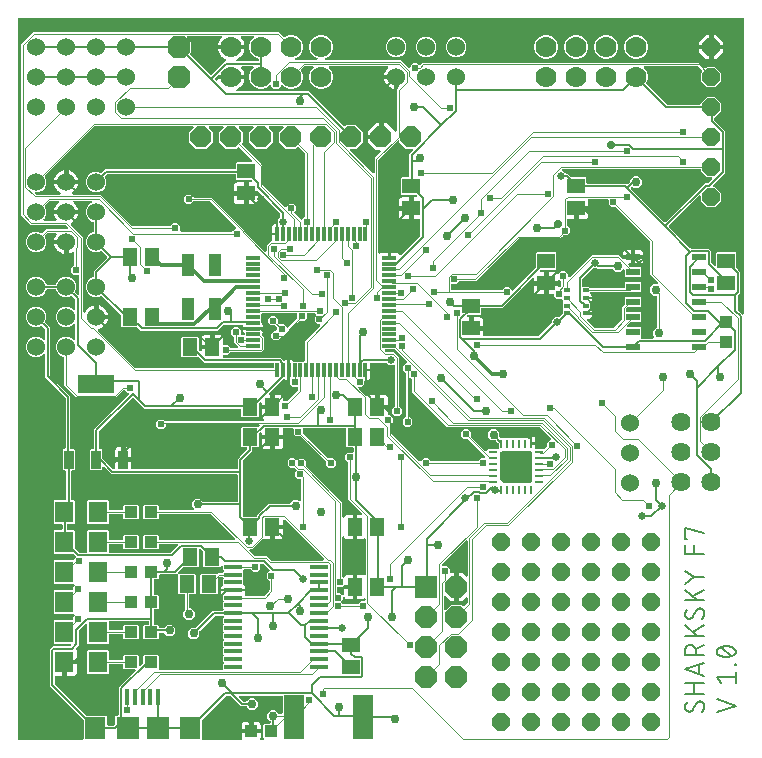
<source format=gbr>
G04 EAGLE Gerber RS-274X export*
G75*
%MOMM*%
%FSLAX34Y34*%
%LPD*%
%INTop Copper*%
%IPPOS*%
%AMOC8*
5,1,8,0,0,1.08239X$1,22.5*%
G01*
%ADD10C,0.152400*%
%ADD11R,1.300000X1.500000*%
%ADD12R,1.500000X1.300000*%
%ADD13R,1.193800X0.304800*%
%ADD14R,0.304800X1.193800*%
%ADD15R,1.100000X1.900000*%
%ADD16R,0.838200X1.600200*%
%ADD17R,3.098800X1.600200*%
%ADD18P,2.034460X8X202.500000*%
%ADD19R,1.879600X1.879600*%
%ADD20R,1.500000X0.400000*%
%ADD21R,0.260000X0.790000*%
%ADD22R,0.790000X0.260000*%
%ADD23R,2.150000X2.050000*%
%ADD24P,1.924489X8X112.500000*%
%ADD25C,1.625600*%
%ADD26C,1.524000*%
%ADD27R,0.500000X0.350000*%
%ADD28R,1.200000X0.600000*%
%ADD29R,1.000000X1.100000*%
%ADD30C,1.778000*%
%ADD31P,1.649562X8X22.500000*%
%ADD32R,1.700000X3.700000*%
%ADD33R,1.600000X1.803000*%
%ADD34R,1.100000X1.000000*%
%ADD35P,1.649562X8X112.500000*%
%ADD36P,2.089446X8X22.500000*%
%ADD37R,0.350000X1.400000*%
%ADD38R,1.800000X1.900000*%
%ADD39R,1.900000X1.900000*%
%ADD40C,0.203200*%
%ADD41C,0.660400*%
%ADD42C,0.756400*%
%ADD43C,0.706400*%
%ADD44C,0.304800*%
%ADD45C,0.101600*%
%ADD46C,0.609600*%

G36*
X1096Y403869D02*
X1096Y403869D01*
X1154Y403867D01*
X1236Y403889D01*
X1320Y403901D01*
X1373Y403924D01*
X1429Y403939D01*
X1502Y403982D01*
X1579Y404017D01*
X1624Y404055D01*
X1674Y404084D01*
X1732Y404146D01*
X1796Y404200D01*
X1828Y404249D01*
X1868Y404292D01*
X1907Y404367D01*
X1954Y404437D01*
X1971Y404493D01*
X1998Y404545D01*
X2009Y404613D01*
X2039Y404708D01*
X2042Y404808D01*
X2053Y404876D01*
X2053Y420355D01*
X2041Y420442D01*
X2038Y420530D01*
X2021Y420582D01*
X2013Y420637D01*
X1978Y420717D01*
X1951Y420800D01*
X1923Y420839D01*
X1897Y420896D01*
X1801Y421010D01*
X1756Y421073D01*
X-26417Y449246D01*
X-26417Y480902D01*
X-24210Y483109D01*
X-9391Y483109D01*
X-9304Y483121D01*
X-9217Y483124D01*
X-9164Y483141D01*
X-9109Y483149D01*
X-9029Y483184D01*
X-8946Y483211D01*
X-8907Y483239D01*
X-8850Y483265D01*
X-8737Y483360D01*
X-8673Y483406D01*
X-8544Y483535D01*
X-8526Y483559D01*
X-8504Y483578D01*
X-8441Y483672D01*
X-8373Y483762D01*
X-8362Y483790D01*
X-8346Y483814D01*
X-8312Y483922D01*
X-8271Y484028D01*
X-8269Y484057D01*
X-8260Y484085D01*
X-8257Y484198D01*
X-8248Y484311D01*
X-8254Y484340D01*
X-8253Y484369D01*
X-8281Y484479D01*
X-8304Y484590D01*
X-8317Y484616D01*
X-8325Y484644D01*
X-8382Y484741D01*
X-8435Y484842D01*
X-8455Y484864D01*
X-8470Y484889D01*
X-8552Y484966D01*
X-8630Y485048D01*
X-8656Y485063D01*
X-8677Y485083D01*
X-8778Y485135D01*
X-8876Y485192D01*
X-8904Y485199D01*
X-8930Y485213D01*
X-9008Y485226D01*
X-9151Y485262D01*
X-9214Y485260D01*
X-9261Y485268D01*
X-22641Y485268D01*
X-23237Y485864D01*
X-23237Y504736D01*
X-22641Y505332D01*
X-7620Y505332D01*
X-7562Y505340D01*
X-7504Y505338D01*
X-7422Y505360D01*
X-7338Y505372D01*
X-7285Y505395D01*
X-7229Y505410D01*
X-7156Y505453D01*
X-7079Y505488D01*
X-7034Y505526D01*
X-6984Y505555D01*
X-6926Y505617D01*
X-6862Y505671D01*
X-6830Y505720D01*
X-6790Y505763D01*
X-6751Y505838D01*
X-6704Y505908D01*
X-6687Y505964D01*
X-6660Y506016D01*
X-6649Y506084D01*
X-6619Y506179D01*
X-6616Y506279D01*
X-6605Y506347D01*
X-6605Y508160D01*
X-5829Y508935D01*
X-5812Y508959D01*
X-5789Y508978D01*
X-5726Y509072D01*
X-5658Y509162D01*
X-5648Y509190D01*
X-5632Y509214D01*
X-5597Y509322D01*
X-5557Y509428D01*
X-5555Y509457D01*
X-5546Y509485D01*
X-5543Y509599D01*
X-5534Y509711D01*
X-5539Y509740D01*
X-5539Y509769D01*
X-5567Y509879D01*
X-5589Y509990D01*
X-5603Y510016D01*
X-5610Y510044D01*
X-5668Y510142D01*
X-5720Y510242D01*
X-5741Y510264D01*
X-5756Y510289D01*
X-5838Y510366D01*
X-5916Y510448D01*
X-5942Y510463D01*
X-5963Y510483D01*
X-6064Y510535D01*
X-6162Y510592D01*
X-6190Y510599D01*
X-6216Y510613D01*
X-6293Y510626D01*
X-6437Y510662D01*
X-6500Y510660D01*
X-6547Y510668D01*
X-22641Y510668D01*
X-23237Y511264D01*
X-23237Y530136D01*
X-22641Y530732D01*
X-7620Y530732D01*
X-7562Y530740D01*
X-7504Y530738D01*
X-7422Y530760D01*
X-7338Y530772D01*
X-7285Y530795D01*
X-7229Y530810D01*
X-7156Y530853D01*
X-7079Y530888D01*
X-7034Y530926D01*
X-6984Y530955D01*
X-6926Y531017D01*
X-6862Y531071D01*
X-6830Y531120D01*
X-6790Y531163D01*
X-6751Y531238D01*
X-6704Y531308D01*
X-6687Y531364D01*
X-6660Y531416D01*
X-6649Y531484D01*
X-6619Y531579D01*
X-6616Y531679D01*
X-6605Y531747D01*
X-6605Y533560D01*
X-5829Y534335D01*
X-5812Y534359D01*
X-5789Y534378D01*
X-5726Y534472D01*
X-5658Y534562D01*
X-5648Y534590D01*
X-5632Y534614D01*
X-5597Y534722D01*
X-5557Y534828D01*
X-5555Y534857D01*
X-5546Y534885D01*
X-5543Y534999D01*
X-5534Y535111D01*
X-5539Y535140D01*
X-5539Y535169D01*
X-5567Y535279D01*
X-5589Y535390D01*
X-5603Y535416D01*
X-5610Y535444D01*
X-5668Y535542D01*
X-5720Y535642D01*
X-5741Y535664D01*
X-5756Y535689D01*
X-5838Y535766D01*
X-5916Y535848D01*
X-5942Y535863D01*
X-5963Y535883D01*
X-6064Y535935D01*
X-6162Y535992D01*
X-6190Y535999D01*
X-6216Y536013D01*
X-6293Y536026D01*
X-6437Y536062D01*
X-6500Y536060D01*
X-6547Y536068D01*
X-22641Y536068D01*
X-23237Y536664D01*
X-23237Y555536D01*
X-22641Y556132D01*
X-7112Y556132D01*
X-7054Y556140D01*
X-6996Y556138D01*
X-6914Y556160D01*
X-6830Y556172D01*
X-6777Y556195D01*
X-6721Y556210D01*
X-6648Y556253D01*
X-6571Y556288D01*
X-6526Y556326D01*
X-6476Y556355D01*
X-6418Y556417D01*
X-6354Y556471D01*
X-6322Y556520D01*
X-6282Y556563D01*
X-6243Y556638D01*
X-6196Y556708D01*
X-6179Y556764D01*
X-6152Y556816D01*
X-6141Y556884D01*
X-4775Y558249D01*
X-4740Y558296D01*
X-4698Y558336D01*
X-4655Y558409D01*
X-4605Y558476D01*
X-4584Y558531D01*
X-4554Y558581D01*
X-4533Y558663D01*
X-4503Y558742D01*
X-4498Y558800D01*
X-4484Y558857D01*
X-4487Y558941D01*
X-4480Y559025D01*
X-4491Y559083D01*
X-4493Y559141D01*
X-4519Y559221D01*
X-4536Y559304D01*
X-4563Y559356D01*
X-4581Y559412D01*
X-4621Y559468D01*
X-4667Y559556D01*
X-4735Y559629D01*
X-4776Y559685D01*
X-4870Y559779D01*
X-4870Y559780D01*
X-6262Y561171D01*
X-6331Y561223D01*
X-6395Y561283D01*
X-6445Y561309D01*
X-6489Y561342D01*
X-6571Y561373D01*
X-6648Y561413D01*
X-6696Y561421D01*
X-6754Y561443D01*
X-6902Y561455D01*
X-6980Y561468D01*
X-22641Y561468D01*
X-23237Y562064D01*
X-23237Y580936D01*
X-22641Y581532D01*
X-16764Y581532D01*
X-16706Y581540D01*
X-16648Y581538D01*
X-16566Y581560D01*
X-16482Y581572D01*
X-16429Y581595D01*
X-16373Y581610D01*
X-16300Y581653D01*
X-16223Y581688D01*
X-16178Y581726D01*
X-16128Y581755D01*
X-16070Y581817D01*
X-16006Y581871D01*
X-15974Y581920D01*
X-15934Y581963D01*
X-15895Y582038D01*
X-15848Y582108D01*
X-15831Y582164D01*
X-15804Y582216D01*
X-15793Y582284D01*
X-15763Y582379D01*
X-15760Y582479D01*
X-15749Y582547D01*
X-15749Y585853D01*
X-15757Y585911D01*
X-15755Y585969D01*
X-15777Y586051D01*
X-15789Y586135D01*
X-15812Y586188D01*
X-15827Y586244D01*
X-15870Y586317D01*
X-15905Y586394D01*
X-15943Y586439D01*
X-15972Y586489D01*
X-16034Y586547D01*
X-16088Y586611D01*
X-16137Y586643D01*
X-16180Y586683D01*
X-16255Y586722D01*
X-16325Y586769D01*
X-16381Y586786D01*
X-16433Y586813D01*
X-16501Y586824D01*
X-16596Y586854D01*
X-16696Y586857D01*
X-16764Y586868D01*
X-22641Y586868D01*
X-23237Y587464D01*
X-23237Y606336D01*
X-22641Y606932D01*
X-13716Y606932D01*
X-13658Y606940D01*
X-13600Y606938D01*
X-13518Y606960D01*
X-13434Y606972D01*
X-13381Y606995D01*
X-13325Y607010D01*
X-13252Y607053D01*
X-13175Y607088D01*
X-13130Y607126D01*
X-13080Y607155D01*
X-13022Y607217D01*
X-12958Y607271D01*
X-12926Y607320D01*
X-12886Y607363D01*
X-12847Y607438D01*
X-12800Y607508D01*
X-12783Y607564D01*
X-12756Y607616D01*
X-12745Y607684D01*
X-12715Y607779D01*
X-12712Y607879D01*
X-12701Y607947D01*
X-12701Y631063D01*
X-12709Y631121D01*
X-12707Y631179D01*
X-12729Y631261D01*
X-12741Y631345D01*
X-12764Y631398D01*
X-12779Y631454D01*
X-12822Y631527D01*
X-12857Y631604D01*
X-12895Y631649D01*
X-12924Y631699D01*
X-12986Y631757D01*
X-13040Y631821D01*
X-13089Y631853D01*
X-13132Y631893D01*
X-13207Y631932D01*
X-13277Y631979D01*
X-13333Y631996D01*
X-13385Y632023D01*
X-13453Y632034D01*
X-13548Y632064D01*
X-13648Y632067D01*
X-13716Y632078D01*
X-15026Y632078D01*
X-15622Y632674D01*
X-15622Y649518D01*
X-15026Y650114D01*
X-14224Y650114D01*
X-14166Y650122D01*
X-14108Y650120D01*
X-14026Y650142D01*
X-13942Y650154D01*
X-13889Y650177D01*
X-13833Y650192D01*
X-13760Y650235D01*
X-13683Y650270D01*
X-13638Y650308D01*
X-13588Y650337D01*
X-13530Y650399D01*
X-13466Y650453D01*
X-13434Y650502D01*
X-13394Y650545D01*
X-13355Y650620D01*
X-13308Y650690D01*
X-13291Y650746D01*
X-13264Y650798D01*
X-13253Y650866D01*
X-13223Y650961D01*
X-13220Y651061D01*
X-13209Y651129D01*
X-13209Y693173D01*
X-13221Y693260D01*
X-13224Y693348D01*
X-13241Y693400D01*
X-13249Y693455D01*
X-13284Y693535D01*
X-13311Y693618D01*
X-13339Y693657D01*
X-13365Y693714D01*
X-13448Y693813D01*
X-13466Y693843D01*
X-13483Y693858D01*
X-13506Y693891D01*
X-30481Y710866D01*
X-30481Y729554D01*
X-30485Y729583D01*
X-30482Y729612D01*
X-30505Y729723D01*
X-30521Y729836D01*
X-30533Y729862D01*
X-30538Y729891D01*
X-30591Y729992D01*
X-30637Y730095D01*
X-30656Y730117D01*
X-30669Y730143D01*
X-30747Y730226D01*
X-30820Y730312D01*
X-30845Y730328D01*
X-30865Y730350D01*
X-30963Y730407D01*
X-31057Y730470D01*
X-31085Y730478D01*
X-31110Y730493D01*
X-31220Y730521D01*
X-31328Y730555D01*
X-31358Y730556D01*
X-31386Y730563D01*
X-31499Y730560D01*
X-31612Y730563D01*
X-31641Y730555D01*
X-31670Y730554D01*
X-31778Y730519D01*
X-31887Y730491D01*
X-31913Y730476D01*
X-31941Y730467D01*
X-32005Y730421D01*
X-32132Y730346D01*
X-32175Y730300D01*
X-32214Y730272D01*
X-33208Y729278D01*
X-36382Y727963D01*
X-39818Y727963D01*
X-42992Y729278D01*
X-45422Y731708D01*
X-46737Y734882D01*
X-46737Y738318D01*
X-45422Y741492D01*
X-42992Y743922D01*
X-39818Y745237D01*
X-36382Y745237D01*
X-33208Y743922D01*
X-32214Y742928D01*
X-32190Y742910D01*
X-32171Y742888D01*
X-32077Y742825D01*
X-31987Y742757D01*
X-31959Y742747D01*
X-31935Y742730D01*
X-31827Y742696D01*
X-31721Y742656D01*
X-31692Y742653D01*
X-31664Y742645D01*
X-31550Y742642D01*
X-31438Y742632D01*
X-31409Y742638D01*
X-31380Y742637D01*
X-31270Y742666D01*
X-31159Y742688D01*
X-31133Y742702D01*
X-31105Y742709D01*
X-31007Y742767D01*
X-30907Y742819D01*
X-30885Y742839D01*
X-30860Y742854D01*
X-30783Y742937D01*
X-30701Y743015D01*
X-30686Y743040D01*
X-30666Y743062D01*
X-30614Y743163D01*
X-30557Y743260D01*
X-30550Y743289D01*
X-30536Y743315D01*
X-30523Y743392D01*
X-30487Y743536D01*
X-30489Y743598D01*
X-30481Y743646D01*
X-30481Y751085D01*
X-30489Y751142D01*
X-30487Y751193D01*
X-30494Y751220D01*
X-30496Y751260D01*
X-30513Y751312D01*
X-30521Y751367D01*
X-30550Y751433D01*
X-30559Y751468D01*
X-30568Y751482D01*
X-30583Y751530D01*
X-30611Y751569D01*
X-30637Y751626D01*
X-30693Y751693D01*
X-30704Y751712D01*
X-30728Y751734D01*
X-30733Y751740D01*
X-30778Y751803D01*
X-33043Y754068D01*
X-33044Y754069D01*
X-33045Y754070D01*
X-33158Y754155D01*
X-33270Y754239D01*
X-33271Y754240D01*
X-33273Y754241D01*
X-33405Y754290D01*
X-33536Y754340D01*
X-33537Y754340D01*
X-33539Y754341D01*
X-33678Y754352D01*
X-33819Y754364D01*
X-33820Y754363D01*
X-33822Y754364D01*
X-33837Y754360D01*
X-34098Y754308D01*
X-34125Y754294D01*
X-34149Y754288D01*
X-36382Y753363D01*
X-39818Y753363D01*
X-42992Y754678D01*
X-45422Y757108D01*
X-46737Y760282D01*
X-46737Y763718D01*
X-45422Y766892D01*
X-42992Y769322D01*
X-39818Y770637D01*
X-36382Y770637D01*
X-33208Y769322D01*
X-30778Y766892D01*
X-29463Y763718D01*
X-29463Y760282D01*
X-30388Y758049D01*
X-30389Y758048D01*
X-30389Y758046D01*
X-30425Y757907D01*
X-30459Y757774D01*
X-30459Y757772D01*
X-30459Y757771D01*
X-30455Y757621D01*
X-30451Y757490D01*
X-30450Y757488D01*
X-30450Y757487D01*
X-30407Y757352D01*
X-30364Y757219D01*
X-30363Y757218D01*
X-30363Y757216D01*
X-30354Y757204D01*
X-30206Y756983D01*
X-30183Y756963D01*
X-30168Y756943D01*
X-26415Y753190D01*
X-26415Y712971D01*
X-26403Y712884D01*
X-26400Y712796D01*
X-26383Y712744D01*
X-26375Y712689D01*
X-26340Y712609D01*
X-26313Y712526D01*
X-26285Y712487D01*
X-26259Y712430D01*
X-26163Y712316D01*
X-26118Y712253D01*
X-9143Y695278D01*
X-9143Y651129D01*
X-9135Y651071D01*
X-9137Y651013D01*
X-9115Y650931D01*
X-9103Y650847D01*
X-9080Y650794D01*
X-9065Y650738D01*
X-9022Y650665D01*
X-8987Y650588D01*
X-8949Y650543D01*
X-8920Y650493D01*
X-8858Y650435D01*
X-8804Y650371D01*
X-8755Y650339D01*
X-8712Y650299D01*
X-8637Y650260D01*
X-8567Y650213D01*
X-8511Y650196D01*
X-8459Y650169D01*
X-8391Y650158D01*
X-8296Y650128D01*
X-8196Y650125D01*
X-8128Y650114D01*
X-5802Y650114D01*
X-5206Y649518D01*
X-5206Y632674D01*
X-5802Y632078D01*
X-7620Y632078D01*
X-7678Y632070D01*
X-7736Y632072D01*
X-7818Y632050D01*
X-7902Y632038D01*
X-7955Y632015D01*
X-8011Y632000D01*
X-8084Y631957D01*
X-8161Y631922D01*
X-8206Y631884D01*
X-8256Y631855D01*
X-8314Y631793D01*
X-8378Y631739D01*
X-8410Y631690D01*
X-8450Y631647D01*
X-8489Y631572D01*
X-8536Y631502D01*
X-8553Y631446D01*
X-8580Y631394D01*
X-8591Y631326D01*
X-8621Y631231D01*
X-8624Y631131D01*
X-8635Y631063D01*
X-8635Y607947D01*
X-8627Y607889D01*
X-8629Y607831D01*
X-8607Y607749D01*
X-8595Y607665D01*
X-8572Y607612D01*
X-8557Y607556D01*
X-8514Y607483D01*
X-8479Y607406D01*
X-8441Y607361D01*
X-8412Y607311D01*
X-8350Y607253D01*
X-8296Y607189D01*
X-8247Y607157D01*
X-8204Y607117D01*
X-8129Y607078D01*
X-8059Y607031D01*
X-8003Y607014D01*
X-7951Y606987D01*
X-7883Y606976D01*
X-7788Y606946D01*
X-7688Y606943D01*
X-7620Y606932D01*
X-5799Y606932D01*
X-5203Y606336D01*
X-5203Y587464D01*
X-5799Y586868D01*
X-10668Y586868D01*
X-10726Y586860D01*
X-10784Y586862D01*
X-10866Y586840D01*
X-10950Y586828D01*
X-11003Y586805D01*
X-11059Y586790D01*
X-11132Y586747D01*
X-11209Y586712D01*
X-11254Y586674D01*
X-11304Y586645D01*
X-11362Y586583D01*
X-11426Y586529D01*
X-11458Y586480D01*
X-11498Y586437D01*
X-11537Y586362D01*
X-11584Y586292D01*
X-11601Y586236D01*
X-11628Y586184D01*
X-11639Y586116D01*
X-11669Y586021D01*
X-11672Y585921D01*
X-11683Y585853D01*
X-11683Y582547D01*
X-11675Y582489D01*
X-11677Y582431D01*
X-11655Y582349D01*
X-11643Y582265D01*
X-11620Y582212D01*
X-11605Y582156D01*
X-11562Y582083D01*
X-11527Y582006D01*
X-11489Y581961D01*
X-11460Y581911D01*
X-11398Y581853D01*
X-11344Y581789D01*
X-11295Y581757D01*
X-11252Y581717D01*
X-11177Y581678D01*
X-11107Y581631D01*
X-11051Y581614D01*
X-10999Y581587D01*
X-10931Y581576D01*
X-10836Y581546D01*
X-10736Y581543D01*
X-10668Y581532D01*
X-5799Y581532D01*
X-5203Y580936D01*
X-5203Y566283D01*
X-5195Y566227D01*
X-5197Y566184D01*
X-5190Y566159D01*
X-5188Y566108D01*
X-5171Y566056D01*
X-5163Y566001D01*
X-5128Y565922D01*
X-5125Y565909D01*
X-5123Y565906D01*
X-5101Y565838D01*
X-5073Y565799D01*
X-5047Y565742D01*
X-4951Y565628D01*
X-4906Y565565D01*
X-1995Y562654D01*
X-1926Y562602D01*
X-1862Y562542D01*
X-1812Y562516D01*
X-1768Y562483D01*
X-1686Y562452D01*
X-1609Y562412D01*
X-1561Y562404D01*
X-1503Y562382D01*
X-1355Y562370D01*
X-1277Y562357D01*
X4188Y562357D01*
X4246Y562365D01*
X4304Y562363D01*
X4386Y562385D01*
X4470Y562397D01*
X4523Y562420D01*
X4579Y562435D01*
X4652Y562478D01*
X4729Y562513D01*
X4774Y562551D01*
X4824Y562580D01*
X4882Y562642D01*
X4946Y562696D01*
X4978Y562745D01*
X5018Y562788D01*
X5057Y562863D01*
X5104Y562933D01*
X5121Y562989D01*
X5148Y563041D01*
X5159Y563109D01*
X5189Y563204D01*
X5192Y563304D01*
X5203Y563372D01*
X5203Y580936D01*
X5799Y581532D01*
X22641Y581532D01*
X23237Y580936D01*
X23237Y574040D01*
X23245Y573982D01*
X23243Y573924D01*
X23265Y573842D01*
X23277Y573758D01*
X23300Y573705D01*
X23315Y573649D01*
X23358Y573576D01*
X23393Y573499D01*
X23431Y573454D01*
X23460Y573404D01*
X23522Y573346D01*
X23576Y573282D01*
X23625Y573250D01*
X23668Y573210D01*
X23743Y573171D01*
X23813Y573124D01*
X23869Y573107D01*
X23921Y573080D01*
X23989Y573069D01*
X24084Y573039D01*
X24184Y573036D01*
X24252Y573025D01*
X34768Y573025D01*
X34826Y573033D01*
X34884Y573031D01*
X34966Y573053D01*
X35050Y573065D01*
X35103Y573088D01*
X35159Y573103D01*
X35232Y573146D01*
X35309Y573181D01*
X35354Y573219D01*
X35404Y573248D01*
X35462Y573310D01*
X35526Y573364D01*
X35558Y573413D01*
X35598Y573456D01*
X35637Y573531D01*
X35684Y573601D01*
X35701Y573657D01*
X35728Y573709D01*
X35739Y573777D01*
X35769Y573872D01*
X35772Y573972D01*
X35783Y574040D01*
X35783Y576921D01*
X36379Y577517D01*
X48221Y577517D01*
X48817Y576921D01*
X48817Y566079D01*
X48221Y565483D01*
X36379Y565483D01*
X35783Y566079D01*
X35783Y568960D01*
X35775Y569018D01*
X35777Y569076D01*
X35755Y569158D01*
X35743Y569242D01*
X35720Y569295D01*
X35705Y569351D01*
X35662Y569424D01*
X35627Y569501D01*
X35589Y569546D01*
X35560Y569596D01*
X35498Y569654D01*
X35444Y569718D01*
X35395Y569750D01*
X35352Y569790D01*
X35277Y569829D01*
X35207Y569876D01*
X35151Y569893D01*
X35099Y569920D01*
X35031Y569931D01*
X34936Y569961D01*
X34836Y569964D01*
X34768Y569975D01*
X24252Y569975D01*
X24194Y569967D01*
X24136Y569969D01*
X24054Y569947D01*
X23970Y569935D01*
X23917Y569912D01*
X23861Y569897D01*
X23788Y569854D01*
X23711Y569819D01*
X23666Y569781D01*
X23616Y569752D01*
X23558Y569690D01*
X23494Y569636D01*
X23462Y569587D01*
X23422Y569544D01*
X23383Y569469D01*
X23336Y569399D01*
X23319Y569343D01*
X23292Y569291D01*
X23281Y569223D01*
X23251Y569128D01*
X23248Y569028D01*
X23237Y568960D01*
X23237Y563372D01*
X23245Y563314D01*
X23243Y563256D01*
X23265Y563174D01*
X23277Y563090D01*
X23300Y563037D01*
X23315Y562981D01*
X23358Y562908D01*
X23393Y562831D01*
X23431Y562786D01*
X23460Y562736D01*
X23522Y562678D01*
X23576Y562614D01*
X23625Y562582D01*
X23668Y562542D01*
X23743Y562503D01*
X23813Y562456D01*
X23869Y562439D01*
X23921Y562412D01*
X23989Y562401D01*
X24084Y562371D01*
X24184Y562368D01*
X24252Y562357D01*
X75488Y562357D01*
X75574Y562369D01*
X75662Y562372D01*
X75714Y562389D01*
X75769Y562397D01*
X75849Y562432D01*
X75932Y562459D01*
X75972Y562487D01*
X76029Y562513D01*
X76142Y562609D01*
X76206Y562654D01*
X81794Y568242D01*
X81811Y568266D01*
X81834Y568285D01*
X81897Y568379D01*
X81965Y568469D01*
X81975Y568497D01*
X81991Y568521D01*
X82026Y568629D01*
X82066Y568735D01*
X82068Y568764D01*
X82077Y568792D01*
X82080Y568906D01*
X82089Y569018D01*
X82084Y569047D01*
X82084Y569076D01*
X82056Y569186D01*
X82034Y569297D01*
X82020Y569323D01*
X82013Y569351D01*
X81955Y569449D01*
X81903Y569549D01*
X81882Y569571D01*
X81867Y569596D01*
X81785Y569673D01*
X81707Y569755D01*
X81681Y569770D01*
X81660Y569790D01*
X81559Y569842D01*
X81461Y569899D01*
X81433Y569906D01*
X81407Y569920D01*
X81330Y569933D01*
X81186Y569969D01*
X81123Y569967D01*
X81076Y569975D01*
X66832Y569975D01*
X66774Y569967D01*
X66716Y569969D01*
X66634Y569947D01*
X66550Y569935D01*
X66497Y569912D01*
X66441Y569897D01*
X66368Y569854D01*
X66291Y569819D01*
X66246Y569781D01*
X66196Y569752D01*
X66138Y569690D01*
X66074Y569636D01*
X66042Y569587D01*
X66002Y569544D01*
X65963Y569469D01*
X65916Y569399D01*
X65899Y569343D01*
X65872Y569291D01*
X65861Y569223D01*
X65831Y569128D01*
X65828Y569028D01*
X65817Y568960D01*
X65817Y566079D01*
X65221Y565483D01*
X53379Y565483D01*
X52783Y566079D01*
X52783Y576921D01*
X53379Y577517D01*
X65221Y577517D01*
X65817Y576921D01*
X65817Y574040D01*
X65825Y573982D01*
X65823Y573924D01*
X65845Y573842D01*
X65857Y573758D01*
X65880Y573705D01*
X65895Y573649D01*
X65938Y573576D01*
X65973Y573499D01*
X66011Y573454D01*
X66040Y573404D01*
X66102Y573346D01*
X66156Y573282D01*
X66205Y573250D01*
X66248Y573210D01*
X66323Y573171D01*
X66393Y573124D01*
X66449Y573107D01*
X66501Y573080D01*
X66569Y573069D01*
X66664Y573039D01*
X66764Y573036D01*
X66832Y573025D01*
X129504Y573025D01*
X129533Y573029D01*
X129562Y573026D01*
X129673Y573049D01*
X129785Y573065D01*
X129812Y573077D01*
X129841Y573082D01*
X129941Y573134D01*
X130045Y573181D01*
X130067Y573200D01*
X130093Y573213D01*
X130175Y573291D01*
X130262Y573364D01*
X130278Y573389D01*
X130299Y573409D01*
X130357Y573507D01*
X130419Y573601D01*
X130428Y573629D01*
X130443Y573654D01*
X130471Y573764D01*
X130505Y573872D01*
X130506Y573902D01*
X130513Y573930D01*
X130510Y574043D01*
X130513Y574156D01*
X130505Y574185D01*
X130504Y574214D01*
X130469Y574322D01*
X130441Y574431D01*
X130426Y574457D01*
X130417Y574485D01*
X130371Y574548D01*
X130295Y574676D01*
X130250Y574719D01*
X130222Y574758D01*
X109902Y595078D01*
X109832Y595130D01*
X109768Y595190D01*
X109719Y595216D01*
X109675Y595249D01*
X109593Y595280D01*
X109515Y595320D01*
X109467Y595328D01*
X109409Y595350D01*
X109261Y595362D01*
X109184Y595375D01*
X66832Y595375D01*
X66774Y595367D01*
X66716Y595369D01*
X66634Y595347D01*
X66550Y595335D01*
X66497Y595312D01*
X66441Y595297D01*
X66368Y595254D01*
X66291Y595219D01*
X66246Y595181D01*
X66196Y595152D01*
X66138Y595090D01*
X66074Y595036D01*
X66042Y594987D01*
X66002Y594944D01*
X65963Y594869D01*
X65916Y594799D01*
X65899Y594743D01*
X65872Y594691D01*
X65861Y594623D01*
X65831Y594528D01*
X65828Y594428D01*
X65817Y594360D01*
X65817Y591479D01*
X65221Y590883D01*
X53379Y590883D01*
X52783Y591479D01*
X52783Y602321D01*
X53379Y602917D01*
X65221Y602917D01*
X65817Y602321D01*
X65817Y599440D01*
X65825Y599382D01*
X65823Y599324D01*
X65845Y599242D01*
X65857Y599158D01*
X65880Y599105D01*
X65895Y599049D01*
X65938Y598976D01*
X65973Y598899D01*
X66011Y598854D01*
X66040Y598804D01*
X66102Y598746D01*
X66156Y598682D01*
X66205Y598650D01*
X66248Y598610D01*
X66323Y598571D01*
X66393Y598524D01*
X66449Y598507D01*
X66501Y598480D01*
X66569Y598469D01*
X66664Y598439D01*
X66764Y598436D01*
X66832Y598425D01*
X94648Y598425D01*
X94677Y598429D01*
X94706Y598426D01*
X94817Y598449D01*
X94929Y598465D01*
X94956Y598477D01*
X94985Y598482D01*
X95086Y598535D01*
X95189Y598581D01*
X95211Y598600D01*
X95237Y598613D01*
X95319Y598691D01*
X95406Y598764D01*
X95422Y598789D01*
X95443Y598809D01*
X95500Y598907D01*
X95563Y599001D01*
X95572Y599029D01*
X95587Y599054D01*
X95615Y599164D01*
X95649Y599272D01*
X95650Y599302D01*
X95657Y599330D01*
X95653Y599443D01*
X95656Y599556D01*
X95649Y599585D01*
X95648Y599614D01*
X95613Y599722D01*
X95585Y599831D01*
X95570Y599857D01*
X95561Y599885D01*
X95515Y599949D01*
X95439Y600076D01*
X95394Y600119D01*
X95366Y600158D01*
X94261Y601262D01*
X94261Y605238D01*
X97072Y608049D01*
X101048Y608049D01*
X103516Y605580D01*
X103586Y605528D01*
X103650Y605468D01*
X103699Y605442D01*
X103744Y605409D01*
X103825Y605378D01*
X103903Y605338D01*
X103951Y605330D01*
X104009Y605308D01*
X104157Y605296D01*
X104234Y605283D01*
X131572Y605283D01*
X131630Y605291D01*
X131688Y605289D01*
X131770Y605311D01*
X131854Y605323D01*
X131907Y605346D01*
X131963Y605361D01*
X132036Y605404D01*
X132113Y605439D01*
X132158Y605477D01*
X132208Y605506D01*
X132266Y605568D01*
X132330Y605622D01*
X132362Y605671D01*
X132402Y605714D01*
X132441Y605789D01*
X132488Y605859D01*
X132505Y605915D01*
X132532Y605967D01*
X132543Y606035D01*
X132573Y606130D01*
X132576Y606230D01*
X132587Y606298D01*
X132587Y627888D01*
X132579Y627946D01*
X132581Y628004D01*
X132559Y628086D01*
X132547Y628170D01*
X132524Y628223D01*
X132509Y628279D01*
X132466Y628352D01*
X132431Y628429D01*
X132393Y628474D01*
X132364Y628524D01*
X132302Y628582D01*
X132248Y628646D01*
X132199Y628678D01*
X132156Y628718D01*
X132081Y628757D01*
X132011Y628804D01*
X131955Y628821D01*
X131903Y628848D01*
X131835Y628859D01*
X131740Y628889D01*
X131640Y628892D01*
X131572Y628903D01*
X25574Y628903D01*
X24086Y630391D01*
X19641Y634836D01*
X19617Y634854D01*
X19598Y634876D01*
X19504Y634939D01*
X19414Y635007D01*
X19386Y635018D01*
X19362Y635034D01*
X19254Y635068D01*
X19148Y635109D01*
X19119Y635111D01*
X19091Y635120D01*
X18977Y635123D01*
X18865Y635132D01*
X18836Y635126D01*
X18807Y635127D01*
X18697Y635099D01*
X18586Y635076D01*
X18560Y635063D01*
X18532Y635055D01*
X18434Y634997D01*
X18334Y634945D01*
X18312Y634925D01*
X18287Y634910D01*
X18210Y634827D01*
X18128Y634749D01*
X18113Y634724D01*
X18093Y634703D01*
X18041Y634602D01*
X17984Y634504D01*
X17977Y634476D01*
X17963Y634450D01*
X17950Y634372D01*
X17914Y634229D01*
X17916Y634166D01*
X17908Y634119D01*
X17908Y632674D01*
X17312Y632078D01*
X8088Y632078D01*
X7492Y632674D01*
X7492Y649518D01*
X8088Y650114D01*
X9652Y650114D01*
X9710Y650122D01*
X9768Y650120D01*
X9850Y650142D01*
X9934Y650154D01*
X9987Y650177D01*
X10043Y650192D01*
X10116Y650235D01*
X10193Y650270D01*
X10238Y650308D01*
X10288Y650337D01*
X10346Y650399D01*
X10410Y650453D01*
X10442Y650502D01*
X10482Y650545D01*
X10521Y650620D01*
X10568Y650690D01*
X10585Y650746D01*
X10612Y650798D01*
X10623Y650866D01*
X10653Y650961D01*
X10656Y651061D01*
X10667Y651129D01*
X10667Y666830D01*
X40095Y696258D01*
X40113Y696282D01*
X40135Y696301D01*
X40198Y696395D01*
X40266Y696485D01*
X40277Y696513D01*
X40293Y696537D01*
X40327Y696645D01*
X40368Y696751D01*
X40370Y696780D01*
X40379Y696808D01*
X40382Y696922D01*
X40391Y697034D01*
X40385Y697063D01*
X40386Y697092D01*
X40358Y697202D01*
X40335Y697313D01*
X40322Y697339D01*
X40314Y697367D01*
X40256Y697465D01*
X40204Y697565D01*
X40184Y697587D01*
X40169Y697612D01*
X40086Y697689D01*
X40008Y697771D01*
X39983Y697786D01*
X39962Y697806D01*
X39861Y697858D01*
X39763Y697915D01*
X39735Y697922D01*
X39709Y697936D01*
X39631Y697949D01*
X39488Y697985D01*
X39471Y697985D01*
X37276Y700180D01*
X37229Y700215D01*
X37189Y700257D01*
X37116Y700300D01*
X37049Y700351D01*
X36994Y700372D01*
X36944Y700401D01*
X36862Y700422D01*
X36783Y700452D01*
X36725Y700457D01*
X36668Y700471D01*
X36584Y700468D01*
X36500Y700475D01*
X36442Y700464D01*
X36384Y700462D01*
X36304Y700436D01*
X36221Y700420D01*
X36169Y700393D01*
X36113Y700375D01*
X36057Y700335D01*
X35969Y700289D01*
X35896Y700220D01*
X35840Y700180D01*
X30778Y695118D01*
X29588Y693927D01*
X-4188Y693927D01*
X-14225Y703964D01*
X-14225Y727205D01*
X-14225Y727206D01*
X-14225Y727208D01*
X-14245Y727346D01*
X-14265Y727486D01*
X-14265Y727488D01*
X-14265Y727489D01*
X-14321Y727613D01*
X-14381Y727746D01*
X-14382Y727747D01*
X-14383Y727748D01*
X-14474Y727856D01*
X-14564Y727963D01*
X-14566Y727964D01*
X-14567Y727965D01*
X-14580Y727973D01*
X-14801Y728120D01*
X-14830Y728130D01*
X-14851Y728143D01*
X-17592Y729278D01*
X-20022Y731708D01*
X-21337Y734882D01*
X-21337Y738318D01*
X-20022Y741492D01*
X-17592Y743922D01*
X-14418Y745237D01*
X-10982Y745237D01*
X-7808Y743922D01*
X-6814Y742928D01*
X-6790Y742910D01*
X-6771Y742888D01*
X-6677Y742825D01*
X-6587Y742757D01*
X-6559Y742747D01*
X-6535Y742730D01*
X-6427Y742696D01*
X-6321Y742656D01*
X-6292Y742653D01*
X-6264Y742645D01*
X-6150Y742642D01*
X-6038Y742632D01*
X-6009Y742638D01*
X-5980Y742637D01*
X-5870Y742666D01*
X-5759Y742688D01*
X-5733Y742702D01*
X-5705Y742709D01*
X-5607Y742767D01*
X-5507Y742819D01*
X-5485Y742839D01*
X-5460Y742854D01*
X-5383Y742937D01*
X-5301Y743015D01*
X-5286Y743040D01*
X-5266Y743062D01*
X-5214Y743163D01*
X-5157Y743260D01*
X-5150Y743289D01*
X-5136Y743315D01*
X-5123Y743392D01*
X-5087Y743536D01*
X-5089Y743598D01*
X-5081Y743646D01*
X-5081Y754954D01*
X-5085Y754983D01*
X-5082Y755012D01*
X-5105Y755123D01*
X-5121Y755236D01*
X-5133Y755262D01*
X-5138Y755291D01*
X-5191Y755392D01*
X-5237Y755495D01*
X-5256Y755517D01*
X-5269Y755543D01*
X-5347Y755626D01*
X-5420Y755712D01*
X-5445Y755728D01*
X-5465Y755750D01*
X-5563Y755807D01*
X-5657Y755870D01*
X-5685Y755878D01*
X-5710Y755893D01*
X-5820Y755921D01*
X-5928Y755955D01*
X-5958Y755956D01*
X-5986Y755963D01*
X-6099Y755960D01*
X-6212Y755963D01*
X-6241Y755955D01*
X-6270Y755954D01*
X-6378Y755919D01*
X-6487Y755891D01*
X-6513Y755876D01*
X-6541Y755867D01*
X-6605Y755821D01*
X-6732Y755746D01*
X-6775Y755700D01*
X-6814Y755672D01*
X-7808Y754678D01*
X-10982Y753363D01*
X-14418Y753363D01*
X-17592Y754678D01*
X-20022Y757108D01*
X-21337Y760282D01*
X-21337Y763718D01*
X-20022Y766892D01*
X-17592Y769322D01*
X-14418Y770637D01*
X-10982Y770637D01*
X-7808Y769322D01*
X-6814Y768328D01*
X-6790Y768310D01*
X-6771Y768288D01*
X-6677Y768225D01*
X-6587Y768157D01*
X-6559Y768147D01*
X-6535Y768130D01*
X-6427Y768096D01*
X-6321Y768056D01*
X-6292Y768053D01*
X-6264Y768045D01*
X-6150Y768042D01*
X-6038Y768032D01*
X-6009Y768038D01*
X-5980Y768037D01*
X-5870Y768066D01*
X-5759Y768088D01*
X-5733Y768102D01*
X-5705Y768109D01*
X-5607Y768167D01*
X-5507Y768219D01*
X-5485Y768239D01*
X-5460Y768254D01*
X-5383Y768337D01*
X-5301Y768415D01*
X-5286Y768440D01*
X-5266Y768462D01*
X-5214Y768563D01*
X-5157Y768660D01*
X-5150Y768689D01*
X-5136Y768715D01*
X-5123Y768792D01*
X-5087Y768936D01*
X-5089Y768998D01*
X-5081Y769046D01*
X-5081Y776485D01*
X-5088Y776539D01*
X-5087Y776574D01*
X-5094Y776598D01*
X-5096Y776660D01*
X-5113Y776712D01*
X-5121Y776767D01*
X-5156Y776847D01*
X-5183Y776930D01*
X-5211Y776969D01*
X-5237Y777026D01*
X-5333Y777140D01*
X-5378Y777203D01*
X-7643Y779468D01*
X-7644Y779469D01*
X-7645Y779470D01*
X-7759Y779555D01*
X-7870Y779639D01*
X-7871Y779640D01*
X-7873Y779641D01*
X-8005Y779690D01*
X-8136Y779740D01*
X-8137Y779740D01*
X-8139Y779741D01*
X-8278Y779752D01*
X-8419Y779764D01*
X-8420Y779763D01*
X-8422Y779764D01*
X-8437Y779760D01*
X-8698Y779708D01*
X-8725Y779694D01*
X-8749Y779688D01*
X-10982Y778763D01*
X-14418Y778763D01*
X-17592Y780078D01*
X-20022Y782508D01*
X-20947Y784741D01*
X-20948Y784742D01*
X-20948Y784743D01*
X-21018Y784861D01*
X-21091Y784985D01*
X-21092Y784986D01*
X-21093Y784988D01*
X-21196Y785084D01*
X-21298Y785181D01*
X-21299Y785181D01*
X-21301Y785182D01*
X-21426Y785247D01*
X-21551Y785311D01*
X-21552Y785311D01*
X-21554Y785312D01*
X-21568Y785314D01*
X-21830Y785366D01*
X-21860Y785363D01*
X-21885Y785367D01*
X-28915Y785367D01*
X-28917Y785367D01*
X-28918Y785367D01*
X-29058Y785347D01*
X-29197Y785327D01*
X-29198Y785327D01*
X-29200Y785327D01*
X-29326Y785270D01*
X-29456Y785211D01*
X-29457Y785210D01*
X-29459Y785209D01*
X-29566Y785118D01*
X-29673Y785028D01*
X-29674Y785026D01*
X-29675Y785025D01*
X-29683Y785012D01*
X-29831Y784791D01*
X-29840Y784762D01*
X-29853Y784741D01*
X-30778Y782508D01*
X-33208Y780078D01*
X-36382Y778763D01*
X-39818Y778763D01*
X-42992Y780078D01*
X-45422Y782508D01*
X-46737Y785682D01*
X-46737Y789118D01*
X-45422Y792292D01*
X-42992Y794722D01*
X-39818Y796037D01*
X-36382Y796037D01*
X-33208Y794722D01*
X-30778Y792292D01*
X-29853Y790059D01*
X-29852Y790058D01*
X-29852Y790057D01*
X-29782Y789938D01*
X-29709Y789815D01*
X-29708Y789814D01*
X-29707Y789812D01*
X-29599Y789711D01*
X-29502Y789619D01*
X-29501Y789619D01*
X-29499Y789618D01*
X-29374Y789553D01*
X-29249Y789489D01*
X-29248Y789489D01*
X-29246Y789488D01*
X-29232Y789486D01*
X-28970Y789434D01*
X-28940Y789437D01*
X-28915Y789433D01*
X-21885Y789433D01*
X-21883Y789433D01*
X-21882Y789433D01*
X-21742Y789453D01*
X-21603Y789473D01*
X-21602Y789473D01*
X-21600Y789473D01*
X-21474Y789530D01*
X-21344Y789589D01*
X-21343Y789590D01*
X-21341Y789591D01*
X-21234Y789682D01*
X-21127Y789772D01*
X-21126Y789774D01*
X-21125Y789775D01*
X-21117Y789788D01*
X-20969Y790009D01*
X-20960Y790038D01*
X-20947Y790059D01*
X-20022Y792292D01*
X-17592Y794722D01*
X-14418Y796037D01*
X-10982Y796037D01*
X-7808Y794722D01*
X-5378Y792292D01*
X-4063Y789118D01*
X-4063Y785682D01*
X-4988Y783449D01*
X-4989Y783448D01*
X-4989Y783446D01*
X-5023Y783313D01*
X-5059Y783174D01*
X-5059Y783172D01*
X-5059Y783171D01*
X-5055Y783030D01*
X-5051Y782890D01*
X-5050Y782888D01*
X-5050Y782887D01*
X-5007Y782752D01*
X-4964Y782619D01*
X-4963Y782618D01*
X-4963Y782616D01*
X-4954Y782604D01*
X-4806Y782383D01*
X-4783Y782363D01*
X-4768Y782343D01*
X-3258Y780833D01*
X-3234Y780815D01*
X-3215Y780793D01*
X-3121Y780730D01*
X-3031Y780662D01*
X-3003Y780651D01*
X-2979Y780635D01*
X-2871Y780601D01*
X-2765Y780560D01*
X-2736Y780558D01*
X-2708Y780549D01*
X-2594Y780546D01*
X-2482Y780537D01*
X-2453Y780543D01*
X-2424Y780542D01*
X-2314Y780570D01*
X-2203Y780593D01*
X-2177Y780606D01*
X-2149Y780614D01*
X-2051Y780672D01*
X-1951Y780724D01*
X-1929Y780744D01*
X-1904Y780759D01*
X-1827Y780842D01*
X-1745Y780920D01*
X-1730Y780945D01*
X-1710Y780966D01*
X-1658Y781067D01*
X-1601Y781165D01*
X-1594Y781193D01*
X-1580Y781219D01*
X-1567Y781297D01*
X-1531Y781440D01*
X-1533Y781503D01*
X-1525Y781550D01*
X-1525Y796544D01*
X-1533Y796602D01*
X-1531Y796660D01*
X-1553Y796742D01*
X-1565Y796826D01*
X-1588Y796879D01*
X-1603Y796935D01*
X-1646Y797008D01*
X-1681Y797085D01*
X-1719Y797130D01*
X-1748Y797180D01*
X-1810Y797238D01*
X-1864Y797302D01*
X-1913Y797334D01*
X-1956Y797374D01*
X-2031Y797413D01*
X-2101Y797460D01*
X-2157Y797477D01*
X-2209Y797504D01*
X-2277Y797515D01*
X-2372Y797545D01*
X-2472Y797548D01*
X-2540Y797559D01*
X-6256Y797559D01*
X-8637Y799940D01*
X-8637Y803308D01*
X-6394Y805550D01*
X-6342Y805620D01*
X-6282Y805684D01*
X-6256Y805733D01*
X-6223Y805778D01*
X-6192Y805859D01*
X-6152Y805937D01*
X-6144Y805985D01*
X-6122Y806043D01*
X-6110Y806191D01*
X-6097Y806268D01*
X-6097Y815804D01*
X-6098Y815817D01*
X-6097Y815829D01*
X-6118Y815957D01*
X-6137Y816086D01*
X-6142Y816097D01*
X-6144Y816109D01*
X-6200Y816227D01*
X-6253Y816345D01*
X-6261Y816355D01*
X-6266Y816366D01*
X-6352Y816463D01*
X-6436Y816562D01*
X-6447Y816569D01*
X-6455Y816578D01*
X-6565Y816648D01*
X-6673Y816720D01*
X-6685Y816723D01*
X-6695Y816730D01*
X-6820Y816766D01*
X-6944Y816805D01*
X-6957Y816806D01*
X-6968Y816809D01*
X-7098Y816809D01*
X-7228Y816813D01*
X-7240Y816810D01*
X-7253Y816810D01*
X-7313Y816791D01*
X-7503Y816741D01*
X-7540Y816719D01*
X-7573Y816709D01*
X-8800Y816084D01*
X-10321Y815589D01*
X-10669Y815534D01*
X-10669Y824484D01*
X-10677Y824542D01*
X-10675Y824600D01*
X-10697Y824682D01*
X-10709Y824765D01*
X-10733Y824819D01*
X-10747Y824875D01*
X-10790Y824948D01*
X-10825Y825025D01*
X-10863Y825069D01*
X-10893Y825120D01*
X-10954Y825177D01*
X-11009Y825242D01*
X-11057Y825274D01*
X-11100Y825314D01*
X-11175Y825353D01*
X-11245Y825399D01*
X-11301Y825417D01*
X-11353Y825444D01*
X-11421Y825455D01*
X-11516Y825485D01*
X-11616Y825488D01*
X-11684Y825499D01*
X-12701Y825499D01*
X-12701Y826516D01*
X-12709Y826574D01*
X-12708Y826632D01*
X-12729Y826714D01*
X-12741Y826797D01*
X-12765Y826851D01*
X-12779Y826907D01*
X-12822Y826980D01*
X-12857Y827057D01*
X-12895Y827102D01*
X-12925Y827152D01*
X-12986Y827210D01*
X-13041Y827274D01*
X-13089Y827306D01*
X-13132Y827346D01*
X-13207Y827385D01*
X-13277Y827431D01*
X-13333Y827449D01*
X-13385Y827476D01*
X-13453Y827487D01*
X-13548Y827517D01*
X-13648Y827520D01*
X-13716Y827531D01*
X-22666Y827531D01*
X-22611Y827879D01*
X-22116Y829400D01*
X-21390Y830825D01*
X-20895Y831507D01*
X-20852Y831589D01*
X-20801Y831665D01*
X-20785Y831714D01*
X-20762Y831758D01*
X-20743Y831848D01*
X-20715Y831936D01*
X-20714Y831987D01*
X-20703Y832037D01*
X-20710Y832128D01*
X-20708Y832220D01*
X-20720Y832270D01*
X-20724Y832320D01*
X-20756Y832406D01*
X-20779Y832495D01*
X-20805Y832539D01*
X-20823Y832587D01*
X-20878Y832661D01*
X-20925Y832740D01*
X-20962Y832775D01*
X-20992Y832815D01*
X-21065Y832871D01*
X-21132Y832934D01*
X-21177Y832957D01*
X-21217Y832988D01*
X-21303Y833022D01*
X-21385Y833064D01*
X-21429Y833071D01*
X-21482Y833092D01*
X-21640Y833107D01*
X-21716Y833119D01*
X-27904Y833119D01*
X-27991Y833107D01*
X-28078Y833104D01*
X-28131Y833087D01*
X-28185Y833079D01*
X-28265Y833044D01*
X-28348Y833017D01*
X-28388Y832989D01*
X-28445Y832963D01*
X-28558Y832867D01*
X-28622Y832822D01*
X-30378Y831065D01*
X-30379Y831064D01*
X-30381Y831063D01*
X-30466Y830949D01*
X-30549Y830838D01*
X-30550Y830837D01*
X-30551Y830835D01*
X-30600Y830705D01*
X-30651Y830572D01*
X-30651Y830571D01*
X-30651Y830569D01*
X-30663Y830426D01*
X-30674Y830289D01*
X-30674Y830288D01*
X-30674Y830286D01*
X-30670Y830270D01*
X-30618Y830010D01*
X-30604Y829983D01*
X-30599Y829959D01*
X-29463Y827218D01*
X-29463Y823782D01*
X-30778Y820608D01*
X-33208Y818178D01*
X-36382Y816863D01*
X-39818Y816863D01*
X-42992Y818178D01*
X-45422Y820608D01*
X-46737Y823782D01*
X-46737Y827218D01*
X-45422Y830392D01*
X-42992Y832822D01*
X-39818Y834137D01*
X-36382Y834137D01*
X-33641Y833001D01*
X-33640Y833001D01*
X-33638Y833000D01*
X-33504Y832966D01*
X-33366Y832930D01*
X-33364Y832931D01*
X-33363Y832930D01*
X-33222Y832935D01*
X-33082Y832939D01*
X-33080Y832939D01*
X-33079Y832939D01*
X-32946Y832982D01*
X-32811Y833025D01*
X-32810Y833026D01*
X-32808Y833027D01*
X-32796Y833035D01*
X-32575Y833184D01*
X-32555Y833207D01*
X-32535Y833222D01*
X-29588Y836169D01*
X-11720Y836169D01*
X-11691Y836173D01*
X-11662Y836170D01*
X-11551Y836193D01*
X-11439Y836209D01*
X-11412Y836221D01*
X-11383Y836226D01*
X-11282Y836279D01*
X-11179Y836325D01*
X-11157Y836344D01*
X-11131Y836357D01*
X-11049Y836435D01*
X-10962Y836508D01*
X-10946Y836533D01*
X-10925Y836553D01*
X-10867Y836651D01*
X-10805Y836745D01*
X-10796Y836773D01*
X-10781Y836798D01*
X-10753Y836908D01*
X-10719Y837016D01*
X-10718Y837046D01*
X-10711Y837074D01*
X-10714Y837187D01*
X-10711Y837300D01*
X-10719Y837329D01*
X-10720Y837358D01*
X-10755Y837466D01*
X-10783Y837575D01*
X-10798Y837601D01*
X-10807Y837629D01*
X-10853Y837692D01*
X-10929Y837820D01*
X-10974Y837863D01*
X-11002Y837902D01*
X-13034Y839934D01*
X-13104Y839986D01*
X-13168Y840046D01*
X-13217Y840072D01*
X-13261Y840105D01*
X-13343Y840136D01*
X-13421Y840176D01*
X-13469Y840184D01*
X-13527Y840206D01*
X-13675Y840218D01*
X-13752Y840231D01*
X-42796Y840231D01*
X-50801Y848236D01*
X-50801Y993264D01*
X-40764Y1003301D01*
X167256Y1003301D01*
X171263Y999294D01*
X171264Y999293D01*
X171265Y999291D01*
X171380Y999205D01*
X171490Y999123D01*
X171491Y999122D01*
X171493Y999121D01*
X171626Y999071D01*
X171756Y999021D01*
X171757Y999021D01*
X171759Y999021D01*
X171903Y999009D01*
X172039Y998998D01*
X172040Y998998D01*
X172042Y998998D01*
X172058Y999002D01*
X172318Y999054D01*
X172345Y999068D01*
X172369Y999073D01*
X175829Y1000507D01*
X179771Y1000507D01*
X183412Y998998D01*
X186198Y996212D01*
X187707Y992571D01*
X187707Y988629D01*
X186198Y984988D01*
X183412Y982201D01*
X181424Y981378D01*
X181350Y981334D01*
X181271Y981299D01*
X181228Y981262D01*
X181179Y981233D01*
X181120Y981171D01*
X181054Y981115D01*
X181023Y981068D01*
X180984Y981027D01*
X180944Y980950D01*
X180897Y980879D01*
X180879Y980825D01*
X180853Y980774D01*
X180837Y980690D01*
X180811Y980608D01*
X180809Y980551D01*
X180798Y980495D01*
X180806Y980410D01*
X180803Y980324D01*
X180818Y980269D01*
X180823Y980212D01*
X180854Y980132D01*
X180875Y980049D01*
X180904Y980000D01*
X180925Y979947D01*
X180977Y979878D01*
X181021Y979804D01*
X181062Y979765D01*
X181096Y979720D01*
X181165Y979668D01*
X181228Y979610D01*
X181279Y979584D01*
X181324Y979550D01*
X181404Y979519D01*
X181481Y979480D01*
X181530Y979472D01*
X181590Y979449D01*
X181735Y979438D01*
X181812Y979425D01*
X199188Y979425D01*
X199273Y979437D01*
X199359Y979439D01*
X199413Y979457D01*
X199469Y979465D01*
X199548Y979500D01*
X199630Y979526D01*
X199677Y979558D01*
X199729Y979581D01*
X199794Y979636D01*
X199866Y979684D01*
X199902Y979728D01*
X199946Y979764D01*
X199993Y979836D01*
X200049Y979902D01*
X200072Y979954D01*
X200103Y980001D01*
X200129Y980083D01*
X200164Y980162D01*
X200172Y980218D01*
X200189Y980272D01*
X200191Y980358D01*
X200203Y980443D01*
X200195Y980499D01*
X200197Y980556D01*
X200175Y980639D01*
X200163Y980724D01*
X200139Y980776D01*
X200125Y980831D01*
X200081Y980905D01*
X200045Y980984D01*
X200009Y981027D01*
X199979Y981076D01*
X199917Y981135D01*
X199861Y981200D01*
X199819Y981226D01*
X199772Y981270D01*
X199643Y981336D01*
X199576Y981378D01*
X197588Y982201D01*
X194802Y984988D01*
X193293Y988629D01*
X193293Y992571D01*
X194802Y996212D01*
X197588Y998998D01*
X201229Y1000507D01*
X205171Y1000507D01*
X208812Y998998D01*
X211598Y996212D01*
X213107Y992571D01*
X213107Y988629D01*
X211598Y984988D01*
X208812Y982201D01*
X206824Y981378D01*
X206750Y981334D01*
X206671Y981299D01*
X206628Y981262D01*
X206579Y981233D01*
X206520Y981171D01*
X206454Y981115D01*
X206423Y981068D01*
X206384Y981027D01*
X206344Y980950D01*
X206297Y980879D01*
X206279Y980825D01*
X206253Y980774D01*
X206237Y980690D01*
X206211Y980608D01*
X206209Y980551D01*
X206198Y980495D01*
X206206Y980410D01*
X206203Y980324D01*
X206218Y980269D01*
X206223Y980212D01*
X206254Y980132D01*
X206275Y980049D01*
X206304Y980000D01*
X206325Y979947D01*
X206377Y979878D01*
X206421Y979804D01*
X206462Y979765D01*
X206496Y979720D01*
X206565Y979668D01*
X206628Y979610D01*
X206679Y979584D01*
X206724Y979550D01*
X206804Y979519D01*
X206881Y979480D01*
X206930Y979472D01*
X206990Y979449D01*
X207135Y979438D01*
X207212Y979425D01*
X270888Y979425D01*
X272078Y978234D01*
X277158Y973154D01*
X277182Y973137D01*
X277201Y973114D01*
X277295Y973051D01*
X277385Y972983D01*
X277413Y972973D01*
X277437Y972957D01*
X277545Y972922D01*
X277651Y972882D01*
X277680Y972880D01*
X277708Y972871D01*
X277822Y972868D01*
X277934Y972858D01*
X277963Y972864D01*
X277992Y972863D01*
X278102Y972892D01*
X278213Y972914D01*
X278239Y972928D01*
X278267Y972935D01*
X278365Y972993D01*
X278465Y973045D01*
X278487Y973066D01*
X278512Y973081D01*
X278589Y973163D01*
X278671Y973241D01*
X278686Y973266D01*
X278706Y973288D01*
X278758Y973389D01*
X278815Y973486D01*
X278822Y973515D01*
X278836Y973541D01*
X278849Y973618D01*
X278885Y973762D01*
X278883Y973824D01*
X278891Y973872D01*
X278891Y974504D01*
X281272Y976885D01*
X284640Y976885D01*
X285812Y975712D01*
X285859Y975677D01*
X285899Y975635D01*
X285972Y975592D01*
X286039Y975541D01*
X286094Y975521D01*
X286144Y975491D01*
X286226Y975470D01*
X286305Y975440D01*
X286363Y975435D01*
X286420Y975421D01*
X286504Y975424D01*
X286588Y975417D01*
X286646Y975428D01*
X286704Y975430D01*
X286784Y975456D01*
X286867Y975472D01*
X286919Y975499D01*
X286975Y975517D01*
X287031Y975557D01*
X287119Y975603D01*
X287192Y975672D01*
X287248Y975712D01*
X287738Y976202D01*
X288928Y977393D01*
X523364Y977393D01*
X527653Y973103D01*
X527700Y973068D01*
X527740Y973026D01*
X527813Y972983D01*
X527880Y972932D01*
X527935Y972911D01*
X527985Y972882D01*
X528067Y972861D01*
X528146Y972831D01*
X528204Y972826D01*
X528261Y972812D01*
X528345Y972814D01*
X528429Y972807D01*
X528487Y972819D01*
X528545Y972821D01*
X528625Y972847D01*
X528708Y972863D01*
X528760Y972890D01*
X528816Y972908D01*
X528872Y972948D01*
X528960Y972994D01*
X529033Y973063D01*
X529089Y973103D01*
X529823Y973837D01*
X536977Y973837D01*
X542037Y968777D01*
X542037Y961623D01*
X536977Y956563D01*
X529823Y956563D01*
X524763Y961623D01*
X524763Y968777D01*
X525497Y969511D01*
X525532Y969558D01*
X525574Y969598D01*
X525617Y969671D01*
X525668Y969738D01*
X525689Y969793D01*
X525718Y969843D01*
X525739Y969925D01*
X525769Y970004D01*
X525774Y970062D01*
X525788Y970119D01*
X525786Y970203D01*
X525793Y970287D01*
X525781Y970344D01*
X525779Y970403D01*
X525753Y970483D01*
X525737Y970566D01*
X525710Y970618D01*
X525692Y970673D01*
X525652Y970730D01*
X525606Y970818D01*
X525537Y970891D01*
X525497Y970947D01*
X522398Y974046D01*
X522328Y974098D01*
X522264Y974158D01*
X522215Y974184D01*
X522171Y974217D01*
X522089Y974248D01*
X522011Y974288D01*
X521963Y974296D01*
X521905Y974318D01*
X521757Y974330D01*
X521680Y974343D01*
X477218Y974343D01*
X477189Y974339D01*
X477160Y974342D01*
X477049Y974319D01*
X476936Y974303D01*
X476910Y974291D01*
X476881Y974286D01*
X476780Y974233D01*
X476677Y974187D01*
X476655Y974168D01*
X476629Y974155D01*
X476546Y974077D01*
X476460Y974004D01*
X476444Y973979D01*
X476423Y973959D01*
X476365Y973861D01*
X476302Y973767D01*
X476294Y973739D01*
X476279Y973714D01*
X476251Y973604D01*
X476217Y973496D01*
X476216Y973466D01*
X476209Y973438D01*
X476212Y973325D01*
X476209Y973212D01*
X476217Y973183D01*
X476218Y973154D01*
X476253Y973046D01*
X476281Y972937D01*
X476296Y972911D01*
X476305Y972883D01*
X476351Y972820D01*
X476426Y972692D01*
X476472Y972649D01*
X476500Y972610D01*
X478299Y970812D01*
X479807Y967171D01*
X479807Y963229D01*
X478584Y960277D01*
X478583Y960276D01*
X478583Y960274D01*
X478548Y960140D01*
X478513Y960002D01*
X478513Y960000D01*
X478513Y959999D01*
X478517Y959858D01*
X478521Y959718D01*
X478522Y959716D01*
X478522Y959715D01*
X478565Y959582D01*
X478608Y959447D01*
X478609Y959446D01*
X478609Y959444D01*
X478618Y959432D01*
X478766Y959211D01*
X478789Y959191D01*
X478804Y959171D01*
X495845Y942130D01*
X495914Y942078D01*
X495978Y942018D01*
X496028Y941992D01*
X496072Y941959D01*
X496154Y941928D01*
X496231Y941888D01*
X496279Y941880D01*
X496337Y941858D01*
X496485Y941846D01*
X496563Y941833D01*
X523748Y941833D01*
X523806Y941841D01*
X523864Y941839D01*
X523946Y941861D01*
X524030Y941873D01*
X524083Y941896D01*
X524139Y941911D01*
X524212Y941954D01*
X524289Y941989D01*
X524334Y942027D01*
X524384Y942056D01*
X524442Y942118D01*
X524506Y942172D01*
X524538Y942221D01*
X524578Y942264D01*
X524617Y942339D01*
X524664Y942409D01*
X524681Y942465D01*
X524708Y942517D01*
X524719Y942585D01*
X524749Y942680D01*
X524752Y942780D01*
X524763Y942848D01*
X524763Y943377D01*
X529823Y948437D01*
X536977Y948437D01*
X542037Y943377D01*
X542037Y936223D01*
X536977Y931163D01*
X536956Y931163D01*
X536898Y931155D01*
X536840Y931157D01*
X536758Y931135D01*
X536674Y931123D01*
X536621Y931100D01*
X536565Y931085D01*
X536492Y931042D01*
X536415Y931007D01*
X536370Y930969D01*
X536320Y930940D01*
X536262Y930878D01*
X536198Y930824D01*
X536166Y930775D01*
X536126Y930732D01*
X536087Y930657D01*
X536040Y930587D01*
X536023Y930531D01*
X535996Y930479D01*
X535985Y930411D01*
X535955Y930316D01*
X535952Y930216D01*
X535941Y930148D01*
X535941Y928871D01*
X535953Y928784D01*
X535956Y928696D01*
X535973Y928644D01*
X535981Y928589D01*
X536016Y928509D01*
X536043Y928426D01*
X536071Y928387D01*
X536097Y928330D01*
X536193Y928216D01*
X536238Y928153D01*
X545085Y919306D01*
X545085Y884094D01*
X534961Y873970D01*
X534943Y873946D01*
X534921Y873927D01*
X534858Y873833D01*
X534790Y873743D01*
X534779Y873715D01*
X534763Y873691D01*
X534729Y873583D01*
X534688Y873477D01*
X534686Y873448D01*
X534677Y873420D01*
X534674Y873306D01*
X534665Y873194D01*
X534671Y873165D01*
X534670Y873136D01*
X534698Y873026D01*
X534721Y872915D01*
X534734Y872889D01*
X534742Y872861D01*
X534800Y872763D01*
X534852Y872663D01*
X534872Y872641D01*
X534887Y872616D01*
X534970Y872539D01*
X535048Y872457D01*
X535073Y872442D01*
X535094Y872422D01*
X535195Y872370D01*
X535293Y872313D01*
X535321Y872306D01*
X535347Y872292D01*
X535425Y872279D01*
X535568Y872243D01*
X535631Y872245D01*
X535678Y872237D01*
X536977Y872237D01*
X542037Y867177D01*
X542037Y860023D01*
X536977Y854963D01*
X529823Y854963D01*
X524763Y860023D01*
X524763Y863862D01*
X524759Y863891D01*
X524762Y863920D01*
X524739Y864031D01*
X524723Y864143D01*
X524711Y864170D01*
X524706Y864199D01*
X524654Y864299D01*
X524607Y864402D01*
X524588Y864425D01*
X524575Y864451D01*
X524497Y864533D01*
X524424Y864619D01*
X524399Y864636D01*
X524379Y864657D01*
X524281Y864714D01*
X524187Y864777D01*
X524159Y864786D01*
X524134Y864801D01*
X524024Y864829D01*
X523916Y864863D01*
X523886Y864864D01*
X523858Y864871D01*
X523745Y864867D01*
X523632Y864870D01*
X523603Y864863D01*
X523574Y864862D01*
X523466Y864827D01*
X523357Y864798D01*
X523331Y864783D01*
X523303Y864774D01*
X523240Y864729D01*
X523112Y864653D01*
X523069Y864607D01*
X523030Y864579D01*
X497877Y839426D01*
X497842Y839379D01*
X497799Y839339D01*
X497756Y839266D01*
X497706Y839199D01*
X497685Y839144D01*
X497655Y839094D01*
X497635Y839012D01*
X497604Y838933D01*
X497600Y838875D01*
X497585Y838818D01*
X497588Y838734D01*
X497581Y838650D01*
X497592Y838592D01*
X497594Y838534D01*
X497620Y838454D01*
X497637Y838371D01*
X497664Y838319D01*
X497682Y838263D01*
X497722Y838207D01*
X497768Y838119D01*
X497837Y838046D01*
X497877Y837990D01*
X515657Y820210D01*
X515726Y820158D01*
X515790Y820098D01*
X515840Y820072D01*
X515884Y820039D01*
X515966Y820008D01*
X516043Y819968D01*
X516091Y819960D01*
X516149Y819938D01*
X516297Y819926D01*
X516375Y819913D01*
X531194Y819913D01*
X533401Y817706D01*
X533401Y808475D01*
X533413Y808388D01*
X533416Y808300D01*
X533433Y808248D01*
X533441Y808193D01*
X533476Y808113D01*
X533503Y808030D01*
X533531Y807991D01*
X533557Y807934D01*
X533653Y807820D01*
X533698Y807757D01*
X535850Y805605D01*
X535874Y805587D01*
X535893Y805565D01*
X535987Y805502D01*
X536077Y805434D01*
X536105Y805423D01*
X536129Y805407D01*
X536237Y805373D01*
X536343Y805332D01*
X536372Y805330D01*
X536400Y805321D01*
X536514Y805318D01*
X536626Y805309D01*
X536655Y805315D01*
X536684Y805314D01*
X536794Y805343D01*
X536905Y805365D01*
X536931Y805378D01*
X536959Y805386D01*
X537057Y805444D01*
X537157Y805496D01*
X537179Y805516D01*
X537204Y805531D01*
X537281Y805614D01*
X537363Y805692D01*
X537378Y805717D01*
X537398Y805738D01*
X537450Y805839D01*
X537507Y805937D01*
X537514Y805965D01*
X537528Y805991D01*
X537541Y806069D01*
X537577Y806212D01*
X537575Y806275D01*
X537583Y806322D01*
X537583Y816521D01*
X538179Y817117D01*
X554021Y817117D01*
X554617Y816521D01*
X554617Y804022D01*
X554629Y803936D01*
X554632Y803848D01*
X554649Y803796D01*
X554657Y803741D01*
X554692Y803661D01*
X554719Y803578D01*
X554747Y803539D01*
X554773Y803482D01*
X554869Y803368D01*
X554914Y803305D01*
X556297Y801922D01*
X557785Y800434D01*
X557785Y782494D01*
X556050Y780759D01*
X555998Y780690D01*
X555938Y780626D01*
X555912Y780576D01*
X555879Y780532D01*
X555848Y780450D01*
X555808Y780373D01*
X555800Y780325D01*
X555778Y780267D01*
X555766Y780119D01*
X555753Y780041D01*
X555753Y768343D01*
X555765Y768256D01*
X555768Y768168D01*
X555785Y768116D01*
X555793Y768061D01*
X555828Y767981D01*
X555830Y767977D01*
X555838Y767944D01*
X555843Y767936D01*
X555855Y767898D01*
X555883Y767859D01*
X555909Y767802D01*
X555956Y767746D01*
X555984Y767700D01*
X556023Y767663D01*
X556050Y767625D01*
X558837Y764838D01*
X559406Y764269D01*
X559430Y764251D01*
X559449Y764229D01*
X559543Y764166D01*
X559633Y764098D01*
X559661Y764087D01*
X559685Y764071D01*
X559793Y764037D01*
X559899Y763996D01*
X559928Y763994D01*
X559956Y763985D01*
X560070Y763982D01*
X560182Y763973D01*
X560211Y763979D01*
X560240Y763978D01*
X560350Y764007D01*
X560461Y764029D01*
X560487Y764042D01*
X560515Y764050D01*
X560613Y764107D01*
X560713Y764160D01*
X560735Y764180D01*
X560760Y764195D01*
X560837Y764278D01*
X560919Y764356D01*
X560934Y764381D01*
X560954Y764402D01*
X561006Y764503D01*
X561063Y764601D01*
X561070Y764629D01*
X561084Y764655D01*
X561097Y764733D01*
X561133Y764876D01*
X561131Y764939D01*
X561139Y764986D01*
X561139Y1014224D01*
X561131Y1014282D01*
X561133Y1014340D01*
X561111Y1014422D01*
X561099Y1014506D01*
X561076Y1014559D01*
X561061Y1014615D01*
X561018Y1014688D01*
X560983Y1014765D01*
X560945Y1014810D01*
X560916Y1014860D01*
X560854Y1014918D01*
X560800Y1014982D01*
X560751Y1015014D01*
X560708Y1015054D01*
X560633Y1015093D01*
X560563Y1015140D01*
X560507Y1015157D01*
X560455Y1015184D01*
X560387Y1015195D01*
X560292Y1015225D01*
X560192Y1015228D01*
X560124Y1015239D01*
X-52324Y1015239D01*
X-52382Y1015231D01*
X-52440Y1015233D01*
X-52522Y1015211D01*
X-52606Y1015199D01*
X-52659Y1015176D01*
X-52715Y1015161D01*
X-52788Y1015118D01*
X-52865Y1015083D01*
X-52910Y1015045D01*
X-52960Y1015016D01*
X-53018Y1014954D01*
X-53082Y1014900D01*
X-53114Y1014851D01*
X-53154Y1014808D01*
X-53193Y1014733D01*
X-53240Y1014663D01*
X-53257Y1014607D01*
X-53284Y1014555D01*
X-53295Y1014487D01*
X-53325Y1014392D01*
X-53328Y1014292D01*
X-53339Y1014224D01*
X-53339Y404876D01*
X-53331Y404818D01*
X-53333Y404760D01*
X-53311Y404678D01*
X-53299Y404594D01*
X-53276Y404541D01*
X-53261Y404485D01*
X-53218Y404412D01*
X-53183Y404335D01*
X-53145Y404290D01*
X-53116Y404240D01*
X-53054Y404182D01*
X-53000Y404118D01*
X-52951Y404086D01*
X-52908Y404046D01*
X-52833Y404007D01*
X-52763Y403960D01*
X-52707Y403943D01*
X-52655Y403916D01*
X-52587Y403905D01*
X-52492Y403875D01*
X-52392Y403872D01*
X-52324Y403861D01*
X1038Y403861D01*
X1096Y403869D01*
G37*
G36*
X28125Y632977D02*
X28125Y632977D01*
X28183Y632975D01*
X28265Y632997D01*
X28349Y633009D01*
X28402Y633032D01*
X28458Y633047D01*
X28531Y633090D01*
X28608Y633125D01*
X28653Y633163D01*
X28703Y633192D01*
X28761Y633254D01*
X28825Y633308D01*
X28857Y633357D01*
X28897Y633400D01*
X28936Y633475D01*
X28983Y633545D01*
X29000Y633601D01*
X29027Y633653D01*
X29038Y633721D01*
X29068Y633816D01*
X29071Y633916D01*
X29082Y633984D01*
X29082Y639065D01*
X34798Y639065D01*
X34856Y639073D01*
X34914Y639071D01*
X34996Y639093D01*
X35079Y639105D01*
X35133Y639129D01*
X35189Y639143D01*
X35262Y639186D01*
X35339Y639221D01*
X35383Y639259D01*
X35434Y639289D01*
X35491Y639350D01*
X35556Y639405D01*
X35588Y639453D01*
X35628Y639496D01*
X35667Y639571D01*
X35713Y639641D01*
X35731Y639697D01*
X35758Y639749D01*
X35769Y639817D01*
X35799Y639912D01*
X35802Y640012D01*
X35813Y640080D01*
X35813Y641097D01*
X35815Y641097D01*
X35815Y640080D01*
X35823Y640022D01*
X35822Y639964D01*
X35843Y639882D01*
X35855Y639799D01*
X35879Y639745D01*
X35893Y639689D01*
X35936Y639616D01*
X35971Y639539D01*
X36009Y639494D01*
X36039Y639444D01*
X36100Y639386D01*
X36155Y639322D01*
X36203Y639290D01*
X36246Y639250D01*
X36321Y639211D01*
X36391Y639165D01*
X36447Y639147D01*
X36499Y639120D01*
X36567Y639109D01*
X36662Y639079D01*
X36762Y639076D01*
X36830Y639065D01*
X42546Y639065D01*
X42546Y633984D01*
X42554Y633926D01*
X42552Y633868D01*
X42574Y633786D01*
X42586Y633702D01*
X42609Y633649D01*
X42624Y633593D01*
X42667Y633520D01*
X42702Y633443D01*
X42740Y633398D01*
X42769Y633348D01*
X42831Y633290D01*
X42885Y633226D01*
X42934Y633194D01*
X42977Y633154D01*
X43052Y633115D01*
X43122Y633068D01*
X43178Y633051D01*
X43230Y633024D01*
X43298Y633013D01*
X43393Y632983D01*
X43493Y632980D01*
X43561Y632969D01*
X131572Y632969D01*
X131630Y632977D01*
X131688Y632975D01*
X131770Y632997D01*
X131854Y633009D01*
X131907Y633032D01*
X131963Y633047D01*
X132036Y633090D01*
X132113Y633125D01*
X132158Y633163D01*
X132208Y633192D01*
X132266Y633254D01*
X132330Y633308D01*
X132362Y633357D01*
X132402Y633400D01*
X132441Y633475D01*
X132488Y633545D01*
X132505Y633601D01*
X132532Y633653D01*
X132543Y633721D01*
X132573Y633816D01*
X132576Y633916D01*
X132587Y633984D01*
X132587Y641938D01*
X134075Y643426D01*
X140418Y649769D01*
X140470Y649838D01*
X140530Y649902D01*
X140556Y649952D01*
X140589Y649996D01*
X140620Y650078D01*
X140660Y650155D01*
X140668Y650203D01*
X140690Y650261D01*
X140702Y650409D01*
X140715Y650487D01*
X140715Y650868D01*
X140707Y650926D01*
X140709Y650984D01*
X140687Y651066D01*
X140675Y651150D01*
X140652Y651203D01*
X140637Y651259D01*
X140594Y651332D01*
X140559Y651409D01*
X140521Y651454D01*
X140492Y651504D01*
X140430Y651562D01*
X140376Y651626D01*
X140327Y651658D01*
X140284Y651698D01*
X140209Y651737D01*
X140139Y651784D01*
X140083Y651801D01*
X140031Y651828D01*
X139963Y651839D01*
X139868Y651869D01*
X139768Y651872D01*
X139700Y651883D01*
X135979Y651883D01*
X135383Y652479D01*
X135383Y668321D01*
X135979Y668917D01*
X150002Y668917D01*
X150088Y668929D01*
X150176Y668932D01*
X150228Y668949D01*
X150283Y668957D01*
X150363Y668992D01*
X150446Y669019D01*
X150485Y669047D01*
X150542Y669073D01*
X150656Y669169D01*
X150719Y669214D01*
X150839Y669334D01*
X150857Y669358D01*
X150879Y669377D01*
X150942Y669471D01*
X151010Y669561D01*
X151021Y669589D01*
X151037Y669613D01*
X151071Y669721D01*
X151112Y669827D01*
X151114Y669856D01*
X151123Y669884D01*
X151126Y669998D01*
X151135Y670110D01*
X151129Y670139D01*
X151130Y670168D01*
X151102Y670278D01*
X151079Y670389D01*
X151066Y670415D01*
X151058Y670443D01*
X151000Y670541D01*
X150948Y670641D01*
X150928Y670663D01*
X150913Y670688D01*
X150830Y670765D01*
X150752Y670847D01*
X150727Y670862D01*
X150706Y670882D01*
X150605Y670934D01*
X150507Y670991D01*
X150479Y670998D01*
X150453Y671012D01*
X150375Y671025D01*
X150232Y671061D01*
X150169Y671059D01*
X150122Y671067D01*
X72644Y671067D01*
X72586Y671059D01*
X72528Y671061D01*
X72446Y671039D01*
X72362Y671027D01*
X72309Y671004D01*
X72253Y670989D01*
X72180Y670946D01*
X72103Y670911D01*
X72058Y670873D01*
X72008Y670844D01*
X71950Y670782D01*
X71886Y670728D01*
X71854Y670679D01*
X71814Y670636D01*
X71775Y670561D01*
X71728Y670491D01*
X71711Y670435D01*
X71684Y670383D01*
X71673Y670315D01*
X71643Y670220D01*
X71640Y670120D01*
X71629Y670052D01*
X71629Y669384D01*
X69248Y667003D01*
X65880Y667003D01*
X63499Y669384D01*
X63499Y672752D01*
X65880Y675133D01*
X69248Y675133D01*
X69966Y674414D01*
X70036Y674362D01*
X70100Y674302D01*
X70149Y674276D01*
X70194Y674243D01*
X70275Y674212D01*
X70353Y674172D01*
X70401Y674164D01*
X70459Y674142D01*
X70607Y674130D01*
X70684Y674117D01*
X153775Y674117D01*
X153795Y674119D01*
X153814Y674117D01*
X153935Y674139D01*
X154057Y674157D01*
X154075Y674165D01*
X154094Y674168D01*
X154204Y674223D01*
X154316Y674273D01*
X154331Y674285D01*
X154349Y674294D01*
X154440Y674377D01*
X154533Y674456D01*
X154544Y674473D01*
X154558Y674486D01*
X154623Y674591D01*
X154691Y674693D01*
X154697Y674712D01*
X154707Y674728D01*
X154739Y674847D01*
X154777Y674964D01*
X154777Y674984D01*
X154782Y675003D01*
X154781Y675125D01*
X154784Y675248D01*
X154779Y675267D01*
X154779Y675287D01*
X154743Y675405D01*
X154712Y675523D01*
X154702Y675540D01*
X154696Y675559D01*
X154629Y675663D01*
X154567Y675768D01*
X154552Y675781D01*
X154542Y675798D01*
X154485Y675844D01*
X154359Y675962D01*
X154314Y675986D01*
X154283Y676011D01*
X153840Y676267D01*
X153367Y676740D01*
X153032Y677319D01*
X152859Y677966D01*
X152859Y683769D01*
X160884Y683769D01*
X160942Y683777D01*
X161000Y683775D01*
X161082Y683797D01*
X161165Y683809D01*
X161219Y683833D01*
X161275Y683847D01*
X161348Y683890D01*
X161425Y683925D01*
X161469Y683963D01*
X161520Y683993D01*
X161577Y684054D01*
X161642Y684109D01*
X161674Y684157D01*
X161714Y684200D01*
X161753Y684275D01*
X161799Y684345D01*
X161817Y684401D01*
X161844Y684453D01*
X161855Y684521D01*
X161885Y684616D01*
X161888Y684716D01*
X161899Y684784D01*
X161899Y685801D01*
X162916Y685801D01*
X162974Y685809D01*
X163032Y685808D01*
X163114Y685829D01*
X163197Y685841D01*
X163251Y685865D01*
X163307Y685879D01*
X163380Y685922D01*
X163457Y685957D01*
X163501Y685995D01*
X163552Y686025D01*
X163609Y686086D01*
X163674Y686141D01*
X163706Y686189D01*
X163746Y686232D01*
X163785Y686307D01*
X163831Y686377D01*
X163849Y686433D01*
X163876Y686485D01*
X163887Y686553D01*
X163917Y686648D01*
X163920Y686748D01*
X163931Y686816D01*
X163931Y695841D01*
X168734Y695841D01*
X169381Y695668D01*
X169960Y695333D01*
X170433Y694860D01*
X170768Y694281D01*
X170941Y693634D01*
X170941Y691896D01*
X170949Y691838D01*
X170947Y691780D01*
X170969Y691698D01*
X170981Y691614D01*
X171004Y691561D01*
X171019Y691505D01*
X171062Y691432D01*
X171097Y691355D01*
X171135Y691310D01*
X171164Y691260D01*
X171226Y691202D01*
X171280Y691138D01*
X171329Y691106D01*
X171372Y691066D01*
X171447Y691027D01*
X171517Y690980D01*
X171573Y690963D01*
X171625Y690936D01*
X171693Y690925D01*
X171788Y690895D01*
X171888Y690892D01*
X171956Y690881D01*
X174208Y690881D01*
X174295Y690893D01*
X174382Y690896D01*
X174435Y690913D01*
X174489Y690921D01*
X174569Y690956D01*
X174652Y690983D01*
X174692Y691011D01*
X174749Y691037D01*
X174862Y691133D01*
X174926Y691178D01*
X183598Y699850D01*
X183650Y699920D01*
X183710Y699984D01*
X183736Y700033D01*
X183769Y700077D01*
X183800Y700159D01*
X183840Y700237D01*
X183848Y700285D01*
X183870Y700343D01*
X183882Y700491D01*
X183895Y700568D01*
X183895Y702056D01*
X183887Y702114D01*
X183889Y702172D01*
X183867Y702254D01*
X183855Y702338D01*
X183832Y702391D01*
X183817Y702447D01*
X183774Y702520D01*
X183739Y702597D01*
X183701Y702642D01*
X183672Y702692D01*
X183610Y702750D01*
X183556Y702814D01*
X183507Y702846D01*
X183464Y702886D01*
X183389Y702925D01*
X183319Y702972D01*
X183263Y702989D01*
X183211Y703016D01*
X183143Y703027D01*
X183048Y703057D01*
X182948Y703060D01*
X182880Y703071D01*
X179164Y703071D01*
X176783Y705452D01*
X176783Y707675D01*
X176775Y707733D01*
X176777Y707791D01*
X176755Y707873D01*
X176743Y707957D01*
X176720Y708010D01*
X176715Y708026D01*
X176715Y717200D01*
X176715Y725710D01*
X177558Y725710D01*
X178205Y725537D01*
X178784Y725202D01*
X179257Y724729D01*
X179278Y724693D01*
X179326Y724632D01*
X179365Y724565D01*
X179413Y724521D01*
X179453Y724469D01*
X179516Y724424D01*
X179573Y724371D01*
X179631Y724341D01*
X179683Y724303D01*
X179757Y724277D01*
X179826Y724241D01*
X179881Y724232D01*
X179951Y724207D01*
X180080Y724199D01*
X180157Y724186D01*
X182699Y724186D01*
X182709Y724178D01*
X182764Y724157D01*
X182814Y724127D01*
X182896Y724107D01*
X182975Y724077D01*
X183033Y724072D01*
X183090Y724057D01*
X183174Y724060D01*
X183258Y724053D01*
X183316Y724065D01*
X183374Y724066D01*
X183454Y724092D01*
X183537Y724109D01*
X183589Y724136D01*
X183645Y724154D01*
X183689Y724186D01*
X187699Y724186D01*
X187709Y724178D01*
X187764Y724157D01*
X187814Y724127D01*
X187896Y724107D01*
X187975Y724077D01*
X188033Y724072D01*
X188090Y724057D01*
X188174Y724060D01*
X188258Y724053D01*
X188316Y724065D01*
X188374Y724066D01*
X188454Y724092D01*
X188537Y724109D01*
X188589Y724136D01*
X188645Y724154D01*
X188701Y724194D01*
X188789Y724240D01*
X188796Y724246D01*
X188803Y724249D01*
X188859Y724264D01*
X188932Y724307D01*
X189009Y724342D01*
X189054Y724380D01*
X189104Y724409D01*
X189162Y724471D01*
X189226Y724525D01*
X189258Y724574D01*
X189298Y724617D01*
X189337Y724692D01*
X189384Y724762D01*
X189401Y724818D01*
X189428Y724870D01*
X189439Y724938D01*
X189469Y725033D01*
X189472Y725133D01*
X189483Y725201D01*
X189483Y741804D01*
X201850Y754170D01*
X201867Y754194D01*
X201890Y754213D01*
X201953Y754307D01*
X202021Y754397D01*
X202031Y754425D01*
X202047Y754449D01*
X202082Y754557D01*
X202122Y754663D01*
X202124Y754692D01*
X202133Y754720D01*
X202136Y754834D01*
X202146Y754946D01*
X202140Y754975D01*
X202141Y755004D01*
X202112Y755114D01*
X202090Y755225D01*
X202076Y755251D01*
X202069Y755279D01*
X202011Y755377D01*
X201959Y755477D01*
X201938Y755499D01*
X201923Y755524D01*
X201841Y755601D01*
X201763Y755683D01*
X201738Y755698D01*
X201716Y755718D01*
X201615Y755770D01*
X201518Y755827D01*
X201489Y755834D01*
X201463Y755848D01*
X201386Y755861D01*
X201242Y755897D01*
X201180Y755895D01*
X201132Y755903D01*
X199992Y755903D01*
X197611Y758284D01*
X197611Y761652D01*
X199020Y763060D01*
X199055Y763107D01*
X199097Y763147D01*
X199140Y763220D01*
X199191Y763287D01*
X199211Y763342D01*
X199241Y763392D01*
X199262Y763474D01*
X199292Y763553D01*
X199297Y763611D01*
X199311Y763668D01*
X199308Y763752D01*
X199315Y763836D01*
X199304Y763894D01*
X199302Y763952D01*
X199276Y764032D01*
X199260Y764115D01*
X199233Y764167D01*
X199215Y764223D01*
X199174Y764279D01*
X199129Y764367D01*
X199060Y764440D01*
X199020Y764496D01*
X198258Y765258D01*
X198188Y765310D01*
X198124Y765370D01*
X198075Y765396D01*
X198031Y765429D01*
X197949Y765460D01*
X197871Y765500D01*
X197823Y765508D01*
X197765Y765530D01*
X197617Y765542D01*
X197540Y765555D01*
X192024Y765555D01*
X191966Y765547D01*
X191908Y765549D01*
X191826Y765527D01*
X191742Y765515D01*
X191689Y765492D01*
X191633Y765477D01*
X191560Y765434D01*
X191483Y765399D01*
X191438Y765361D01*
X191388Y765332D01*
X191330Y765270D01*
X191266Y765216D01*
X191234Y765167D01*
X191194Y765124D01*
X191155Y765049D01*
X191108Y764979D01*
X191091Y764923D01*
X191064Y764871D01*
X191053Y764803D01*
X191023Y764708D01*
X191020Y764608D01*
X191009Y764540D01*
X191009Y760824D01*
X188628Y758443D01*
X185456Y758443D01*
X185369Y758431D01*
X185282Y758428D01*
X185229Y758411D01*
X185175Y758403D01*
X185095Y758368D01*
X185012Y758341D01*
X184972Y758313D01*
X184915Y758287D01*
X184802Y758191D01*
X184738Y758146D01*
X171320Y744727D01*
X169744Y744727D01*
X169658Y744715D01*
X169570Y744712D01*
X169517Y744695D01*
X169463Y744687D01*
X169383Y744652D01*
X169300Y744625D01*
X169260Y744597D01*
X169203Y744571D01*
X169090Y744475D01*
X169026Y744430D01*
X166784Y742187D01*
X163416Y742187D01*
X161035Y744568D01*
X161035Y747936D01*
X163416Y750317D01*
X164592Y750317D01*
X164650Y750325D01*
X164708Y750323D01*
X164790Y750345D01*
X164874Y750357D01*
X164927Y750380D01*
X164983Y750395D01*
X165056Y750438D01*
X165133Y750473D01*
X165178Y750511D01*
X165228Y750540D01*
X165286Y750602D01*
X165350Y750656D01*
X165382Y750705D01*
X165422Y750748D01*
X165461Y750823D01*
X165508Y750893D01*
X165525Y750949D01*
X165552Y751001D01*
X165563Y751069D01*
X165593Y751164D01*
X165596Y751264D01*
X165607Y751332D01*
X165607Y753328D01*
X165595Y753415D01*
X165592Y753502D01*
X165575Y753555D01*
X165567Y753609D01*
X165532Y753689D01*
X165505Y753772D01*
X165477Y753812D01*
X165451Y753869D01*
X165355Y753982D01*
X165310Y754046D01*
X164766Y754590D01*
X164696Y754642D01*
X164632Y754702D01*
X164583Y754728D01*
X164539Y754761D01*
X164457Y754792D01*
X164379Y754832D01*
X164331Y754840D01*
X164273Y754862D01*
X164125Y754874D01*
X164048Y754887D01*
X160876Y754887D01*
X158495Y757268D01*
X158495Y760636D01*
X160876Y763017D01*
X164244Y763017D01*
X166625Y760636D01*
X166625Y757464D01*
X166637Y757377D01*
X166640Y757290D01*
X166657Y757237D01*
X166665Y757183D01*
X166700Y757103D01*
X166727Y757020D01*
X166755Y756980D01*
X166781Y756923D01*
X166877Y756810D01*
X166922Y756746D01*
X167466Y756202D01*
X167536Y756150D01*
X167600Y756090D01*
X167649Y756064D01*
X167693Y756031D01*
X167775Y756000D01*
X167853Y755960D01*
X167901Y755952D01*
X167959Y755930D01*
X168107Y755918D01*
X168184Y755905D01*
X171356Y755905D01*
X173892Y753368D01*
X173893Y753367D01*
X173912Y753345D01*
X173925Y753319D01*
X174003Y753237D01*
X174076Y753150D01*
X174101Y753134D01*
X174121Y753113D01*
X174219Y753055D01*
X174313Y752993D01*
X174341Y752984D01*
X174366Y752969D01*
X174476Y752941D01*
X174584Y752907D01*
X174614Y752906D01*
X174642Y752899D01*
X174755Y752902D01*
X174868Y752899D01*
X174897Y752907D01*
X174926Y752908D01*
X175034Y752943D01*
X175143Y752971D01*
X175169Y752986D01*
X175197Y752995D01*
X175260Y753041D01*
X175388Y753117D01*
X175431Y753162D01*
X175470Y753190D01*
X182582Y760302D01*
X182634Y760372D01*
X182694Y760436D01*
X182720Y760485D01*
X182753Y760529D01*
X182784Y760611D01*
X182824Y760689D01*
X182832Y760737D01*
X182854Y760795D01*
X182866Y760943D01*
X182879Y761020D01*
X182879Y764540D01*
X182871Y764598D01*
X182873Y764656D01*
X182851Y764738D01*
X182839Y764822D01*
X182816Y764875D01*
X182801Y764931D01*
X182758Y765004D01*
X182723Y765081D01*
X182685Y765126D01*
X182656Y765176D01*
X182594Y765234D01*
X182540Y765298D01*
X182491Y765330D01*
X182448Y765370D01*
X182373Y765409D01*
X182303Y765456D01*
X182247Y765473D01*
X182195Y765500D01*
X182127Y765511D01*
X182032Y765541D01*
X181932Y765544D01*
X181864Y765555D01*
X153701Y765555D01*
X153643Y765547D01*
X153585Y765549D01*
X153503Y765527D01*
X153419Y765515D01*
X153366Y765492D01*
X153310Y765477D01*
X153237Y765434D01*
X153160Y765399D01*
X153115Y765361D01*
X153065Y765332D01*
X153007Y765270D01*
X152943Y765216D01*
X152911Y765167D01*
X152871Y765124D01*
X152832Y765049D01*
X152785Y764979D01*
X152768Y764923D01*
X152741Y764871D01*
X152730Y764803D01*
X152700Y764708D01*
X152697Y764608D01*
X152686Y764540D01*
X152686Y760201D01*
X152678Y760191D01*
X152657Y760136D01*
X152627Y760086D01*
X152607Y760004D01*
X152577Y759925D01*
X152572Y759867D01*
X152557Y759810D01*
X152560Y759726D01*
X152553Y759642D01*
X152565Y759584D01*
X152566Y759526D01*
X152592Y759446D01*
X152609Y759363D01*
X152636Y759311D01*
X152654Y759255D01*
X152686Y759211D01*
X152686Y756657D01*
X152697Y756580D01*
X152698Y756502D01*
X152716Y756440D01*
X152726Y756375D01*
X152757Y756304D01*
X152780Y756230D01*
X152815Y756175D01*
X152842Y756116D01*
X152892Y756057D01*
X152934Y755991D01*
X152977Y755956D01*
X153025Y755899D01*
X153133Y755827D01*
X153193Y755778D01*
X153229Y755757D01*
X153702Y755284D01*
X154037Y754705D01*
X154210Y754058D01*
X154210Y753215D01*
X145700Y753215D01*
X137190Y753215D01*
X137190Y754058D01*
X137206Y754117D01*
X137212Y754166D01*
X137227Y754212D01*
X137229Y754306D01*
X137240Y754399D01*
X137233Y754448D01*
X137234Y754496D01*
X137210Y754587D01*
X137195Y754680D01*
X137174Y754724D01*
X137162Y754771D01*
X137114Y754852D01*
X137074Y754937D01*
X137042Y754974D01*
X137017Y755016D01*
X136948Y755080D01*
X136886Y755151D01*
X136845Y755177D01*
X136810Y755210D01*
X136726Y755253D01*
X136647Y755304D01*
X136600Y755318D01*
X136556Y755340D01*
X136483Y755352D01*
X136374Y755384D01*
X136287Y755385D01*
X136225Y755395D01*
X121151Y755395D01*
X121064Y755383D01*
X120976Y755380D01*
X120924Y755363D01*
X120869Y755355D01*
X120789Y755320D01*
X120706Y755293D01*
X120667Y755265D01*
X120610Y755239D01*
X120496Y755143D01*
X120433Y755098D01*
X115650Y750315D01*
X50466Y750315D01*
X47595Y753186D01*
X47526Y753238D01*
X47462Y753298D01*
X47412Y753324D01*
X47368Y753357D01*
X47286Y753388D01*
X47209Y753428D01*
X47161Y753436D01*
X47103Y753458D01*
X46955Y753470D01*
X46877Y753483D01*
X34379Y753483D01*
X33783Y754079D01*
X33783Y763022D01*
X33771Y763108D01*
X33768Y763196D01*
X33751Y763248D01*
X33743Y763303D01*
X33708Y763383D01*
X33681Y763466D01*
X33653Y763505D01*
X33627Y763562D01*
X33531Y763676D01*
X33486Y763739D01*
X17757Y779468D01*
X17756Y779469D01*
X17755Y779470D01*
X17638Y779558D01*
X17530Y779639D01*
X17529Y779640D01*
X17527Y779641D01*
X17394Y779691D01*
X17264Y779740D01*
X17263Y779740D01*
X17261Y779741D01*
X17122Y779752D01*
X16981Y779764D01*
X16979Y779763D01*
X16978Y779764D01*
X16963Y779760D01*
X16702Y779708D01*
X16675Y779694D01*
X16651Y779688D01*
X14418Y778763D01*
X10982Y778763D01*
X7808Y780078D01*
X5378Y782508D01*
X4063Y785682D01*
X4063Y789118D01*
X5378Y792292D01*
X7808Y794722D01*
X10041Y795647D01*
X10042Y795648D01*
X10043Y795648D01*
X10162Y795718D01*
X10285Y795791D01*
X10286Y795792D01*
X10288Y795793D01*
X10385Y795897D01*
X10481Y795998D01*
X10481Y795999D01*
X10482Y796001D01*
X10547Y796126D01*
X10611Y796251D01*
X10611Y796252D01*
X10612Y796254D01*
X10614Y796268D01*
X10666Y796530D01*
X10663Y796560D01*
X10667Y796585D01*
X10667Y800942D01*
X21807Y812082D01*
X21842Y812129D01*
X21885Y812169D01*
X21928Y812242D01*
X21978Y812309D01*
X21999Y812364D01*
X22029Y812414D01*
X22049Y812496D01*
X22080Y812575D01*
X22084Y812633D01*
X22099Y812690D01*
X22096Y812774D01*
X22103Y812858D01*
X22092Y812916D01*
X22090Y812974D01*
X22064Y813054D01*
X22047Y813137D01*
X22020Y813189D01*
X22002Y813245D01*
X21962Y813301D01*
X21916Y813389D01*
X21847Y813462D01*
X21807Y813518D01*
X17757Y817568D01*
X17756Y817569D01*
X17755Y817570D01*
X17637Y817659D01*
X17530Y817739D01*
X17529Y817740D01*
X17527Y817741D01*
X17394Y817791D01*
X17264Y817840D01*
X17263Y817840D01*
X17261Y817841D01*
X17122Y817852D01*
X16981Y817864D01*
X16979Y817863D01*
X16978Y817864D01*
X16963Y817860D01*
X16702Y817808D01*
X16675Y817794D01*
X16651Y817788D01*
X14418Y816863D01*
X10982Y816863D01*
X7808Y818178D01*
X5378Y820608D01*
X4063Y823782D01*
X4063Y827218D01*
X5378Y830392D01*
X7808Y832822D01*
X10041Y833747D01*
X10042Y833748D01*
X10043Y833748D01*
X10162Y833818D01*
X10285Y833891D01*
X10286Y833892D01*
X10288Y833893D01*
X10385Y833997D01*
X10481Y834098D01*
X10481Y834099D01*
X10482Y834101D01*
X10545Y834224D01*
X10611Y834351D01*
X10611Y834352D01*
X10612Y834354D01*
X10614Y834368D01*
X10666Y834630D01*
X10663Y834660D01*
X10667Y834685D01*
X10667Y841715D01*
X10667Y841717D01*
X10667Y841718D01*
X10647Y841858D01*
X10627Y841997D01*
X10627Y841998D01*
X10627Y842000D01*
X10570Y842126D01*
X10511Y842256D01*
X10510Y842257D01*
X10509Y842259D01*
X10422Y842362D01*
X10328Y842473D01*
X10326Y842474D01*
X10325Y842475D01*
X10312Y842483D01*
X10091Y842631D01*
X10062Y842640D01*
X10041Y842653D01*
X7808Y843578D01*
X5378Y846008D01*
X4063Y849182D01*
X4063Y852618D01*
X5378Y855792D01*
X7808Y858222D01*
X8716Y858598D01*
X8790Y858642D01*
X8868Y858677D01*
X8912Y858714D01*
X8961Y858743D01*
X9020Y858805D01*
X9085Y858861D01*
X9117Y858908D01*
X9156Y858949D01*
X9195Y859026D01*
X9243Y859097D01*
X9260Y859151D01*
X9286Y859202D01*
X9303Y859286D01*
X9329Y859368D01*
X9330Y859425D01*
X9341Y859481D01*
X9334Y859566D01*
X9336Y859652D01*
X9322Y859707D01*
X9317Y859764D01*
X9286Y859845D01*
X9264Y859927D01*
X9235Y859976D01*
X9215Y860029D01*
X9163Y860098D01*
X9119Y860172D01*
X9077Y860211D01*
X9043Y860256D01*
X8974Y860308D01*
X8912Y860366D01*
X8861Y860392D01*
X8815Y860426D01*
X8735Y860457D01*
X8658Y860496D01*
X8610Y860504D01*
X8549Y860527D01*
X8405Y860538D01*
X8327Y860551D01*
X-5573Y860551D01*
X-5680Y860536D01*
X-5789Y860528D01*
X-5821Y860516D01*
X-5854Y860511D01*
X-5953Y860467D01*
X-6056Y860429D01*
X-6083Y860409D01*
X-6114Y860395D01*
X-6197Y860325D01*
X-6284Y860260D01*
X-6305Y860233D01*
X-6331Y860212D01*
X-6391Y860121D01*
X-6457Y860035D01*
X-6469Y860003D01*
X-6488Y859975D01*
X-6521Y859871D01*
X-6561Y859770D01*
X-6564Y859736D01*
X-6574Y859704D01*
X-6577Y859595D01*
X-6587Y859487D01*
X-6580Y859453D01*
X-6581Y859420D01*
X-6554Y859315D01*
X-6533Y859207D01*
X-6518Y859177D01*
X-6510Y859145D01*
X-6454Y859051D01*
X-6405Y858954D01*
X-6383Y858932D01*
X-6364Y858900D01*
X-6204Y858750D01*
X-6169Y858715D01*
X-6081Y858650D01*
X-4950Y857519D01*
X-4010Y856225D01*
X-3284Y854800D01*
X-2789Y853279D01*
X-2734Y852931D01*
X-11684Y852931D01*
X-11742Y852923D01*
X-11800Y852925D01*
X-11882Y852903D01*
X-11965Y852891D01*
X-12019Y852867D01*
X-12075Y852853D01*
X-12148Y852810D01*
X-12225Y852775D01*
X-12269Y852737D01*
X-12320Y852707D01*
X-12377Y852646D01*
X-12442Y852591D01*
X-12474Y852543D01*
X-12514Y852500D01*
X-12553Y852425D01*
X-12599Y852355D01*
X-12617Y852299D01*
X-12644Y852247D01*
X-12655Y852179D01*
X-12685Y852084D01*
X-12688Y851984D01*
X-12699Y851916D01*
X-12699Y849884D01*
X-12691Y849826D01*
X-12692Y849768D01*
X-12671Y849686D01*
X-12659Y849603D01*
X-12635Y849549D01*
X-12621Y849493D01*
X-12578Y849420D01*
X-12543Y849343D01*
X-12505Y849298D01*
X-12475Y849248D01*
X-12414Y849190D01*
X-12359Y849126D01*
X-12311Y849094D01*
X-12268Y849054D01*
X-12193Y849015D01*
X-12123Y848969D01*
X-12067Y848951D01*
X-12015Y848924D01*
X-11947Y848913D01*
X-11852Y848883D01*
X-11752Y848880D01*
X-11684Y848869D01*
X-2734Y848869D01*
X-2789Y848521D01*
X-3284Y847000D01*
X-4010Y845575D01*
X-4950Y844281D01*
X-6081Y843150D01*
X-7375Y842210D01*
X-8530Y841621D01*
X-8591Y841578D01*
X-8658Y841543D01*
X-8707Y841497D01*
X-8762Y841458D01*
X-8809Y841399D01*
X-8864Y841348D01*
X-8898Y841289D01*
X-8941Y841237D01*
X-8970Y841167D01*
X-9008Y841102D01*
X-9024Y841037D01*
X-9051Y840974D01*
X-9059Y840900D01*
X-9078Y840827D01*
X-9076Y840759D01*
X-9084Y840692D01*
X-9071Y840618D01*
X-9069Y840543D01*
X-9048Y840478D01*
X-9037Y840412D01*
X-9005Y840344D01*
X-8981Y840272D01*
X-8948Y840225D01*
X-8914Y840155D01*
X-8831Y840061D01*
X-8787Y839999D01*
X1525Y829688D01*
X1525Y766677D01*
X1531Y766631D01*
X1529Y766585D01*
X1551Y766491D01*
X1565Y766396D01*
X1583Y766353D01*
X1594Y766308D01*
X1641Y766224D01*
X1681Y766136D01*
X1711Y766101D01*
X1733Y766061D01*
X1802Y765993D01*
X1864Y765919D01*
X1903Y765894D01*
X1936Y765861D01*
X2021Y765815D01*
X2101Y765762D01*
X2145Y765748D01*
X2186Y765726D01*
X2280Y765705D01*
X2372Y765676D01*
X2418Y765675D01*
X2463Y765665D01*
X2560Y765671D01*
X2656Y765668D01*
X2701Y765680D01*
X2747Y765683D01*
X2838Y765716D01*
X2931Y765740D01*
X2971Y765764D01*
X3015Y765780D01*
X3093Y765836D01*
X3176Y765886D01*
X3207Y765919D01*
X3245Y765946D01*
X3290Y766007D01*
X3370Y766093D01*
X3408Y766167D01*
X3445Y766216D01*
X4010Y767325D01*
X4950Y768619D01*
X6081Y769750D01*
X7375Y770690D01*
X8800Y771416D01*
X10321Y771911D01*
X10669Y771966D01*
X10669Y763016D01*
X10677Y762958D01*
X10675Y762900D01*
X10697Y762818D01*
X10709Y762735D01*
X10733Y762681D01*
X10747Y762625D01*
X10790Y762552D01*
X10825Y762475D01*
X10863Y762431D01*
X10893Y762380D01*
X10954Y762323D01*
X11009Y762258D01*
X11057Y762226D01*
X11100Y762186D01*
X11175Y762147D01*
X11245Y762101D01*
X11301Y762083D01*
X11353Y762056D01*
X11421Y762045D01*
X11516Y762015D01*
X11616Y762012D01*
X11684Y762001D01*
X12701Y762001D01*
X12701Y760984D01*
X12709Y760926D01*
X12708Y760868D01*
X12729Y760786D01*
X12741Y760703D01*
X12765Y760649D01*
X12779Y760593D01*
X12822Y760520D01*
X12857Y760443D01*
X12895Y760398D01*
X12925Y760348D01*
X12986Y760290D01*
X13041Y760226D01*
X13089Y760194D01*
X13132Y760154D01*
X13207Y760115D01*
X13277Y760069D01*
X13333Y760051D01*
X13385Y760024D01*
X13453Y760013D01*
X13548Y759983D01*
X13648Y759980D01*
X13716Y759969D01*
X22666Y759969D01*
X22611Y759621D01*
X22116Y758100D01*
X21390Y756675D01*
X20450Y755381D01*
X19319Y754250D01*
X18025Y753310D01*
X16600Y752584D01*
X15079Y752089D01*
X14885Y752059D01*
X14797Y752032D01*
X14707Y752014D01*
X14662Y751990D01*
X14614Y751975D01*
X14536Y751925D01*
X14455Y751883D01*
X14418Y751848D01*
X14375Y751820D01*
X14315Y751750D01*
X14249Y751687D01*
X14223Y751643D01*
X14190Y751605D01*
X14151Y751521D01*
X14105Y751442D01*
X14092Y751393D01*
X14071Y751346D01*
X14057Y751255D01*
X14035Y751166D01*
X14036Y751115D01*
X14029Y751065D01*
X14041Y750974D01*
X14044Y750882D01*
X14059Y750834D01*
X14066Y750783D01*
X14103Y750699D01*
X14131Y750611D01*
X14157Y750575D01*
X14180Y750523D01*
X14282Y750400D01*
X14326Y750338D01*
X45546Y719118D01*
X45616Y719066D01*
X45680Y719006D01*
X45729Y718980D01*
X45773Y718947D01*
X45855Y718916D01*
X45933Y718876D01*
X45981Y718868D01*
X46039Y718846D01*
X46187Y718834D01*
X46264Y718821D01*
X162144Y718821D01*
X162202Y718829D01*
X162260Y718827D01*
X162342Y718849D01*
X162426Y718861D01*
X162479Y718884D01*
X162535Y718899D01*
X162608Y718942D01*
X162685Y718977D01*
X162730Y719015D01*
X162780Y719044D01*
X162838Y719106D01*
X162902Y719160D01*
X162934Y719209D01*
X162974Y719252D01*
X163013Y719327D01*
X163060Y719397D01*
X163077Y719453D01*
X163104Y719505D01*
X163115Y719573D01*
X163145Y719668D01*
X163148Y719768D01*
X163159Y719836D01*
X163159Y722376D01*
X163151Y722434D01*
X163153Y722492D01*
X163131Y722574D01*
X163119Y722658D01*
X163096Y722711D01*
X163081Y722767D01*
X163038Y722840D01*
X163003Y722917D01*
X162965Y722962D01*
X162936Y723012D01*
X162874Y723070D01*
X162820Y723134D01*
X162771Y723166D01*
X162728Y723206D01*
X162653Y723245D01*
X162583Y723292D01*
X162527Y723309D01*
X162475Y723336D01*
X162407Y723347D01*
X162312Y723377D01*
X162212Y723380D01*
X162144Y723391D01*
X104314Y723391D01*
X99919Y727786D01*
X99850Y727838D01*
X99786Y727898D01*
X99736Y727924D01*
X99692Y727957D01*
X99610Y727988D01*
X99533Y728028D01*
X99485Y728036D01*
X99427Y728058D01*
X99279Y728070D01*
X99201Y728083D01*
X85179Y728083D01*
X84583Y728679D01*
X84583Y744521D01*
X85179Y745117D01*
X99021Y745117D01*
X99617Y744521D01*
X99617Y734259D01*
X99629Y734172D01*
X99632Y734085D01*
X99649Y734032D01*
X99657Y733977D01*
X99692Y733897D01*
X99719Y733814D01*
X99747Y733775D01*
X99773Y733718D01*
X99869Y733605D01*
X99914Y733541D01*
X100326Y733129D01*
X100350Y733111D01*
X100369Y733089D01*
X100463Y733026D01*
X100553Y732958D01*
X100581Y732947D01*
X100605Y732931D01*
X100713Y732897D01*
X100819Y732856D01*
X100848Y732854D01*
X100876Y732845D01*
X100989Y732842D01*
X101102Y732833D01*
X101131Y732839D01*
X101160Y732838D01*
X101270Y732866D01*
X101381Y732889D01*
X101407Y732902D01*
X101435Y732910D01*
X101533Y732968D01*
X101633Y733020D01*
X101655Y733040D01*
X101680Y733055D01*
X101757Y733138D01*
X101839Y733216D01*
X101854Y733241D01*
X101874Y733262D01*
X101926Y733363D01*
X101983Y733461D01*
X101990Y733489D01*
X102004Y733515D01*
X102017Y733593D01*
X102053Y733736D01*
X102051Y733799D01*
X102059Y733846D01*
X102059Y734569D01*
X110084Y734569D01*
X110142Y734577D01*
X110200Y734575D01*
X110282Y734597D01*
X110365Y734609D01*
X110419Y734633D01*
X110475Y734647D01*
X110548Y734690D01*
X110625Y734725D01*
X110669Y734763D01*
X110720Y734793D01*
X110777Y734854D01*
X110842Y734909D01*
X110874Y734957D01*
X110914Y735000D01*
X110953Y735075D01*
X110999Y735145D01*
X111017Y735201D01*
X111044Y735253D01*
X111055Y735321D01*
X111085Y735416D01*
X111088Y735516D01*
X111099Y735584D01*
X111099Y736601D01*
X112116Y736601D01*
X112174Y736609D01*
X112232Y736608D01*
X112314Y736629D01*
X112397Y736641D01*
X112451Y736665D01*
X112507Y736679D01*
X112580Y736722D01*
X112657Y736757D01*
X112701Y736795D01*
X112752Y736825D01*
X112809Y736886D01*
X112874Y736941D01*
X112906Y736989D01*
X112946Y737032D01*
X112985Y737107D01*
X113031Y737177D01*
X113049Y737233D01*
X113076Y737285D01*
X113087Y737353D01*
X113117Y737448D01*
X113120Y737548D01*
X113131Y737616D01*
X113131Y746641D01*
X117934Y746641D01*
X118581Y746468D01*
X119160Y746133D01*
X119633Y745660D01*
X119968Y745081D01*
X120141Y744434D01*
X120141Y739140D01*
X120149Y739082D01*
X120147Y739024D01*
X120169Y738942D01*
X120181Y738858D01*
X120204Y738805D01*
X120219Y738749D01*
X120262Y738676D01*
X120297Y738599D01*
X120335Y738554D01*
X120364Y738504D01*
X120426Y738446D01*
X120480Y738382D01*
X120529Y738350D01*
X120572Y738310D01*
X120647Y738271D01*
X120717Y738224D01*
X120773Y738207D01*
X120825Y738180D01*
X120893Y738169D01*
X120988Y738139D01*
X121088Y738136D01*
X121156Y738125D01*
X124112Y738125D01*
X126354Y735882D01*
X126424Y735830D01*
X126488Y735770D01*
X126537Y735744D01*
X126582Y735711D01*
X126663Y735680D01*
X126741Y735640D01*
X126789Y735632D01*
X126847Y735610D01*
X126995Y735598D01*
X127072Y735585D01*
X131536Y735585D01*
X131565Y735589D01*
X131594Y735586D01*
X131705Y735609D01*
X131817Y735625D01*
X131844Y735637D01*
X131873Y735642D01*
X131974Y735695D01*
X132077Y735741D01*
X132099Y735760D01*
X132125Y735773D01*
X132207Y735851D01*
X132294Y735924D01*
X132310Y735949D01*
X132331Y735969D01*
X132389Y736067D01*
X132451Y736161D01*
X132460Y736189D01*
X132475Y736214D01*
X132503Y736324D01*
X132537Y736432D01*
X132538Y736462D01*
X132545Y736490D01*
X132542Y736603D01*
X132545Y736716D01*
X132537Y736745D01*
X132536Y736774D01*
X132501Y736882D01*
X132473Y736991D01*
X132458Y737017D01*
X132449Y737045D01*
X132403Y737109D01*
X132327Y737236D01*
X132282Y737279D01*
X132254Y737318D01*
X130730Y738842D01*
X129539Y740032D01*
X129539Y744656D01*
X129527Y744742D01*
X129524Y744830D01*
X129507Y744882D01*
X129499Y744937D01*
X129464Y745017D01*
X129437Y745100D01*
X129409Y745140D01*
X129383Y745197D01*
X129287Y745310D01*
X129242Y745374D01*
X126999Y747616D01*
X126999Y750984D01*
X129380Y753365D01*
X132748Y753365D01*
X135129Y750984D01*
X135129Y747776D01*
X135137Y747718D01*
X135135Y747660D01*
X135157Y747578D01*
X135169Y747494D01*
X135192Y747441D01*
X135207Y747385D01*
X135250Y747312D01*
X135285Y747235D01*
X135323Y747190D01*
X135352Y747140D01*
X135414Y747082D01*
X135468Y747018D01*
X135517Y746986D01*
X135560Y746946D01*
X135635Y746907D01*
X135705Y746860D01*
X135761Y746843D01*
X135813Y746816D01*
X135881Y746805D01*
X135976Y746775D01*
X136076Y746772D01*
X136144Y746761D01*
X137642Y746761D01*
X137662Y746763D01*
X137681Y746761D01*
X137802Y746783D01*
X137924Y746801D01*
X137942Y746809D01*
X137961Y746812D01*
X138071Y746867D01*
X138183Y746917D01*
X138198Y746930D01*
X138216Y746938D01*
X138306Y747021D01*
X138400Y747100D01*
X138411Y747117D01*
X138425Y747130D01*
X138489Y747234D01*
X138558Y747337D01*
X138564Y747356D01*
X138574Y747373D01*
X138606Y747491D01*
X138643Y747608D01*
X138644Y747628D01*
X138649Y747647D01*
X138647Y747770D01*
X138651Y747892D01*
X138646Y747911D01*
X138645Y747931D01*
X138610Y748049D01*
X138579Y748167D01*
X138569Y748184D01*
X138563Y748203D01*
X138496Y748306D01*
X138434Y748412D01*
X138419Y748425D01*
X138409Y748442D01*
X138352Y748489D01*
X138226Y748606D01*
X138188Y748626D01*
X137698Y749116D01*
X137363Y749695D01*
X137190Y750342D01*
X137190Y751185D01*
X145700Y751185D01*
X154210Y751185D01*
X154210Y750342D01*
X154037Y749695D01*
X153702Y749116D01*
X153229Y748643D01*
X153193Y748622D01*
X153132Y748574D01*
X153065Y748535D01*
X153021Y748487D01*
X152970Y748447D01*
X152924Y748384D01*
X152871Y748327D01*
X152841Y748270D01*
X152803Y748217D01*
X152777Y748143D01*
X152741Y748074D01*
X152732Y748019D01*
X152707Y747949D01*
X152699Y747820D01*
X152686Y747743D01*
X152686Y747527D01*
X152698Y747440D01*
X152701Y747353D01*
X152718Y747300D01*
X152726Y747246D01*
X152761Y747166D01*
X152788Y747083D01*
X152816Y747043D01*
X152842Y746986D01*
X152938Y746873D01*
X152983Y746809D01*
X154941Y744852D01*
X154941Y734444D01*
X153032Y732535D01*
X127072Y732535D01*
X126986Y732523D01*
X126898Y732520D01*
X126846Y732503D01*
X126791Y732495D01*
X126711Y732460D01*
X126628Y732433D01*
X126588Y732405D01*
X126531Y732379D01*
X126418Y732283D01*
X126354Y732238D01*
X124112Y729995D01*
X121156Y729995D01*
X121098Y729987D01*
X121040Y729989D01*
X120958Y729967D01*
X120874Y729955D01*
X120821Y729932D01*
X120765Y729917D01*
X120692Y729874D01*
X120615Y729839D01*
X120570Y729801D01*
X120520Y729772D01*
X120462Y729710D01*
X120398Y729656D01*
X120366Y729607D01*
X120326Y729564D01*
X120287Y729489D01*
X120240Y729419D01*
X120223Y729363D01*
X120196Y729311D01*
X120185Y729243D01*
X120155Y729148D01*
X120152Y729048D01*
X120141Y728980D01*
X120141Y728765D01*
X120133Y728735D01*
X120127Y728686D01*
X120112Y728640D01*
X120109Y728546D01*
X120098Y728453D01*
X120106Y728404D01*
X120105Y728356D01*
X120128Y728265D01*
X120143Y728172D01*
X120164Y728128D01*
X120176Y728081D01*
X120224Y728000D01*
X120264Y727915D01*
X120297Y727878D01*
X120322Y727836D01*
X120390Y727772D01*
X120452Y727701D01*
X120493Y727675D01*
X120529Y727642D01*
X120613Y727599D01*
X120692Y727548D01*
X120739Y727534D01*
X120782Y727512D01*
X120855Y727500D01*
X120964Y727468D01*
X121051Y727467D01*
X121113Y727457D01*
X168990Y727457D01*
X170725Y725722D01*
X171212Y725234D01*
X171259Y725199D01*
X171300Y725157D01*
X171372Y725114D01*
X171440Y725063D01*
X171494Y725042D01*
X171545Y725013D01*
X171626Y724992D01*
X171705Y724962D01*
X171764Y724957D01*
X171820Y724943D01*
X171904Y724946D01*
X171989Y724939D01*
X172046Y724950D01*
X172105Y724952D01*
X172185Y724978D01*
X172267Y724994D01*
X172319Y725021D01*
X172375Y725040D01*
X172431Y725080D01*
X172520Y725125D01*
X172576Y725179D01*
X173195Y725537D01*
X173842Y725710D01*
X174685Y725710D01*
X174685Y717200D01*
X174685Y708690D01*
X173842Y708690D01*
X173195Y708863D01*
X172616Y709198D01*
X172552Y709262D01*
X172506Y709297D01*
X172465Y709339D01*
X172392Y709382D01*
X172325Y709433D01*
X172270Y709453D01*
X172220Y709483D01*
X172138Y709504D01*
X172059Y709534D01*
X172001Y709539D01*
X171944Y709553D01*
X171860Y709550D01*
X171776Y709557D01*
X171719Y709546D01*
X171660Y709544D01*
X171580Y709518D01*
X171497Y709502D01*
X171445Y709475D01*
X171390Y709457D01*
X171334Y709417D01*
X171245Y709371D01*
X171173Y709302D01*
X171116Y709262D01*
X159429Y697574D01*
X159411Y697550D01*
X159389Y697531D01*
X159326Y697437D01*
X159258Y697347D01*
X159247Y697319D01*
X159231Y697295D01*
X159197Y697187D01*
X159156Y697081D01*
X159154Y697052D01*
X159145Y697024D01*
X159142Y696910D01*
X159133Y696798D01*
X159139Y696769D01*
X159138Y696740D01*
X159166Y696630D01*
X159189Y696519D01*
X159202Y696493D01*
X159210Y696465D01*
X159268Y696367D01*
X159320Y696267D01*
X159340Y696245D01*
X159355Y696220D01*
X159438Y696143D01*
X159516Y696061D01*
X159541Y696046D01*
X159562Y696026D01*
X159663Y695974D01*
X159761Y695917D01*
X159789Y695910D01*
X159815Y695896D01*
X159869Y695887D01*
X159869Y687831D01*
X152859Y687831D01*
X152859Y688554D01*
X152855Y688583D01*
X152858Y688612D01*
X152835Y688723D01*
X152819Y688835D01*
X152807Y688862D01*
X152802Y688891D01*
X152750Y688991D01*
X152703Y689094D01*
X152684Y689117D01*
X152671Y689143D01*
X152593Y689225D01*
X152520Y689311D01*
X152495Y689328D01*
X152475Y689349D01*
X152377Y689406D01*
X152283Y689469D01*
X152255Y689478D01*
X152230Y689493D01*
X152120Y689521D01*
X152012Y689555D01*
X151982Y689556D01*
X151954Y689563D01*
X151841Y689559D01*
X151728Y689562D01*
X151699Y689555D01*
X151670Y689554D01*
X151562Y689519D01*
X151453Y689490D01*
X151427Y689475D01*
X151399Y689466D01*
X151336Y689421D01*
X151208Y689345D01*
X151165Y689299D01*
X151126Y689271D01*
X150714Y688859D01*
X150674Y688806D01*
X150662Y688790D01*
X150602Y688726D01*
X150576Y688676D01*
X150543Y688632D01*
X150523Y688580D01*
X150516Y688570D01*
X150508Y688542D01*
X150472Y688473D01*
X150464Y688425D01*
X150442Y688367D01*
X150438Y688323D01*
X150431Y688299D01*
X150428Y688212D01*
X150417Y688142D01*
X150417Y677879D01*
X149821Y677283D01*
X135979Y677283D01*
X135383Y677879D01*
X135383Y683260D01*
X135375Y683318D01*
X135377Y683376D01*
X135355Y683458D01*
X135343Y683542D01*
X135320Y683595D01*
X135305Y683651D01*
X135262Y683724D01*
X135227Y683801D01*
X135189Y683846D01*
X135160Y683896D01*
X135098Y683954D01*
X135044Y684018D01*
X134995Y684050D01*
X134952Y684090D01*
X134877Y684129D01*
X134807Y684176D01*
X134751Y684193D01*
X134699Y684220D01*
X134631Y684231D01*
X134536Y684261D01*
X134436Y684264D01*
X134368Y684275D01*
X53514Y684275D01*
X44406Y693383D01*
X44359Y693418D01*
X44319Y693461D01*
X44246Y693504D01*
X44179Y693554D01*
X44124Y693575D01*
X44074Y693605D01*
X43992Y693625D01*
X43913Y693656D01*
X43855Y693660D01*
X43798Y693675D01*
X43714Y693672D01*
X43630Y693679D01*
X43572Y693668D01*
X43514Y693666D01*
X43434Y693640D01*
X43351Y693623D01*
X43299Y693596D01*
X43243Y693578D01*
X43187Y693538D01*
X43099Y693492D01*
X43026Y693423D01*
X42970Y693383D01*
X15030Y665443D01*
X14978Y665374D01*
X14918Y665310D01*
X14892Y665260D01*
X14859Y665216D01*
X14828Y665134D01*
X14788Y665057D01*
X14780Y665009D01*
X14758Y664951D01*
X14746Y664803D01*
X14733Y664725D01*
X14733Y651129D01*
X14741Y651071D01*
X14739Y651013D01*
X14761Y650931D01*
X14773Y650847D01*
X14796Y650794D01*
X14811Y650738D01*
X14854Y650665D01*
X14889Y650588D01*
X14927Y650543D01*
X14956Y650493D01*
X15018Y650435D01*
X15072Y650371D01*
X15121Y650339D01*
X15164Y650299D01*
X15239Y650260D01*
X15309Y650213D01*
X15365Y650196D01*
X15417Y650169D01*
X15485Y650158D01*
X15580Y650128D01*
X15680Y650125D01*
X15748Y650114D01*
X17312Y650114D01*
X17908Y649518D01*
X17908Y642740D01*
X17920Y642653D01*
X17923Y642565D01*
X17940Y642513D01*
X17948Y642458D01*
X17983Y642378D01*
X18010Y642295D01*
X18038Y642256D01*
X18064Y642199D01*
X18160Y642085D01*
X18205Y642022D01*
X26961Y633266D01*
X27030Y633214D01*
X27094Y633154D01*
X27144Y633128D01*
X27188Y633095D01*
X27270Y633064D01*
X27347Y633024D01*
X27395Y633016D01*
X27453Y632994D01*
X27601Y632982D01*
X27679Y632969D01*
X28067Y632969D01*
X28125Y632977D01*
G37*
G36*
X156043Y816908D02*
X156043Y816908D01*
X156072Y816907D01*
X156182Y816936D01*
X156293Y816958D01*
X156319Y816972D01*
X156347Y816979D01*
X156445Y817037D01*
X156545Y817089D01*
X156567Y817110D01*
X156592Y817125D01*
X156669Y817207D01*
X156751Y817285D01*
X156766Y817310D01*
X156786Y817332D01*
X156838Y817433D01*
X156895Y817530D01*
X156902Y817559D01*
X156916Y817585D01*
X156929Y817662D01*
X156965Y817806D01*
X156963Y817868D01*
X156971Y817916D01*
X156971Y822576D01*
X158162Y823766D01*
X159214Y824818D01*
X160404Y826009D01*
X160620Y826009D01*
X160678Y826017D01*
X160736Y826015D01*
X160818Y826037D01*
X160902Y826049D01*
X160955Y826072D01*
X161011Y826087D01*
X161084Y826130D01*
X161161Y826165D01*
X161206Y826203D01*
X161256Y826232D01*
X161314Y826294D01*
X161378Y826348D01*
X161410Y826397D01*
X161450Y826440D01*
X161489Y826515D01*
X161536Y826585D01*
X161553Y826641D01*
X161580Y826693D01*
X161591Y826761D01*
X161621Y826856D01*
X161624Y826956D01*
X161635Y827024D01*
X161635Y831185D01*
X165700Y831185D01*
X165758Y831193D01*
X165816Y831191D01*
X165898Y831213D01*
X165981Y831224D01*
X166035Y831248D01*
X166091Y831263D01*
X166164Y831306D01*
X166241Y831341D01*
X166285Y831378D01*
X166335Y831408D01*
X166336Y831409D01*
X166393Y831470D01*
X166458Y831524D01*
X166458Y831525D01*
X166490Y831573D01*
X166530Y831616D01*
X166569Y831691D01*
X166616Y831761D01*
X166633Y831817D01*
X166660Y831869D01*
X166671Y831937D01*
X166701Y832032D01*
X166704Y832132D01*
X166715Y832200D01*
X166715Y841186D01*
X166731Y841216D01*
X166778Y841286D01*
X166795Y841342D01*
X166822Y841394D01*
X166833Y841462D01*
X166863Y841557D01*
X166866Y841657D01*
X166877Y841725D01*
X166877Y844561D01*
X168358Y846041D01*
X168410Y846111D01*
X168470Y846175D01*
X168496Y846224D01*
X168529Y846269D01*
X168560Y846350D01*
X168600Y846428D01*
X168608Y846476D01*
X168630Y846534D01*
X168642Y846682D01*
X168655Y846759D01*
X168655Y849130D01*
X168643Y849216D01*
X168640Y849304D01*
X168623Y849356D01*
X168615Y849411D01*
X168580Y849491D01*
X168553Y849574D01*
X168525Y849613D01*
X168499Y849670D01*
X168403Y849784D01*
X168358Y849847D01*
X149671Y868534D01*
X149602Y868586D01*
X149538Y868646D01*
X149488Y868672D01*
X149444Y868705D01*
X149363Y868736D01*
X149285Y868776D01*
X149237Y868784D01*
X149179Y868806D01*
X149031Y868818D01*
X148954Y868831D01*
X141731Y868831D01*
X141731Y875841D01*
X143978Y875841D01*
X144007Y875845D01*
X144036Y875842D01*
X144147Y875865D01*
X144259Y875881D01*
X144286Y875893D01*
X144315Y875898D01*
X144415Y875950D01*
X144518Y875997D01*
X144541Y876016D01*
X144567Y876029D01*
X144649Y876107D01*
X144735Y876180D01*
X144752Y876205D01*
X144773Y876225D01*
X144830Y876323D01*
X144893Y876417D01*
X144902Y876445D01*
X144917Y876470D01*
X144945Y876580D01*
X144979Y876688D01*
X144980Y876718D01*
X144987Y876746D01*
X144983Y876859D01*
X144986Y876972D01*
X144979Y877001D01*
X144978Y877030D01*
X144943Y877138D01*
X144914Y877247D01*
X144899Y877273D01*
X144890Y877301D01*
X144845Y877364D01*
X144769Y877492D01*
X144723Y877535D01*
X144695Y877574D01*
X144283Y877986D01*
X144214Y878038D01*
X144150Y878098D01*
X144100Y878124D01*
X144056Y878157D01*
X143975Y878188D01*
X143897Y878228D01*
X143849Y878236D01*
X143791Y878258D01*
X143643Y878270D01*
X143566Y878283D01*
X131779Y878283D01*
X131183Y878879D01*
X131183Y881888D01*
X131175Y881946D01*
X131177Y882004D01*
X131155Y882086D01*
X131143Y882170D01*
X131120Y882223D01*
X131105Y882279D01*
X131062Y882352D01*
X131027Y882429D01*
X130989Y882474D01*
X130960Y882524D01*
X130898Y882582D01*
X130844Y882646D01*
X130795Y882678D01*
X130752Y882718D01*
X130677Y882757D01*
X130607Y882804D01*
X130551Y882821D01*
X130499Y882848D01*
X130431Y882859D01*
X130336Y882889D01*
X130236Y882892D01*
X130168Y882903D01*
X22599Y882903D01*
X22512Y882891D01*
X22424Y882888D01*
X22372Y882871D01*
X22317Y882863D01*
X22237Y882828D01*
X22154Y882801D01*
X22115Y882773D01*
X22058Y882747D01*
X21944Y882651D01*
X21881Y882606D01*
X20632Y881357D01*
X20631Y881356D01*
X20630Y881355D01*
X20544Y881241D01*
X20461Y881130D01*
X20460Y881129D01*
X20459Y881127D01*
X20410Y880996D01*
X20360Y880864D01*
X20360Y880863D01*
X20359Y880861D01*
X20348Y880723D01*
X20336Y880581D01*
X20337Y880580D01*
X20336Y880578D01*
X20340Y880563D01*
X20392Y880302D01*
X20406Y880275D01*
X20412Y880251D01*
X21337Y878018D01*
X21337Y874582D01*
X20022Y871408D01*
X17592Y868978D01*
X14418Y867663D01*
X10982Y867663D01*
X7808Y868978D01*
X5378Y871408D01*
X4063Y874582D01*
X4063Y878018D01*
X5378Y881192D01*
X7808Y883622D01*
X10982Y884937D01*
X14418Y884937D01*
X16651Y884012D01*
X16652Y884011D01*
X16654Y884011D01*
X16787Y883977D01*
X16926Y883941D01*
X16928Y883941D01*
X16929Y883941D01*
X17070Y883945D01*
X17210Y883949D01*
X17212Y883950D01*
X17213Y883950D01*
X17348Y883993D01*
X17481Y884036D01*
X17482Y884037D01*
X17484Y884037D01*
X17496Y884046D01*
X17717Y884194D01*
X17737Y884217D01*
X17757Y884232D01*
X20494Y886969D01*
X130168Y886969D01*
X130226Y886977D01*
X130284Y886975D01*
X130366Y886997D01*
X130450Y887009D01*
X130503Y887032D01*
X130559Y887047D01*
X130632Y887090D01*
X130709Y887125D01*
X130754Y887163D01*
X130804Y887192D01*
X130862Y887254D01*
X130926Y887308D01*
X130958Y887357D01*
X130998Y887400D01*
X131037Y887475D01*
X131084Y887545D01*
X131101Y887601D01*
X131128Y887653D01*
X131139Y887721D01*
X131169Y887816D01*
X131172Y887916D01*
X131183Y887984D01*
X131183Y892721D01*
X131779Y893317D01*
X143984Y893317D01*
X144013Y893321D01*
X144042Y893318D01*
X144153Y893341D01*
X144265Y893357D01*
X144292Y893369D01*
X144321Y893374D01*
X144421Y893426D01*
X144525Y893473D01*
X144547Y893492D01*
X144573Y893505D01*
X144655Y893583D01*
X144742Y893656D01*
X144758Y893681D01*
X144779Y893701D01*
X144837Y893799D01*
X144899Y893893D01*
X144908Y893921D01*
X144923Y893946D01*
X144951Y894056D01*
X144985Y894164D01*
X144986Y894194D01*
X144993Y894222D01*
X144990Y894335D01*
X144993Y894448D01*
X144985Y894477D01*
X144984Y894506D01*
X144949Y894614D01*
X144921Y894723D01*
X144906Y894749D01*
X144897Y894777D01*
X144851Y894840D01*
X144775Y894968D01*
X144730Y895011D01*
X144702Y895050D01*
X133899Y905853D01*
X133852Y905888D01*
X133812Y905930D01*
X133739Y905973D01*
X133672Y906024D01*
X133617Y906045D01*
X133567Y906074D01*
X133485Y906095D01*
X133406Y906125D01*
X133348Y906130D01*
X133291Y906144D01*
X133207Y906142D01*
X133123Y906149D01*
X133065Y906137D01*
X133007Y906135D01*
X132927Y906109D01*
X132844Y906093D01*
X132792Y906066D01*
X132736Y906048D01*
X132680Y906008D01*
X132592Y905962D01*
X132519Y905893D01*
X132463Y905853D01*
X131103Y904493D01*
X122896Y904493D01*
X117093Y910296D01*
X117093Y918503D01*
X120400Y921810D01*
X120418Y921834D01*
X120440Y921853D01*
X120503Y921947D01*
X120571Y922037D01*
X120581Y922065D01*
X120598Y922089D01*
X120632Y922197D01*
X120672Y922303D01*
X120674Y922332D01*
X120683Y922360D01*
X120686Y922474D01*
X120696Y922586D01*
X120690Y922615D01*
X120691Y922644D01*
X120662Y922754D01*
X120640Y922865D01*
X120626Y922891D01*
X120619Y922919D01*
X120561Y923017D01*
X120509Y923117D01*
X120489Y923139D01*
X120474Y923164D01*
X120391Y923241D01*
X120313Y923323D01*
X120288Y923338D01*
X120266Y923358D01*
X120165Y923410D01*
X120068Y923467D01*
X120039Y923474D01*
X120013Y923488D01*
X119936Y923501D01*
X119792Y923537D01*
X119730Y923535D01*
X119682Y923543D01*
X108918Y923543D01*
X108889Y923539D01*
X108860Y923542D01*
X108749Y923519D01*
X108636Y923503D01*
X108610Y923491D01*
X108581Y923486D01*
X108480Y923434D01*
X108377Y923387D01*
X108355Y923368D01*
X108329Y923355D01*
X108247Y923277D01*
X108160Y923204D01*
X108144Y923179D01*
X108123Y923159D01*
X108065Y923061D01*
X108002Y922967D01*
X107994Y922939D01*
X107979Y922914D01*
X107951Y922804D01*
X107917Y922696D01*
X107916Y922666D01*
X107909Y922638D01*
X107912Y922525D01*
X107909Y922412D01*
X107917Y922383D01*
X107918Y922354D01*
X107953Y922246D01*
X107981Y922137D01*
X107996Y922111D01*
X108005Y922083D01*
X108051Y922020D01*
X108126Y921892D01*
X108172Y921849D01*
X108200Y921810D01*
X111507Y918503D01*
X111507Y910296D01*
X105704Y904493D01*
X97496Y904493D01*
X91693Y910296D01*
X91693Y918503D01*
X95000Y921810D01*
X95018Y921834D01*
X95040Y921853D01*
X95103Y921947D01*
X95171Y922037D01*
X95181Y922065D01*
X95198Y922089D01*
X95232Y922197D01*
X95272Y922303D01*
X95274Y922332D01*
X95283Y922360D01*
X95286Y922474D01*
X95296Y922586D01*
X95290Y922615D01*
X95291Y922644D01*
X95262Y922754D01*
X95240Y922865D01*
X95226Y922891D01*
X95219Y922919D01*
X95161Y923017D01*
X95109Y923117D01*
X95089Y923139D01*
X95074Y923164D01*
X94991Y923241D01*
X94913Y923323D01*
X94888Y923338D01*
X94866Y923358D01*
X94765Y923410D01*
X94668Y923467D01*
X94639Y923474D01*
X94613Y923488D01*
X94536Y923501D01*
X94392Y923537D01*
X94330Y923535D01*
X94282Y923543D01*
X11720Y923543D01*
X11633Y923531D01*
X11546Y923528D01*
X11493Y923511D01*
X11439Y923503D01*
X11359Y923468D01*
X11276Y923441D01*
X11236Y923413D01*
X11179Y923387D01*
X11066Y923291D01*
X11002Y923246D01*
X-30378Y881865D01*
X-30379Y881864D01*
X-30381Y881863D01*
X-30471Y881742D01*
X-30549Y881638D01*
X-30550Y881637D01*
X-30551Y881635D01*
X-30601Y881502D01*
X-30651Y881372D01*
X-30651Y881371D01*
X-30651Y881369D01*
X-30663Y881225D01*
X-30674Y881089D01*
X-30674Y881088D01*
X-30674Y881086D01*
X-30670Y881070D01*
X-30618Y880810D01*
X-30604Y880783D01*
X-30599Y880759D01*
X-29463Y878018D01*
X-29463Y874582D01*
X-30778Y871408D01*
X-33208Y868978D01*
X-36382Y867663D01*
X-38064Y867663D01*
X-38114Y867656D01*
X-38164Y867658D01*
X-38254Y867636D01*
X-38345Y867623D01*
X-38391Y867603D01*
X-38440Y867591D01*
X-38520Y867545D01*
X-38605Y867507D01*
X-38643Y867475D01*
X-38687Y867450D01*
X-38751Y867383D01*
X-38822Y867324D01*
X-38850Y867282D01*
X-38884Y867246D01*
X-38928Y867164D01*
X-38979Y867087D01*
X-38995Y867039D01*
X-39018Y866995D01*
X-39037Y866904D01*
X-39065Y866816D01*
X-39067Y866766D01*
X-39077Y866717D01*
X-39070Y866624D01*
X-39073Y866532D01*
X-39060Y866483D01*
X-39056Y866433D01*
X-39024Y866346D01*
X-39001Y866257D01*
X-38975Y866214D01*
X-38958Y866167D01*
X-38903Y866092D01*
X-38855Y866012D01*
X-38819Y865978D01*
X-38789Y865938D01*
X-38730Y865894D01*
X-38648Y865818D01*
X-38569Y865777D01*
X-38518Y865740D01*
X-38455Y865719D01*
X-38395Y865688D01*
X-38332Y865678D01*
X-38248Y865650D01*
X-38137Y865645D01*
X-38064Y865633D01*
X-18374Y865633D01*
X-18328Y865639D01*
X-18282Y865637D01*
X-18188Y865659D01*
X-18093Y865673D01*
X-18050Y865691D01*
X-18005Y865702D01*
X-17921Y865749D01*
X-17833Y865789D01*
X-17798Y865819D01*
X-17758Y865841D01*
X-17690Y865910D01*
X-17616Y865972D01*
X-17590Y866011D01*
X-17558Y866044D01*
X-17512Y866129D01*
X-17459Y866209D01*
X-17445Y866253D01*
X-17423Y866294D01*
X-17402Y866388D01*
X-17373Y866480D01*
X-17372Y866526D01*
X-17362Y866572D01*
X-17368Y866668D01*
X-17365Y866764D01*
X-17377Y866809D01*
X-17380Y866855D01*
X-17413Y866946D01*
X-17437Y867039D01*
X-17461Y867079D01*
X-17477Y867123D01*
X-17533Y867201D01*
X-17583Y867284D01*
X-17616Y867315D01*
X-17643Y867353D01*
X-17704Y867398D01*
X-17790Y867478D01*
X-17864Y867516D01*
X-17913Y867553D01*
X-18025Y867610D01*
X-19319Y868550D01*
X-20450Y869681D01*
X-21390Y870975D01*
X-22116Y872400D01*
X-22611Y873921D01*
X-22666Y874269D01*
X-13716Y874269D01*
X-13658Y874277D01*
X-13600Y874275D01*
X-13518Y874297D01*
X-13435Y874309D01*
X-13381Y874333D01*
X-13325Y874347D01*
X-13252Y874390D01*
X-13175Y874425D01*
X-13131Y874463D01*
X-13080Y874493D01*
X-13023Y874554D01*
X-12958Y874609D01*
X-12926Y874657D01*
X-12886Y874700D01*
X-12847Y874775D01*
X-12801Y874845D01*
X-12783Y874901D01*
X-12756Y874953D01*
X-12745Y875021D01*
X-12715Y875116D01*
X-12712Y875216D01*
X-12701Y875284D01*
X-12701Y876301D01*
X-12699Y876301D01*
X-12699Y875284D01*
X-12691Y875226D01*
X-12692Y875168D01*
X-12671Y875086D01*
X-12659Y875003D01*
X-12635Y874949D01*
X-12621Y874893D01*
X-12578Y874820D01*
X-12543Y874743D01*
X-12505Y874698D01*
X-12475Y874648D01*
X-12414Y874590D01*
X-12359Y874526D01*
X-12311Y874494D01*
X-12268Y874454D01*
X-12193Y874415D01*
X-12123Y874369D01*
X-12067Y874351D01*
X-12015Y874324D01*
X-11947Y874313D01*
X-11852Y874283D01*
X-11752Y874280D01*
X-11684Y874269D01*
X-2734Y874269D01*
X-2789Y873921D01*
X-3284Y872400D01*
X-4010Y870975D01*
X-4950Y869681D01*
X-6081Y868550D01*
X-7375Y867610D01*
X-7487Y867553D01*
X-7525Y867526D01*
X-7567Y867507D01*
X-7641Y867445D01*
X-7720Y867389D01*
X-7749Y867353D01*
X-7784Y867323D01*
X-7837Y867243D01*
X-7898Y867168D01*
X-7916Y867125D01*
X-7941Y867087D01*
X-7971Y866995D01*
X-8008Y866906D01*
X-8013Y866860D01*
X-8027Y866816D01*
X-8030Y866719D01*
X-8041Y866623D01*
X-8033Y866578D01*
X-8035Y866532D01*
X-8010Y866438D01*
X-7994Y866343D01*
X-7974Y866301D01*
X-7963Y866257D01*
X-7914Y866174D01*
X-7872Y866086D01*
X-7841Y866052D01*
X-7817Y866012D01*
X-7747Y865946D01*
X-7683Y865874D01*
X-7644Y865849D01*
X-7610Y865818D01*
X-7524Y865774D01*
X-7443Y865722D01*
X-7398Y865709D01*
X-7357Y865688D01*
X-7283Y865676D01*
X-7170Y865643D01*
X-7086Y865643D01*
X-7026Y865633D01*
X16380Y865633D01*
X43006Y839006D01*
X43076Y838954D01*
X43140Y838894D01*
X43189Y838868D01*
X43233Y838835D01*
X43315Y838804D01*
X43393Y838764D01*
X43441Y838756D01*
X43499Y838734D01*
X43647Y838722D01*
X43724Y838709D01*
X75112Y838709D01*
X75198Y838721D01*
X75286Y838724D01*
X75338Y838741D01*
X75393Y838749D01*
X75473Y838784D01*
X75556Y838811D01*
X75596Y838839D01*
X75653Y838865D01*
X75766Y838961D01*
X75830Y839006D01*
X78072Y841249D01*
X81440Y841249D01*
X83821Y838868D01*
X83821Y835152D01*
X83829Y835094D01*
X83827Y835036D01*
X83849Y834954D01*
X83861Y834870D01*
X83884Y834817D01*
X83899Y834761D01*
X83942Y834688D01*
X83977Y834611D01*
X84015Y834566D01*
X84044Y834516D01*
X84106Y834458D01*
X84160Y834394D01*
X84209Y834362D01*
X84252Y834322D01*
X84327Y834283D01*
X84397Y834236D01*
X84453Y834219D01*
X84505Y834192D01*
X84573Y834181D01*
X84668Y834151D01*
X84768Y834148D01*
X84836Y834137D01*
X127436Y834137D01*
X127522Y834149D01*
X127610Y834152D01*
X127663Y834169D01*
X127717Y834177D01*
X127797Y834212D01*
X127880Y834239D01*
X127920Y834267D01*
X127977Y834293D01*
X128090Y834389D01*
X128154Y834434D01*
X130552Y836832D01*
X130553Y836833D01*
X130575Y836852D01*
X130601Y836865D01*
X130683Y836943D01*
X130770Y837016D01*
X130786Y837041D01*
X130807Y837061D01*
X130865Y837159D01*
X130927Y837253D01*
X130936Y837281D01*
X130951Y837306D01*
X130979Y837416D01*
X131013Y837524D01*
X131014Y837554D01*
X131021Y837582D01*
X131018Y837695D01*
X131021Y837808D01*
X131013Y837837D01*
X131012Y837866D01*
X130977Y837974D01*
X130949Y838083D01*
X130934Y838109D01*
X130925Y838137D01*
X130879Y838200D01*
X130803Y838328D01*
X130758Y838371D01*
X130730Y838410D01*
X109394Y859746D01*
X109324Y859798D01*
X109260Y859858D01*
X109211Y859884D01*
X109167Y859917D01*
X109085Y859948D01*
X109007Y859988D01*
X108959Y859996D01*
X108901Y860018D01*
X108753Y860030D01*
X108676Y860043D01*
X95576Y860043D01*
X95490Y860031D01*
X95402Y860028D01*
X95350Y860011D01*
X95295Y860003D01*
X95215Y859968D01*
X95132Y859941D01*
X95092Y859913D01*
X95035Y859887D01*
X94922Y859791D01*
X94858Y859746D01*
X92616Y857503D01*
X89248Y857503D01*
X86867Y859884D01*
X86867Y863252D01*
X89248Y865633D01*
X92616Y865633D01*
X94858Y863390D01*
X94928Y863338D01*
X94992Y863278D01*
X95041Y863252D01*
X95086Y863219D01*
X95167Y863188D01*
X95245Y863148D01*
X95293Y863140D01*
X95351Y863118D01*
X95499Y863106D01*
X95576Y863093D01*
X110360Y863093D01*
X111550Y861902D01*
X136986Y836466D01*
X138177Y835276D01*
X138177Y834680D01*
X138189Y834593D01*
X138192Y834506D01*
X138209Y834453D01*
X138217Y834399D01*
X138252Y834319D01*
X138279Y834236D01*
X138307Y834196D01*
X138333Y834139D01*
X138429Y834026D01*
X138474Y833962D01*
X155238Y817198D01*
X155262Y817181D01*
X155281Y817158D01*
X155375Y817095D01*
X155465Y817027D01*
X155493Y817017D01*
X155517Y817001D01*
X155625Y816966D01*
X155731Y816926D01*
X155760Y816924D01*
X155788Y816915D01*
X155902Y816912D01*
X156014Y816902D01*
X156043Y816908D01*
G37*
G36*
X484059Y743717D02*
X484059Y743717D01*
X484088Y743714D01*
X484199Y743737D01*
X484311Y743753D01*
X484338Y743765D01*
X484367Y743770D01*
X484468Y743823D01*
X484571Y743869D01*
X484593Y743888D01*
X484619Y743901D01*
X484701Y743979D01*
X484788Y744052D01*
X484804Y744077D01*
X484825Y744097D01*
X484883Y744195D01*
X484945Y744289D01*
X484954Y744317D01*
X484969Y744342D01*
X484997Y744452D01*
X485031Y744560D01*
X485032Y744590D01*
X485039Y744618D01*
X485035Y744731D01*
X485038Y744844D01*
X485031Y744873D01*
X485030Y744902D01*
X484995Y745010D01*
X484967Y745119D01*
X484952Y745145D01*
X484943Y745173D01*
X484897Y745237D01*
X484821Y745364D01*
X484776Y745407D01*
X484748Y745446D01*
X484151Y746042D01*
X484151Y750018D01*
X487128Y752994D01*
X487180Y753064D01*
X487240Y753128D01*
X487266Y753177D01*
X487299Y753222D01*
X487330Y753303D01*
X487370Y753381D01*
X487378Y753429D01*
X487400Y753487D01*
X487412Y753635D01*
X487425Y753712D01*
X487425Y779046D01*
X487417Y779104D01*
X487419Y779162D01*
X487397Y779244D01*
X487385Y779328D01*
X487362Y779381D01*
X487347Y779437D01*
X487304Y779510D01*
X487269Y779587D01*
X487231Y779632D01*
X487202Y779682D01*
X487140Y779740D01*
X487086Y779804D01*
X487037Y779836D01*
X486994Y779876D01*
X486919Y779915D01*
X486849Y779962D01*
X486793Y779979D01*
X486741Y780006D01*
X486673Y780017D01*
X486578Y780047D01*
X486478Y780050D01*
X486410Y780061D01*
X484422Y780061D01*
X481611Y782872D01*
X481611Y786848D01*
X484422Y789659D01*
X487418Y789659D01*
X487447Y789663D01*
X487476Y789660D01*
X487587Y789683D01*
X487699Y789699D01*
X487726Y789711D01*
X487755Y789716D01*
X487855Y789768D01*
X487959Y789815D01*
X487981Y789834D01*
X488007Y789847D01*
X488089Y789925D01*
X488176Y789998D01*
X488192Y790023D01*
X488213Y790043D01*
X488271Y790141D01*
X488333Y790235D01*
X488342Y790263D01*
X488357Y790288D01*
X488385Y790398D01*
X488419Y790506D01*
X488420Y790536D01*
X488427Y790564D01*
X488424Y790677D01*
X488427Y790790D01*
X488419Y790819D01*
X488418Y790848D01*
X488383Y790956D01*
X488355Y791065D01*
X488340Y791091D01*
X488331Y791119D01*
X488285Y791182D01*
X488209Y791310D01*
X488164Y791353D01*
X488136Y791392D01*
X482774Y796754D01*
X481583Y797944D01*
X481583Y825464D01*
X481571Y825551D01*
X481568Y825638D01*
X481551Y825691D01*
X481543Y825745D01*
X481508Y825825D01*
X481481Y825908D01*
X481453Y825948D01*
X481427Y826005D01*
X481331Y826118D01*
X481286Y826182D01*
X452802Y854666D01*
X452732Y854718D01*
X452668Y854778D01*
X452619Y854804D01*
X452575Y854837D01*
X452493Y854868D01*
X452415Y854908D01*
X452367Y854916D01*
X452309Y854938D01*
X452161Y854950D01*
X452084Y854963D01*
X448912Y854963D01*
X446531Y857344D01*
X446531Y861060D01*
X446523Y861118D01*
X446525Y861176D01*
X446503Y861258D01*
X446491Y861342D01*
X446468Y861395D01*
X446453Y861451D01*
X446410Y861524D01*
X446375Y861601D01*
X446337Y861646D01*
X446308Y861696D01*
X446246Y861754D01*
X446192Y861818D01*
X446143Y861850D01*
X446100Y861890D01*
X446025Y861929D01*
X445955Y861976D01*
X445899Y861993D01*
X445847Y862020D01*
X445779Y862031D01*
X445684Y862061D01*
X445584Y862064D01*
X445516Y862075D01*
X430156Y862075D01*
X430098Y862067D01*
X430040Y862069D01*
X429958Y862047D01*
X429874Y862035D01*
X429821Y862012D01*
X429765Y861997D01*
X429692Y861954D01*
X429615Y861919D01*
X429570Y861881D01*
X429520Y861852D01*
X429462Y861790D01*
X429398Y861736D01*
X429366Y861687D01*
X429326Y861644D01*
X429287Y861569D01*
X429240Y861499D01*
X429223Y861443D01*
X429196Y861391D01*
X429185Y861323D01*
X429155Y861228D01*
X429152Y861128D01*
X429141Y861060D01*
X429141Y856131D01*
X420116Y856131D01*
X420058Y856123D01*
X420000Y856124D01*
X419918Y856103D01*
X419835Y856091D01*
X419781Y856067D01*
X419725Y856053D01*
X419652Y856010D01*
X419575Y855975D01*
X419531Y855937D01*
X419480Y855907D01*
X419423Y855846D01*
X419358Y855791D01*
X419326Y855743D01*
X419286Y855700D01*
X419247Y855625D01*
X419201Y855555D01*
X419183Y855499D01*
X419156Y855447D01*
X419145Y855379D01*
X419115Y855284D01*
X419112Y855184D01*
X419101Y855116D01*
X419101Y854099D01*
X418084Y854099D01*
X418026Y854091D01*
X417968Y854092D01*
X417886Y854071D01*
X417803Y854059D01*
X417749Y854035D01*
X417693Y854021D01*
X417620Y853978D01*
X417543Y853943D01*
X417498Y853905D01*
X417448Y853875D01*
X417390Y853814D01*
X417326Y853759D01*
X417294Y853711D01*
X417254Y853668D01*
X417215Y853593D01*
X417169Y853523D01*
X417151Y853467D01*
X417124Y853415D01*
X417113Y853347D01*
X417083Y853252D01*
X417080Y853152D01*
X417069Y853084D01*
X417069Y845059D01*
X412496Y845059D01*
X412438Y845051D01*
X412380Y845053D01*
X412298Y845031D01*
X412214Y845019D01*
X412161Y844996D01*
X412105Y844981D01*
X412032Y844938D01*
X411955Y844903D01*
X411910Y844865D01*
X411860Y844836D01*
X411802Y844774D01*
X411738Y844720D01*
X411706Y844671D01*
X411666Y844628D01*
X411627Y844553D01*
X411580Y844483D01*
X411563Y844427D01*
X411536Y844375D01*
X411525Y844307D01*
X411495Y844212D01*
X411492Y844112D01*
X411481Y844044D01*
X411481Y839796D01*
X411493Y839710D01*
X411496Y839622D01*
X411513Y839569D01*
X411521Y839515D01*
X411556Y839435D01*
X411583Y839352D01*
X411611Y839312D01*
X411637Y839255D01*
X411733Y839142D01*
X411778Y839078D01*
X414021Y836836D01*
X414021Y833468D01*
X411640Y831087D01*
X408468Y831087D01*
X408381Y831075D01*
X408294Y831072D01*
X408241Y831055D01*
X408187Y831047D01*
X408107Y831012D01*
X408024Y830985D01*
X407984Y830957D01*
X407927Y830931D01*
X407814Y830835D01*
X407750Y830790D01*
X406698Y829738D01*
X405508Y828547D01*
X370876Y828547D01*
X370789Y828535D01*
X370702Y828532D01*
X370649Y828515D01*
X370595Y828507D01*
X370515Y828472D01*
X370432Y828445D01*
X370392Y828417D01*
X370335Y828391D01*
X370222Y828295D01*
X370158Y828250D01*
X334388Y792479D01*
X320620Y792479D01*
X320534Y792467D01*
X320446Y792464D01*
X320394Y792447D01*
X320339Y792439D01*
X320259Y792404D01*
X320176Y792377D01*
X320136Y792349D01*
X320079Y792323D01*
X319966Y792227D01*
X319902Y792182D01*
X317660Y789939D01*
X313944Y789939D01*
X313886Y789931D01*
X313828Y789933D01*
X313746Y789911D01*
X313662Y789899D01*
X313609Y789876D01*
X313553Y789861D01*
X313480Y789818D01*
X313403Y789783D01*
X313358Y789745D01*
X313308Y789716D01*
X313250Y789654D01*
X313186Y789600D01*
X313154Y789551D01*
X313114Y789508D01*
X313075Y789433D01*
X313028Y789363D01*
X313011Y789307D01*
X312984Y789255D01*
X312973Y789187D01*
X312943Y789092D01*
X312940Y788992D01*
X312929Y788924D01*
X312929Y785876D01*
X312937Y785818D01*
X312935Y785760D01*
X312957Y785678D01*
X312969Y785594D01*
X312992Y785541D01*
X313007Y785485D01*
X313050Y785412D01*
X313085Y785335D01*
X313123Y785290D01*
X313152Y785240D01*
X313214Y785182D01*
X313268Y785118D01*
X313317Y785086D01*
X313360Y785046D01*
X313435Y785007D01*
X313505Y784960D01*
X313561Y784943D01*
X313613Y784916D01*
X313681Y784905D01*
X313776Y784875D01*
X313876Y784872D01*
X313944Y784861D01*
X355528Y784861D01*
X355614Y784873D01*
X355702Y784876D01*
X355754Y784893D01*
X355809Y784901D01*
X355889Y784936D01*
X355972Y784963D01*
X356012Y784991D01*
X356069Y785017D01*
X356182Y785113D01*
X356246Y785158D01*
X358488Y787401D01*
X361856Y787401D01*
X364246Y785010D01*
X364261Y784937D01*
X364277Y784825D01*
X364289Y784798D01*
X364294Y784769D01*
X364346Y784669D01*
X364393Y784566D01*
X364412Y784543D01*
X364425Y784517D01*
X364503Y784435D01*
X364576Y784349D01*
X364601Y784332D01*
X364621Y784311D01*
X364719Y784254D01*
X364813Y784191D01*
X364841Y784182D01*
X364866Y784167D01*
X364976Y784139D01*
X365084Y784105D01*
X365114Y784104D01*
X365142Y784097D01*
X365255Y784101D01*
X365368Y784098D01*
X365397Y784105D01*
X365426Y784106D01*
X365534Y784141D01*
X365643Y784170D01*
X365669Y784185D01*
X365697Y784194D01*
X365760Y784239D01*
X365888Y784315D01*
X365931Y784361D01*
X365970Y784389D01*
X384886Y803305D01*
X384938Y803374D01*
X384998Y803438D01*
X385024Y803488D01*
X385057Y803532D01*
X385088Y803614D01*
X385128Y803691D01*
X385136Y803739D01*
X385158Y803797D01*
X385170Y803945D01*
X385183Y804023D01*
X385183Y816521D01*
X385779Y817117D01*
X401621Y817117D01*
X402217Y816521D01*
X402217Y802679D01*
X401621Y802083D01*
X389835Y802083D01*
X389748Y802071D01*
X389661Y802068D01*
X389608Y802051D01*
X389553Y802043D01*
X389473Y802008D01*
X389390Y801981D01*
X389351Y801953D01*
X389294Y801927D01*
X389181Y801831D01*
X389117Y801786D01*
X388705Y801374D01*
X388687Y801350D01*
X388665Y801331D01*
X388602Y801237D01*
X388534Y801147D01*
X388523Y801119D01*
X388507Y801095D01*
X388473Y800987D01*
X388432Y800881D01*
X388430Y800852D01*
X388421Y800824D01*
X388418Y800711D01*
X388409Y800598D01*
X388415Y800569D01*
X388414Y800540D01*
X388442Y800430D01*
X388465Y800319D01*
X388478Y800293D01*
X388486Y800265D01*
X388544Y800167D01*
X388596Y800067D01*
X388616Y800045D01*
X388631Y800020D01*
X388714Y799943D01*
X388792Y799861D01*
X388817Y799846D01*
X388838Y799826D01*
X388939Y799774D01*
X389037Y799717D01*
X389065Y799710D01*
X389091Y799696D01*
X389169Y799683D01*
X389312Y799647D01*
X389375Y799649D01*
X389422Y799641D01*
X391669Y799641D01*
X391669Y792631D01*
X383659Y792631D01*
X383659Y793878D01*
X383655Y793907D01*
X383658Y793936D01*
X383635Y794047D01*
X383619Y794159D01*
X383607Y794186D01*
X383602Y794215D01*
X383550Y794315D01*
X383503Y794418D01*
X383484Y794441D01*
X383471Y794467D01*
X383393Y794549D01*
X383320Y794635D01*
X383295Y794652D01*
X383275Y794673D01*
X383177Y794730D01*
X383083Y794793D01*
X383055Y794802D01*
X383030Y794817D01*
X382920Y794845D01*
X382812Y794879D01*
X382782Y794880D01*
X382754Y794887D01*
X382641Y794883D01*
X382528Y794886D01*
X382499Y794879D01*
X382470Y794878D01*
X382362Y794843D01*
X382253Y794814D01*
X382227Y794799D01*
X382199Y794790D01*
X382136Y794745D01*
X382008Y794669D01*
X381965Y794623D01*
X381926Y794595D01*
X356950Y769619D01*
X339732Y769619D01*
X339674Y769611D01*
X339616Y769613D01*
X339534Y769591D01*
X339450Y769579D01*
X339397Y769556D01*
X339341Y769541D01*
X339268Y769498D01*
X339191Y769463D01*
X339146Y769425D01*
X339096Y769396D01*
X339038Y769334D01*
X338974Y769280D01*
X338942Y769231D01*
X338902Y769188D01*
X338863Y769113D01*
X338816Y769043D01*
X338799Y768987D01*
X338772Y768935D01*
X338761Y768867D01*
X338731Y768772D01*
X338728Y768672D01*
X338717Y768604D01*
X338717Y764579D01*
X338121Y763983D01*
X327858Y763983D01*
X327772Y763971D01*
X327684Y763968D01*
X327632Y763951D01*
X327577Y763943D01*
X327497Y763908D01*
X327414Y763881D01*
X327375Y763853D01*
X327318Y763827D01*
X327204Y763731D01*
X327141Y763686D01*
X326729Y763274D01*
X326711Y763250D01*
X326689Y763231D01*
X326626Y763137D01*
X326558Y763047D01*
X326547Y763019D01*
X326531Y762995D01*
X326497Y762887D01*
X326456Y762781D01*
X326454Y762752D01*
X326445Y762724D01*
X326442Y762610D01*
X326433Y762498D01*
X326439Y762469D01*
X326438Y762440D01*
X326466Y762330D01*
X326489Y762219D01*
X326502Y762193D01*
X326510Y762165D01*
X326568Y762067D01*
X326620Y761967D01*
X326640Y761945D01*
X326655Y761920D01*
X326738Y761843D01*
X326816Y761761D01*
X326841Y761746D01*
X326862Y761726D01*
X326963Y761674D01*
X327061Y761617D01*
X327089Y761610D01*
X327115Y761596D01*
X327193Y761583D01*
X327336Y761547D01*
X327399Y761549D01*
X327446Y761541D01*
X328169Y761541D01*
X328169Y753516D01*
X328177Y753458D01*
X328175Y753400D01*
X328197Y753318D01*
X328209Y753235D01*
X328233Y753181D01*
X328247Y753125D01*
X328290Y753052D01*
X328325Y752975D01*
X328363Y752931D01*
X328393Y752880D01*
X328454Y752823D01*
X328509Y752758D01*
X328557Y752726D01*
X328600Y752686D01*
X328675Y752647D01*
X328745Y752601D01*
X328801Y752583D01*
X328853Y752556D01*
X328921Y752545D01*
X329016Y752515D01*
X329116Y752512D01*
X329184Y752501D01*
X330201Y752501D01*
X330201Y751484D01*
X330209Y751426D01*
X330208Y751368D01*
X330229Y751286D01*
X330241Y751203D01*
X330265Y751149D01*
X330279Y751093D01*
X330322Y751020D01*
X330357Y750943D01*
X330395Y750898D01*
X330425Y750848D01*
X330486Y750790D01*
X330541Y750726D01*
X330589Y750694D01*
X330632Y750654D01*
X330707Y750615D01*
X330777Y750569D01*
X330833Y750551D01*
X330885Y750524D01*
X330953Y750513D01*
X331048Y750483D01*
X331148Y750480D01*
X331216Y750469D01*
X340241Y750469D01*
X340241Y746760D01*
X340249Y746702D01*
X340247Y746644D01*
X340269Y746562D01*
X340281Y746478D01*
X340304Y746425D01*
X340319Y746369D01*
X340362Y746296D01*
X340397Y746219D01*
X340435Y746174D01*
X340464Y746124D01*
X340526Y746066D01*
X340580Y746002D01*
X340629Y745970D01*
X340672Y745930D01*
X340747Y745891D01*
X340817Y745844D01*
X340873Y745827D01*
X340925Y745800D01*
X340993Y745789D01*
X341088Y745759D01*
X341188Y745756D01*
X341256Y745745D01*
X387103Y745745D01*
X387190Y745757D01*
X387278Y745760D01*
X387330Y745777D01*
X387385Y745785D01*
X387465Y745820D01*
X387548Y745847D01*
X387587Y745875D01*
X387644Y745901D01*
X387758Y745997D01*
X387821Y746042D01*
X398228Y756449D01*
X398248Y756475D01*
X398268Y756492D01*
X398298Y756537D01*
X398340Y756582D01*
X398366Y756632D01*
X398399Y756676D01*
X398410Y756706D01*
X398426Y756729D01*
X398442Y756781D01*
X398470Y756835D01*
X398478Y756883D01*
X398500Y756941D01*
X398503Y756972D01*
X398511Y757000D01*
X398514Y757098D01*
X398525Y757167D01*
X398525Y759725D01*
X401055Y762255D01*
X404884Y762255D01*
X404970Y762267D01*
X405058Y762270D01*
X405110Y762287D01*
X405165Y762295D01*
X405245Y762330D01*
X405328Y762357D01*
X405367Y762385D01*
X405424Y762411D01*
X405538Y762507D01*
X405601Y762552D01*
X407286Y764237D01*
X407338Y764306D01*
X407398Y764370D01*
X407424Y764420D01*
X407457Y764464D01*
X407488Y764545D01*
X407528Y764623D01*
X407536Y764671D01*
X407558Y764729D01*
X407570Y764877D01*
X407583Y764954D01*
X407583Y767121D01*
X407944Y767482D01*
X407979Y767529D01*
X408022Y767569D01*
X408065Y767642D01*
X408115Y767709D01*
X408136Y767764D01*
X408166Y767814D01*
X408186Y767896D01*
X408216Y767975D01*
X408221Y768033D01*
X408236Y768090D01*
X408233Y768174D01*
X408240Y768258D01*
X408228Y768316D01*
X408227Y768374D01*
X408201Y768454D01*
X408184Y768537D01*
X408157Y768589D01*
X408139Y768645D01*
X408099Y768701D01*
X408053Y768789D01*
X407984Y768862D01*
X407944Y768918D01*
X407583Y769279D01*
X407583Y773621D01*
X407944Y773982D01*
X407979Y774029D01*
X408022Y774069D01*
X408065Y774142D01*
X408115Y774209D01*
X408136Y774264D01*
X408166Y774314D01*
X408186Y774396D01*
X408216Y774475D01*
X408221Y774533D01*
X408236Y774590D01*
X408233Y774674D01*
X408240Y774758D01*
X408228Y774816D01*
X408227Y774874D01*
X408201Y774954D01*
X408184Y775037D01*
X408157Y775089D01*
X408139Y775145D01*
X408099Y775201D01*
X408053Y775289D01*
X407984Y775362D01*
X407944Y775418D01*
X407583Y775779D01*
X407583Y776320D01*
X407579Y776349D01*
X407582Y776378D01*
X407559Y776489D01*
X407543Y776601D01*
X407531Y776628D01*
X407526Y776657D01*
X407474Y776757D01*
X407427Y776861D01*
X407408Y776883D01*
X407395Y776909D01*
X407317Y776991D01*
X407244Y777078D01*
X407219Y777094D01*
X407199Y777115D01*
X407101Y777173D01*
X407007Y777235D01*
X406979Y777244D01*
X406953Y777259D01*
X406844Y777287D01*
X406736Y777321D01*
X406706Y777322D01*
X406678Y777329D01*
X406565Y777326D01*
X406452Y777328D01*
X406423Y777321D01*
X406394Y777320D01*
X406286Y777285D01*
X406177Y777257D01*
X406151Y777242D01*
X406144Y777239D01*
X402684Y777239D01*
X400303Y779620D01*
X400303Y780544D01*
X400296Y780598D01*
X400297Y780635D01*
X400296Y780637D01*
X400297Y780660D01*
X400275Y780742D01*
X400263Y780826D01*
X400240Y780879D01*
X400225Y780935D01*
X400182Y781008D01*
X400147Y781085D01*
X400109Y781130D01*
X400080Y781180D01*
X400018Y781238D01*
X399964Y781302D01*
X399915Y781334D01*
X399872Y781374D01*
X399797Y781413D01*
X399727Y781460D01*
X399671Y781477D01*
X399619Y781504D01*
X399551Y781515D01*
X399456Y781545D01*
X399356Y781548D01*
X399288Y781559D01*
X395731Y781559D01*
X395731Y788569D01*
X403741Y788569D01*
X403741Y788332D01*
X403745Y788303D01*
X403742Y788274D01*
X403765Y788163D01*
X403781Y788051D01*
X403793Y788024D01*
X403798Y787995D01*
X403851Y787894D01*
X403897Y787791D01*
X403916Y787769D01*
X403929Y787743D01*
X404007Y787661D01*
X404080Y787574D01*
X404105Y787558D01*
X404125Y787537D01*
X404223Y787479D01*
X404317Y787417D01*
X404345Y787408D01*
X404370Y787393D01*
X404480Y787365D01*
X404588Y787331D01*
X404618Y787330D01*
X404646Y787323D01*
X404759Y787326D01*
X404872Y787323D01*
X404901Y787331D01*
X404930Y787332D01*
X405038Y787367D01*
X405147Y787395D01*
X405173Y787410D01*
X405201Y787419D01*
X405265Y787465D01*
X405392Y787541D01*
X405435Y787586D01*
X405474Y787614D01*
X406102Y788242D01*
X406155Y788312D01*
X406214Y788376D01*
X406240Y788425D01*
X406273Y788469D01*
X406304Y788551D01*
X406344Y788629D01*
X406352Y788677D01*
X406374Y788735D01*
X406386Y788883D01*
X406399Y788960D01*
X406399Y791900D01*
X406387Y791986D01*
X406384Y792074D01*
X406367Y792126D01*
X406359Y792181D01*
X406324Y792261D01*
X406297Y792344D01*
X406269Y792384D01*
X406243Y792441D01*
X406147Y792554D01*
X406102Y792618D01*
X405474Y793246D01*
X405450Y793263D01*
X405431Y793286D01*
X405337Y793349D01*
X405247Y793417D01*
X405219Y793427D01*
X405195Y793443D01*
X405087Y793478D01*
X404981Y793518D01*
X404952Y793520D01*
X404924Y793529D01*
X404810Y793532D01*
X404698Y793541D01*
X404669Y793536D01*
X404640Y793536D01*
X404530Y793508D01*
X404419Y793486D01*
X404393Y793472D01*
X404365Y793465D01*
X404267Y793407D01*
X404167Y793355D01*
X404145Y793334D01*
X404120Y793319D01*
X404043Y793237D01*
X403961Y793159D01*
X403946Y793133D01*
X403926Y793112D01*
X403874Y793011D01*
X403817Y792913D01*
X403810Y792885D01*
X403796Y792859D01*
X403783Y792782D01*
X403747Y792638D01*
X403747Y792631D01*
X395731Y792631D01*
X395731Y799641D01*
X401534Y799641D01*
X402181Y799468D01*
X402760Y799133D01*
X403044Y798849D01*
X403091Y798813D01*
X403131Y798771D01*
X403204Y798729D01*
X403272Y798678D01*
X403326Y798657D01*
X403377Y798627D01*
X403458Y798607D01*
X403537Y798577D01*
X403596Y798572D01*
X403652Y798557D01*
X403736Y798560D01*
X403821Y798553D01*
X403878Y798564D01*
X403936Y798566D01*
X404017Y798592D01*
X404099Y798609D01*
X404151Y798636D01*
X404207Y798654D01*
X404263Y798694D01*
X404352Y798740D01*
X404424Y798809D01*
X404480Y798849D01*
X406240Y800609D01*
X409608Y800609D01*
X411989Y798228D01*
X411989Y796580D01*
X411993Y796551D01*
X411990Y796522D01*
X412013Y796411D01*
X412029Y796299D01*
X412041Y796272D01*
X412046Y796243D01*
X412098Y796143D01*
X412145Y796039D01*
X412164Y796017D01*
X412177Y795991D01*
X412255Y795909D01*
X412328Y795822D01*
X412353Y795806D01*
X412373Y795785D01*
X412471Y795727D01*
X412565Y795665D01*
X412593Y795656D01*
X412618Y795641D01*
X412728Y795613D01*
X412836Y795579D01*
X412866Y795578D01*
X412894Y795571D01*
X413007Y795574D01*
X413120Y795571D01*
X413149Y795579D01*
X413178Y795580D01*
X413286Y795615D01*
X413395Y795643D01*
X413421Y795658D01*
X413449Y795667D01*
X413512Y795713D01*
X413640Y795789D01*
X413683Y795834D01*
X413722Y795862D01*
X430994Y813134D01*
X432184Y814325D01*
X454784Y814325D01*
X457510Y811598D01*
X457580Y811546D01*
X457644Y811486D01*
X457693Y811460D01*
X457737Y811427D01*
X457819Y811396D01*
X457897Y811356D01*
X457945Y811348D01*
X458003Y811326D01*
X458151Y811314D01*
X458228Y811301D01*
X465801Y811301D01*
X465801Y807259D01*
X464300Y807259D01*
X464271Y807255D01*
X464242Y807258D01*
X464131Y807235D01*
X464019Y807219D01*
X463992Y807207D01*
X463963Y807202D01*
X463863Y807149D01*
X463759Y807103D01*
X463737Y807084D01*
X463711Y807071D01*
X463629Y806993D01*
X463542Y806920D01*
X463526Y806895D01*
X463505Y806875D01*
X463447Y806777D01*
X463385Y806683D01*
X463376Y806655D01*
X463361Y806630D01*
X463333Y806520D01*
X463299Y806412D01*
X463298Y806382D01*
X463291Y806354D01*
X463294Y806241D01*
X463292Y806128D01*
X463299Y806099D01*
X463300Y806070D01*
X463335Y805962D01*
X463363Y805853D01*
X463378Y805827D01*
X463387Y805799D01*
X463433Y805736D01*
X463509Y805608D01*
X463554Y805565D01*
X463582Y805526D01*
X464694Y804414D01*
X464764Y804362D01*
X464828Y804302D01*
X464877Y804276D01*
X464921Y804243D01*
X465003Y804212D01*
X465081Y804172D01*
X465129Y804164D01*
X465187Y804142D01*
X465335Y804130D01*
X465412Y804117D01*
X473721Y804117D01*
X474317Y803521D01*
X474317Y796679D01*
X473721Y796083D01*
X460879Y796083D01*
X460283Y796679D01*
X460283Y801566D01*
X460279Y801595D01*
X460282Y801624D01*
X460259Y801735D01*
X460243Y801847D01*
X460231Y801874D01*
X460226Y801903D01*
X460173Y802004D01*
X460127Y802107D01*
X460108Y802129D01*
X460095Y802155D01*
X460017Y802237D01*
X459944Y802324D01*
X459919Y802340D01*
X459899Y802361D01*
X459801Y802418D01*
X459707Y802481D01*
X459679Y802490D01*
X459654Y802505D01*
X459544Y802533D01*
X459436Y802567D01*
X459406Y802568D01*
X459378Y802575D01*
X459265Y802571D01*
X459152Y802574D01*
X459123Y802567D01*
X459094Y802566D01*
X458986Y802531D01*
X458877Y802503D01*
X458851Y802488D01*
X458823Y802479D01*
X458760Y802433D01*
X458632Y802357D01*
X458589Y802312D01*
X458550Y802284D01*
X456452Y800185D01*
X452476Y800185D01*
X450008Y802654D01*
X449938Y802706D01*
X449874Y802766D01*
X449825Y802792D01*
X449781Y802825D01*
X449699Y802856D01*
X449621Y802896D01*
X449573Y802904D01*
X449515Y802926D01*
X449367Y802938D01*
X449290Y802951D01*
X436742Y802951D01*
X436589Y803104D01*
X436520Y803156D01*
X436456Y803216D01*
X436406Y803242D01*
X436362Y803275D01*
X436280Y803306D01*
X436203Y803346D01*
X436155Y803354D01*
X436097Y803376D01*
X435949Y803388D01*
X435871Y803401D01*
X433824Y803401D01*
X433738Y803389D01*
X433650Y803386D01*
X433598Y803369D01*
X433543Y803361D01*
X433463Y803326D01*
X433380Y803299D01*
X433341Y803271D01*
X433284Y803245D01*
X433170Y803149D01*
X433107Y803104D01*
X424478Y794475D01*
X424426Y794406D01*
X424366Y794342D01*
X424340Y794292D01*
X424307Y794248D01*
X424276Y794166D01*
X424236Y794089D01*
X424228Y794041D01*
X424206Y793983D01*
X424199Y793898D01*
X424195Y793885D01*
X424193Y793833D01*
X424181Y793757D01*
X424181Y788232D01*
X424189Y788174D01*
X424187Y788116D01*
X424209Y788034D01*
X424221Y787950D01*
X424244Y787897D01*
X424259Y787841D01*
X424302Y787768D01*
X424337Y787691D01*
X424375Y787646D01*
X424404Y787596D01*
X424466Y787538D01*
X424520Y787474D01*
X424569Y787442D01*
X424612Y787402D01*
X424687Y787363D01*
X424757Y787316D01*
X424813Y787299D01*
X424865Y787272D01*
X424933Y787261D01*
X425028Y787231D01*
X425128Y787228D01*
X425196Y787217D01*
X430021Y787217D01*
X430556Y786682D01*
X430626Y786630D01*
X430689Y786570D01*
X430739Y786544D01*
X430783Y786511D01*
X430865Y786480D01*
X430943Y786440D01*
X430990Y786432D01*
X431049Y786410D01*
X431196Y786398D01*
X431274Y786385D01*
X459268Y786385D01*
X459326Y786393D01*
X459384Y786391D01*
X459466Y786413D01*
X459550Y786425D01*
X459603Y786448D01*
X459659Y786463D01*
X459732Y786506D01*
X459809Y786541D01*
X459854Y786579D01*
X459904Y786608D01*
X459962Y786670D01*
X460026Y786724D01*
X460058Y786773D01*
X460098Y786816D01*
X460137Y786891D01*
X460184Y786961D01*
X460201Y787017D01*
X460228Y787069D01*
X460239Y787137D01*
X460269Y787232D01*
X460272Y787332D01*
X460283Y787400D01*
X460283Y790821D01*
X460879Y791417D01*
X473721Y791417D01*
X474317Y790821D01*
X474317Y783979D01*
X473721Y783383D01*
X465412Y783383D01*
X465325Y783371D01*
X465238Y783368D01*
X465185Y783351D01*
X465131Y783343D01*
X465112Y783335D01*
X432009Y783335D01*
X431980Y783331D01*
X431951Y783334D01*
X431840Y783311D01*
X431727Y783295D01*
X431701Y783283D01*
X431672Y783278D01*
X431571Y783226D01*
X431468Y783179D01*
X431446Y783160D01*
X431420Y783147D01*
X431337Y783069D01*
X431251Y782996D01*
X431235Y782971D01*
X431213Y782951D01*
X431156Y782853D01*
X431093Y782759D01*
X431085Y782731D01*
X431070Y782706D01*
X431042Y782596D01*
X431008Y782488D01*
X431007Y782459D01*
X431000Y782430D01*
X431003Y782317D01*
X431000Y782204D01*
X431008Y782175D01*
X431009Y782146D01*
X431044Y782038D01*
X431072Y781929D01*
X431087Y781903D01*
X431096Y781875D01*
X431142Y781811D01*
X431217Y781684D01*
X431263Y781641D01*
X431291Y781602D01*
X431633Y781260D01*
X431968Y780681D01*
X432141Y780034D01*
X432141Y778965D01*
X427100Y778965D01*
X427042Y778957D01*
X426984Y778959D01*
X426902Y778937D01*
X426819Y778926D01*
X426765Y778902D01*
X426709Y778887D01*
X426636Y778844D01*
X426559Y778809D01*
X426515Y778772D01*
X426465Y778742D01*
X426407Y778680D01*
X426342Y778626D01*
X426310Y778577D01*
X426270Y778534D01*
X426232Y778459D01*
X426185Y778389D01*
X426167Y778333D01*
X426141Y778281D01*
X426129Y778213D01*
X426099Y778118D01*
X426096Y778018D01*
X426085Y777950D01*
X426093Y777892D01*
X426092Y777834D01*
X426092Y777833D01*
X426113Y777752D01*
X426125Y777668D01*
X426149Y777615D01*
X426164Y777558D01*
X426207Y777486D01*
X426241Y777409D01*
X426279Y777364D01*
X426309Y777314D01*
X426370Y777256D01*
X426425Y777192D01*
X426473Y777160D01*
X426516Y777119D01*
X426591Y777081D01*
X426661Y777034D01*
X426717Y777017D01*
X426769Y776990D01*
X426837Y776979D01*
X426932Y776949D01*
X427032Y776946D01*
X427100Y776935D01*
X432141Y776935D01*
X432141Y775866D01*
X431968Y775219D01*
X431633Y774640D01*
X431160Y774167D01*
X431124Y774146D01*
X431063Y774098D01*
X430996Y774059D01*
X430952Y774011D01*
X430900Y773971D01*
X430855Y773908D01*
X430802Y773851D01*
X430772Y773793D01*
X430734Y773741D01*
X430708Y773667D01*
X430672Y773598D01*
X430663Y773543D01*
X430638Y773473D01*
X430630Y773344D01*
X430617Y773267D01*
X430617Y769633D01*
X430628Y769556D01*
X430629Y769478D01*
X430647Y769416D01*
X430657Y769351D01*
X430688Y769280D01*
X430711Y769206D01*
X430746Y769151D01*
X430773Y769092D01*
X430823Y769033D01*
X430865Y768967D01*
X430908Y768932D01*
X430956Y768875D01*
X431064Y768803D01*
X431124Y768754D01*
X431160Y768733D01*
X431633Y768260D01*
X431968Y767681D01*
X432141Y767034D01*
X432141Y765965D01*
X427100Y765965D01*
X427042Y765957D01*
X426984Y765959D01*
X426902Y765937D01*
X426819Y765926D01*
X426765Y765902D01*
X426709Y765887D01*
X426636Y765844D01*
X426559Y765809D01*
X426515Y765772D01*
X426465Y765742D01*
X426407Y765680D01*
X426342Y765626D01*
X426310Y765577D01*
X426270Y765534D01*
X426232Y765459D01*
X426185Y765389D01*
X426167Y765333D01*
X426141Y765281D01*
X426129Y765213D01*
X426099Y765118D01*
X426096Y765018D01*
X426085Y764950D01*
X426093Y764892D01*
X426092Y764834D01*
X426092Y764833D01*
X426113Y764752D01*
X426125Y764668D01*
X426149Y764615D01*
X426164Y764558D01*
X426207Y764486D01*
X426241Y764409D01*
X426279Y764364D01*
X426309Y764314D01*
X426370Y764256D01*
X426425Y764192D01*
X426473Y764160D01*
X426516Y764119D01*
X426591Y764081D01*
X426661Y764034D01*
X426717Y764017D01*
X426769Y763990D01*
X426837Y763979D01*
X426932Y763949D01*
X427032Y763946D01*
X427100Y763935D01*
X432141Y763935D01*
X432141Y762866D01*
X431968Y762219D01*
X431633Y761640D01*
X431160Y761167D01*
X430581Y760832D01*
X429934Y760659D01*
X429112Y760659D01*
X429083Y760655D01*
X429054Y760658D01*
X428943Y760635D01*
X428831Y760619D01*
X428804Y760607D01*
X428775Y760602D01*
X428675Y760550D01*
X428571Y760503D01*
X428549Y760484D01*
X428523Y760471D01*
X428441Y760393D01*
X428354Y760320D01*
X428338Y760295D01*
X428317Y760275D01*
X428259Y760177D01*
X428197Y760083D01*
X428188Y760055D01*
X428173Y760030D01*
X428145Y759920D01*
X428111Y759812D01*
X428110Y759782D01*
X428103Y759754D01*
X428106Y759641D01*
X428103Y759528D01*
X428111Y759499D01*
X428112Y759470D01*
X428147Y759362D01*
X428175Y759253D01*
X428190Y759227D01*
X428199Y759199D01*
X428245Y759136D01*
X428321Y759008D01*
X428366Y758965D01*
X428394Y758926D01*
X434166Y753154D01*
X434236Y753102D01*
X434300Y753042D01*
X434349Y753016D01*
X434393Y752983D01*
X434475Y752952D01*
X434553Y752912D01*
X434601Y752904D01*
X434659Y752882D01*
X434807Y752870D01*
X434884Y752857D01*
X450560Y752857D01*
X450647Y752869D01*
X450734Y752872D01*
X450787Y752889D01*
X450841Y752897D01*
X450921Y752932D01*
X451004Y752959D01*
X451044Y752987D01*
X451101Y753013D01*
X451214Y753109D01*
X451278Y753154D01*
X457918Y759794D01*
X457970Y759864D01*
X458030Y759928D01*
X458056Y759977D01*
X458089Y760021D01*
X458120Y760103D01*
X458160Y760181D01*
X458168Y760229D01*
X458190Y760287D01*
X458202Y760435D01*
X458215Y760512D01*
X458215Y770252D01*
X459986Y772022D01*
X460038Y772092D01*
X460098Y772156D01*
X460124Y772205D01*
X460157Y772249D01*
X460188Y772331D01*
X460228Y772409D01*
X460236Y772457D01*
X460258Y772515D01*
X460270Y772663D01*
X460283Y772740D01*
X460283Y778121D01*
X460879Y778717D01*
X473721Y778717D01*
X474317Y778121D01*
X474317Y771279D01*
X473721Y770683D01*
X463380Y770683D01*
X463293Y770671D01*
X463206Y770668D01*
X463153Y770651D01*
X463099Y770643D01*
X463019Y770608D01*
X462936Y770581D01*
X462896Y770553D01*
X462839Y770527D01*
X462726Y770431D01*
X462662Y770386D01*
X461562Y769286D01*
X461510Y769216D01*
X461450Y769152D01*
X461424Y769103D01*
X461391Y769059D01*
X461360Y768977D01*
X461320Y768899D01*
X461312Y768851D01*
X461290Y768793D01*
X461278Y768645D01*
X461265Y768568D01*
X461265Y767032D01*
X461273Y766974D01*
X461271Y766916D01*
X461293Y766834D01*
X461305Y766750D01*
X461328Y766697D01*
X461343Y766641D01*
X461386Y766568D01*
X461421Y766491D01*
X461459Y766446D01*
X461488Y766396D01*
X461550Y766338D01*
X461604Y766274D01*
X461653Y766242D01*
X461696Y766202D01*
X461771Y766163D01*
X461841Y766116D01*
X461897Y766099D01*
X461949Y766072D01*
X462017Y766061D01*
X462112Y766031D01*
X462212Y766028D01*
X462280Y766017D01*
X473721Y766017D01*
X474317Y765421D01*
X474317Y758579D01*
X473721Y757983D01*
X465412Y757983D01*
X465325Y757971D01*
X465238Y757968D01*
X465185Y757951D01*
X465131Y757943D01*
X465051Y757908D01*
X464968Y757881D01*
X464928Y757853D01*
X464871Y757827D01*
X464758Y757731D01*
X464694Y757686D01*
X462058Y755050D01*
X462041Y755026D01*
X462018Y755007D01*
X461955Y754913D01*
X461887Y754823D01*
X461877Y754795D01*
X461861Y754771D01*
X461826Y754663D01*
X461786Y754557D01*
X461784Y754528D01*
X461775Y754500D01*
X461772Y754386D01*
X461762Y754274D01*
X461768Y754245D01*
X461767Y754216D01*
X461796Y754106D01*
X461818Y753995D01*
X461832Y753969D01*
X461839Y753941D01*
X461897Y753843D01*
X461949Y753743D01*
X461970Y753721D01*
X461985Y753696D01*
X462067Y753619D01*
X462145Y753537D01*
X462170Y753522D01*
X462192Y753502D01*
X462293Y753450D01*
X462390Y753393D01*
X462419Y753386D01*
X462445Y753372D01*
X462522Y753359D01*
X462666Y753323D01*
X462728Y753325D01*
X462776Y753317D01*
X473721Y753317D01*
X474317Y752721D01*
X474317Y745879D01*
X473884Y745446D01*
X473866Y745422D01*
X473844Y745403D01*
X473781Y745309D01*
X473713Y745219D01*
X473702Y745191D01*
X473686Y745167D01*
X473652Y745059D01*
X473612Y744953D01*
X473609Y744924D01*
X473600Y744896D01*
X473597Y744782D01*
X473588Y744670D01*
X473594Y744641D01*
X473593Y744612D01*
X473622Y744502D01*
X473644Y744391D01*
X473657Y744365D01*
X473665Y744337D01*
X473723Y744239D01*
X473775Y744139D01*
X473795Y744117D01*
X473810Y744092D01*
X473893Y744015D01*
X473971Y743933D01*
X473996Y743918D01*
X474017Y743898D01*
X474118Y743846D01*
X474216Y743789D01*
X474244Y743782D01*
X474271Y743768D01*
X474348Y743755D01*
X474491Y743719D01*
X474554Y743721D01*
X474602Y743713D01*
X484030Y743713D01*
X484059Y743717D01*
G37*
G36*
X27780Y416065D02*
X27780Y416065D01*
X27868Y416068D01*
X27920Y416085D01*
X27975Y416093D01*
X28055Y416128D01*
X28138Y416155D01*
X28177Y416183D01*
X28234Y416209D01*
X28348Y416305D01*
X28411Y416350D01*
X28556Y416495D01*
X28608Y416564D01*
X28668Y416628D01*
X28694Y416678D01*
X28727Y416722D01*
X28758Y416804D01*
X28798Y416881D01*
X28806Y416929D01*
X28828Y416987D01*
X28840Y417135D01*
X28853Y417213D01*
X28853Y423941D01*
X29449Y424537D01*
X30988Y424537D01*
X31046Y424545D01*
X31104Y424543D01*
X31186Y424565D01*
X31270Y424577D01*
X31323Y424600D01*
X31379Y424615D01*
X31452Y424658D01*
X31529Y424693D01*
X31574Y424731D01*
X31624Y424760D01*
X31682Y424822D01*
X31746Y424876D01*
X31778Y424925D01*
X31818Y424968D01*
X31857Y425043D01*
X31904Y425113D01*
X31921Y425169D01*
X31948Y425221D01*
X31959Y425289D01*
X31989Y425384D01*
X31992Y425484D01*
X32003Y425552D01*
X32003Y448390D01*
X33491Y449878D01*
X45763Y462150D01*
X45781Y462174D01*
X45803Y462193D01*
X45866Y462287D01*
X45934Y462377D01*
X45945Y462405D01*
X45961Y462429D01*
X45995Y462537D01*
X46036Y462643D01*
X46038Y462672D01*
X46047Y462700D01*
X46050Y462814D01*
X46059Y462926D01*
X46053Y462955D01*
X46054Y462984D01*
X46026Y463094D01*
X46003Y463205D01*
X45990Y463231D01*
X45982Y463259D01*
X45924Y463357D01*
X45872Y463457D01*
X45852Y463479D01*
X45837Y463504D01*
X45754Y463581D01*
X45676Y463663D01*
X45651Y463678D01*
X45630Y463698D01*
X45529Y463750D01*
X45431Y463807D01*
X45403Y463814D01*
X45377Y463828D01*
X45299Y463841D01*
X45156Y463877D01*
X45093Y463875D01*
X45046Y463883D01*
X36379Y463883D01*
X35783Y464479D01*
X35783Y467360D01*
X35775Y467418D01*
X35777Y467476D01*
X35755Y467558D01*
X35743Y467642D01*
X35720Y467695D01*
X35705Y467751D01*
X35662Y467824D01*
X35627Y467901D01*
X35589Y467946D01*
X35560Y467996D01*
X35498Y468054D01*
X35444Y468118D01*
X35395Y468150D01*
X35352Y468190D01*
X35277Y468229D01*
X35207Y468276D01*
X35151Y468293D01*
X35099Y468320D01*
X35031Y468331D01*
X34936Y468361D01*
X34836Y468364D01*
X34768Y468375D01*
X24252Y468375D01*
X24194Y468367D01*
X24136Y468369D01*
X24054Y468347D01*
X23970Y468335D01*
X23917Y468312D01*
X23861Y468297D01*
X23788Y468254D01*
X23711Y468219D01*
X23666Y468181D01*
X23616Y468152D01*
X23558Y468090D01*
X23494Y468036D01*
X23462Y467987D01*
X23422Y467944D01*
X23383Y467869D01*
X23336Y467799D01*
X23319Y467743D01*
X23292Y467691D01*
X23281Y467623D01*
X23251Y467528D01*
X23248Y467428D01*
X23237Y467360D01*
X23237Y460464D01*
X22641Y459868D01*
X5799Y459868D01*
X5203Y460464D01*
X5203Y479336D01*
X5799Y479932D01*
X22641Y479932D01*
X23237Y479336D01*
X23237Y472440D01*
X23245Y472382D01*
X23243Y472324D01*
X23265Y472242D01*
X23277Y472158D01*
X23300Y472105D01*
X23315Y472049D01*
X23358Y471976D01*
X23393Y471899D01*
X23431Y471854D01*
X23460Y471804D01*
X23522Y471746D01*
X23576Y471682D01*
X23625Y471650D01*
X23668Y471610D01*
X23743Y471571D01*
X23813Y471524D01*
X23869Y471507D01*
X23921Y471480D01*
X23989Y471469D01*
X24084Y471439D01*
X24184Y471436D01*
X24252Y471425D01*
X34768Y471425D01*
X34826Y471433D01*
X34884Y471431D01*
X34966Y471453D01*
X35050Y471465D01*
X35103Y471488D01*
X35159Y471503D01*
X35232Y471546D01*
X35309Y471581D01*
X35354Y471619D01*
X35404Y471648D01*
X35462Y471710D01*
X35526Y471764D01*
X35558Y471813D01*
X35598Y471856D01*
X35637Y471931D01*
X35684Y472001D01*
X35701Y472057D01*
X35728Y472109D01*
X35739Y472177D01*
X35769Y472272D01*
X35772Y472372D01*
X35783Y472440D01*
X35783Y475321D01*
X36379Y475917D01*
X48221Y475917D01*
X48817Y475321D01*
X48817Y467654D01*
X48821Y467625D01*
X48818Y467596D01*
X48841Y467485D01*
X48857Y467373D01*
X48869Y467346D01*
X48874Y467317D01*
X48926Y467217D01*
X48973Y467114D01*
X48992Y467091D01*
X49005Y467065D01*
X49083Y466983D01*
X49156Y466897D01*
X49181Y466880D01*
X49201Y466859D01*
X49299Y466802D01*
X49393Y466739D01*
X49421Y466730D01*
X49446Y466715D01*
X49556Y466687D01*
X49664Y466653D01*
X49694Y466652D01*
X49722Y466645D01*
X49835Y466649D01*
X49948Y466646D01*
X49977Y466653D01*
X50006Y466654D01*
X50114Y466689D01*
X50223Y466718D01*
X50249Y466733D01*
X50277Y466742D01*
X50340Y466787D01*
X50468Y466863D01*
X50511Y466909D01*
X50550Y466937D01*
X52486Y468873D01*
X52538Y468942D01*
X52598Y469006D01*
X52624Y469056D01*
X52657Y469100D01*
X52688Y469181D01*
X52728Y469259D01*
X52736Y469307D01*
X52758Y469365D01*
X52770Y469513D01*
X52783Y469590D01*
X52783Y475321D01*
X53379Y475917D01*
X65221Y475917D01*
X65817Y475321D01*
X65817Y464312D01*
X65825Y464254D01*
X65823Y464196D01*
X65845Y464114D01*
X65857Y464030D01*
X65880Y463977D01*
X65895Y463921D01*
X65938Y463848D01*
X65973Y463771D01*
X66011Y463726D01*
X66040Y463676D01*
X66102Y463618D01*
X66156Y463554D01*
X66205Y463522D01*
X66248Y463482D01*
X66323Y463443D01*
X66393Y463396D01*
X66449Y463379D01*
X66501Y463352D01*
X66569Y463341D01*
X66664Y463311D01*
X66764Y463308D01*
X66832Y463297D01*
X119318Y463297D01*
X119376Y463305D01*
X119434Y463303D01*
X119516Y463325D01*
X119600Y463337D01*
X119653Y463360D01*
X119709Y463375D01*
X119782Y463418D01*
X119859Y463453D01*
X119904Y463491D01*
X119954Y463520D01*
X120012Y463582D01*
X120076Y463636D01*
X120108Y463685D01*
X120148Y463728D01*
X120187Y463803D01*
X120234Y463873D01*
X120251Y463929D01*
X120278Y463981D01*
X120289Y464049D01*
X120319Y464144D01*
X120322Y464244D01*
X120333Y464312D01*
X120333Y468171D01*
X120444Y468282D01*
X120479Y468329D01*
X120522Y468369D01*
X120565Y468442D01*
X120615Y468509D01*
X120636Y468564D01*
X120666Y468614D01*
X120686Y468696D01*
X120716Y468775D01*
X120721Y468833D01*
X120736Y468890D01*
X120733Y468974D01*
X120740Y469058D01*
X120728Y469116D01*
X120727Y469174D01*
X120701Y469254D01*
X120684Y469337D01*
X120657Y469389D01*
X120639Y469445D01*
X120599Y469501D01*
X120553Y469589D01*
X120484Y469662D01*
X120444Y469718D01*
X120333Y469829D01*
X120333Y474671D01*
X120444Y474782D01*
X120479Y474829D01*
X120522Y474869D01*
X120565Y474942D01*
X120615Y475009D01*
X120636Y475064D01*
X120666Y475114D01*
X120686Y475196D01*
X120716Y475275D01*
X120721Y475333D01*
X120736Y475390D01*
X120733Y475474D01*
X120740Y475558D01*
X120728Y475616D01*
X120727Y475674D01*
X120701Y475754D01*
X120684Y475837D01*
X120657Y475889D01*
X120639Y475945D01*
X120599Y476001D01*
X120553Y476089D01*
X120484Y476162D01*
X120444Y476218D01*
X120333Y476329D01*
X120333Y481171D01*
X120444Y481282D01*
X120479Y481329D01*
X120522Y481369D01*
X120565Y481442D01*
X120615Y481509D01*
X120636Y481564D01*
X120666Y481614D01*
X120686Y481696D01*
X120716Y481775D01*
X120721Y481833D01*
X120736Y481890D01*
X120733Y481974D01*
X120740Y482058D01*
X120728Y482116D01*
X120727Y482174D01*
X120701Y482254D01*
X120684Y482337D01*
X120657Y482389D01*
X120639Y482445D01*
X120599Y482501D01*
X120553Y482589D01*
X120495Y482651D01*
X120483Y482671D01*
X120468Y482685D01*
X120444Y482718D01*
X120333Y482829D01*
X120333Y487671D01*
X120444Y487782D01*
X120479Y487829D01*
X120522Y487869D01*
X120565Y487942D01*
X120615Y488009D01*
X120636Y488064D01*
X120666Y488114D01*
X120686Y488196D01*
X120716Y488275D01*
X120721Y488333D01*
X120736Y488390D01*
X120733Y488474D01*
X120740Y488558D01*
X120728Y488616D01*
X120727Y488674D01*
X120701Y488754D01*
X120684Y488837D01*
X120657Y488889D01*
X120639Y488945D01*
X120599Y489001D01*
X120553Y489089D01*
X120484Y489162D01*
X120444Y489218D01*
X120333Y489329D01*
X120333Y494171D01*
X120444Y494282D01*
X120479Y494329D01*
X120522Y494369D01*
X120565Y494442D01*
X120615Y494509D01*
X120636Y494564D01*
X120666Y494614D01*
X120686Y494696D01*
X120716Y494775D01*
X120721Y494833D01*
X120736Y494890D01*
X120733Y494974D01*
X120740Y495058D01*
X120728Y495116D01*
X120727Y495174D01*
X120701Y495254D01*
X120684Y495337D01*
X120657Y495389D01*
X120639Y495445D01*
X120599Y495501D01*
X120553Y495589D01*
X120484Y495662D01*
X120444Y495718D01*
X120333Y495829D01*
X120333Y500671D01*
X120444Y500782D01*
X120479Y500829D01*
X120522Y500869D01*
X120565Y500942D01*
X120615Y501009D01*
X120636Y501064D01*
X120666Y501114D01*
X120686Y501196D01*
X120716Y501275D01*
X120721Y501333D01*
X120736Y501390D01*
X120733Y501474D01*
X120740Y501558D01*
X120728Y501616D01*
X120727Y501674D01*
X120701Y501754D01*
X120684Y501837D01*
X120657Y501889D01*
X120639Y501945D01*
X120599Y502001D01*
X120553Y502089D01*
X120484Y502162D01*
X120444Y502218D01*
X120333Y502329D01*
X120333Y507171D01*
X120444Y507282D01*
X120479Y507329D01*
X120522Y507369D01*
X120565Y507442D01*
X120615Y507509D01*
X120636Y507564D01*
X120666Y507614D01*
X120686Y507696D01*
X120716Y507775D01*
X120721Y507833D01*
X120736Y507890D01*
X120733Y507974D01*
X120740Y508058D01*
X120728Y508116D01*
X120727Y508174D01*
X120701Y508254D01*
X120684Y508337D01*
X120657Y508389D01*
X120639Y508445D01*
X120599Y508501D01*
X120553Y508589D01*
X120484Y508662D01*
X120444Y508718D01*
X120242Y508920D01*
X120172Y508972D01*
X120109Y509032D01*
X120059Y509058D01*
X120015Y509091D01*
X119933Y509122D01*
X119855Y509162D01*
X119808Y509170D01*
X119749Y509192D01*
X119602Y509204D01*
X119524Y509217D01*
X113733Y509217D01*
X113646Y509205D01*
X113558Y509202D01*
X113506Y509185D01*
X113451Y509177D01*
X113371Y509142D01*
X113288Y509115D01*
X113249Y509087D01*
X113192Y509061D01*
X113078Y508965D01*
X113015Y508920D01*
X100346Y496251D01*
X100294Y496182D01*
X100234Y496118D01*
X100208Y496068D01*
X100175Y496024D01*
X100144Y495942D01*
X100104Y495865D01*
X100096Y495817D01*
X100074Y495759D01*
X100062Y495611D01*
X100049Y495533D01*
X100049Y492042D01*
X97238Y489231D01*
X93262Y489231D01*
X90451Y492042D01*
X90451Y496018D01*
X93262Y498829D01*
X96753Y498829D01*
X96840Y498841D01*
X96928Y498844D01*
X96980Y498861D01*
X97035Y498869D01*
X97115Y498904D01*
X97198Y498931D01*
X97237Y498959D01*
X97294Y498985D01*
X97408Y499081D01*
X97471Y499126D01*
X111628Y513283D01*
X119524Y513283D01*
X119611Y513295D01*
X119698Y513298D01*
X119751Y513315D01*
X119806Y513323D01*
X119886Y513358D01*
X119969Y513385D01*
X120008Y513413D01*
X120065Y513439D01*
X120178Y513535D01*
X120242Y513580D01*
X120444Y513782D01*
X120479Y513829D01*
X120522Y513869D01*
X120565Y513942D01*
X120615Y514009D01*
X120636Y514064D01*
X120666Y514114D01*
X120686Y514196D01*
X120716Y514275D01*
X120721Y514333D01*
X120736Y514390D01*
X120733Y514474D01*
X120740Y514558D01*
X120728Y514616D01*
X120727Y514674D01*
X120701Y514754D01*
X120684Y514837D01*
X120657Y514889D01*
X120639Y514945D01*
X120599Y515001D01*
X120553Y515089D01*
X120508Y515137D01*
X120495Y515159D01*
X120469Y515183D01*
X120444Y515218D01*
X120333Y515329D01*
X120333Y520171D01*
X120444Y520282D01*
X120479Y520329D01*
X120522Y520369D01*
X120565Y520442D01*
X120615Y520509D01*
X120636Y520564D01*
X120666Y520614D01*
X120686Y520696D01*
X120716Y520775D01*
X120721Y520833D01*
X120736Y520890D01*
X120733Y520974D01*
X120740Y521058D01*
X120728Y521116D01*
X120727Y521174D01*
X120701Y521254D01*
X120684Y521337D01*
X120657Y521389D01*
X120639Y521445D01*
X120599Y521501D01*
X120553Y521589D01*
X120484Y521662D01*
X120444Y521718D01*
X120333Y521829D01*
X120333Y525817D01*
X120322Y525894D01*
X120321Y525972D01*
X120303Y526034D01*
X120293Y526099D01*
X120262Y526170D01*
X120239Y526244D01*
X120204Y526299D01*
X120177Y526358D01*
X120127Y526418D01*
X120085Y526483D01*
X120042Y526518D01*
X119994Y526575D01*
X119885Y526647D01*
X119826Y526696D01*
X119790Y526717D01*
X119317Y527190D01*
X118982Y527769D01*
X118809Y528416D01*
X118809Y529735D01*
X128850Y529735D01*
X138891Y529735D01*
X138891Y528416D01*
X138718Y527769D01*
X138449Y527304D01*
X138434Y527267D01*
X138412Y527235D01*
X138381Y527136D01*
X138342Y527040D01*
X138338Y527001D01*
X138327Y526964D01*
X138324Y526860D01*
X138313Y526757D01*
X138320Y526719D01*
X138319Y526680D01*
X138346Y526579D01*
X138364Y526477D01*
X138381Y526442D01*
X138391Y526405D01*
X138444Y526316D01*
X138490Y526223D01*
X138516Y526194D01*
X138536Y526160D01*
X138612Y526089D01*
X138682Y526013D01*
X138715Y525992D01*
X138744Y525966D01*
X138836Y525918D01*
X138924Y525864D01*
X138962Y525854D01*
X138997Y525836D01*
X139073Y525823D01*
X139198Y525789D01*
X139273Y525790D01*
X139328Y525781D01*
X154396Y525781D01*
X154483Y525793D01*
X154570Y525796D01*
X154623Y525813D01*
X154677Y525821D01*
X154757Y525856D01*
X154840Y525883D01*
X154880Y525911D01*
X154937Y525937D01*
X155050Y526033D01*
X155114Y526078D01*
X159214Y530178D01*
X159266Y530248D01*
X159326Y530312D01*
X159352Y530361D01*
X159385Y530405D01*
X159416Y530487D01*
X159456Y530565D01*
X159464Y530613D01*
X159486Y530671D01*
X159498Y530819D01*
X159511Y530896D01*
X159511Y537900D01*
X159504Y537954D01*
X159505Y537990D01*
X159498Y538015D01*
X159496Y538074D01*
X159479Y538126D01*
X159471Y538181D01*
X159436Y538261D01*
X159409Y538344D01*
X159381Y538384D01*
X159355Y538441D01*
X159259Y538554D01*
X159214Y538618D01*
X156971Y540860D01*
X156971Y544228D01*
X159309Y546565D01*
X159344Y546612D01*
X159386Y546652D01*
X159429Y546725D01*
X159479Y546792D01*
X159500Y546847D01*
X159530Y546897D01*
X159551Y546979D01*
X159581Y547058D01*
X159586Y547116D01*
X159600Y547173D01*
X159597Y547257D01*
X159604Y547341D01*
X159593Y547398D01*
X159591Y547457D01*
X159565Y547537D01*
X159548Y547620D01*
X159521Y547672D01*
X159503Y547727D01*
X159463Y547784D01*
X159417Y547872D01*
X159349Y547945D01*
X159309Y548001D01*
X154395Y552914D01*
X154326Y552966D01*
X154262Y553026D01*
X154212Y553052D01*
X154168Y553085D01*
X154086Y553116D01*
X154009Y553156D01*
X153961Y553164D01*
X153903Y553186D01*
X153755Y553198D01*
X153677Y553211D01*
X152400Y553211D01*
X152342Y553203D01*
X152284Y553205D01*
X152202Y553183D01*
X152118Y553171D01*
X152065Y553148D01*
X152009Y553133D01*
X151936Y553090D01*
X151859Y553055D01*
X151814Y553017D01*
X151764Y552988D01*
X151706Y552926D01*
X151642Y552872D01*
X151610Y552823D01*
X151570Y552780D01*
X151531Y552705D01*
X151484Y552635D01*
X151467Y552579D01*
X151440Y552527D01*
X151429Y552459D01*
X151399Y552364D01*
X151396Y552264D01*
X151385Y552196D01*
X151385Y548480D01*
X149004Y546099D01*
X145636Y546099D01*
X143394Y548342D01*
X143324Y548394D01*
X143260Y548454D01*
X143211Y548480D01*
X143166Y548513D01*
X143085Y548544D01*
X143007Y548584D01*
X142959Y548592D01*
X142901Y548614D01*
X142753Y548626D01*
X142676Y548639D01*
X138382Y548639D01*
X138324Y548631D01*
X138266Y548633D01*
X138184Y548611D01*
X138100Y548599D01*
X138047Y548576D01*
X137991Y548561D01*
X137918Y548518D01*
X137841Y548483D01*
X137796Y548445D01*
X137746Y548416D01*
X137688Y548354D01*
X137624Y548300D01*
X137592Y548251D01*
X137552Y548208D01*
X137513Y548133D01*
X137466Y548063D01*
X137449Y548007D01*
X137422Y547955D01*
X137411Y547887D01*
X137404Y547866D01*
X137256Y547718D01*
X137242Y547699D01*
X137227Y547686D01*
X137209Y547661D01*
X137178Y547631D01*
X137136Y547558D01*
X137085Y547491D01*
X137069Y547450D01*
X137068Y547447D01*
X137064Y547436D01*
X137034Y547386D01*
X137014Y547304D01*
X136984Y547225D01*
X136979Y547167D01*
X136964Y547110D01*
X136967Y547026D01*
X136960Y546942D01*
X136972Y546884D01*
X136973Y546826D01*
X136999Y546746D01*
X137016Y546663D01*
X137043Y546611D01*
X137061Y546555D01*
X137101Y546499D01*
X137147Y546411D01*
X137216Y546338D01*
X137256Y546282D01*
X137367Y546171D01*
X137367Y541329D01*
X137256Y541218D01*
X137221Y541171D01*
X137178Y541131D01*
X137136Y541058D01*
X137085Y540991D01*
X137064Y540936D01*
X137034Y540886D01*
X137014Y540804D01*
X136984Y540725D01*
X136979Y540667D01*
X136964Y540610D01*
X136967Y540526D01*
X136960Y540442D01*
X136972Y540384D01*
X136973Y540326D01*
X136999Y540246D01*
X137016Y540163D01*
X137043Y540111D01*
X137061Y540055D01*
X137101Y539999D01*
X137147Y539911D01*
X137216Y539838D01*
X137256Y539782D01*
X137367Y539671D01*
X137367Y535683D01*
X137378Y535606D01*
X137379Y535528D01*
X137397Y535466D01*
X137407Y535401D01*
X137438Y535330D01*
X137461Y535256D01*
X137496Y535201D01*
X137523Y535142D01*
X137573Y535082D01*
X137615Y535017D01*
X137658Y534982D01*
X137706Y534925D01*
X137815Y534853D01*
X137874Y534804D01*
X137910Y534783D01*
X138383Y534310D01*
X138718Y533731D01*
X138891Y533084D01*
X138891Y531765D01*
X128850Y531765D01*
X118809Y531765D01*
X118809Y533084D01*
X118982Y533731D01*
X119317Y534310D01*
X119790Y534783D01*
X119826Y534804D01*
X119887Y534852D01*
X119954Y534891D01*
X119998Y534939D01*
X120049Y534979D01*
X120095Y535042D01*
X120148Y535099D01*
X120178Y535156D01*
X120216Y535209D01*
X120242Y535283D01*
X120278Y535352D01*
X120287Y535407D01*
X120312Y535477D01*
X120320Y535606D01*
X120333Y535683D01*
X120333Y539671D01*
X120444Y539782D01*
X120479Y539829D01*
X120522Y539869D01*
X120565Y539942D01*
X120615Y540009D01*
X120636Y540064D01*
X120666Y540114D01*
X120686Y540196D01*
X120716Y540275D01*
X120721Y540333D01*
X120736Y540390D01*
X120733Y540474D01*
X120740Y540558D01*
X120728Y540616D01*
X120727Y540674D01*
X120701Y540754D01*
X120684Y540837D01*
X120657Y540889D01*
X120639Y540945D01*
X120599Y541001D01*
X120553Y541089D01*
X120484Y541162D01*
X120444Y541218D01*
X120323Y541339D01*
X120305Y541408D01*
X120293Y541492D01*
X120270Y541545D01*
X120255Y541601D01*
X120212Y541674D01*
X120177Y541751D01*
X120139Y541796D01*
X120110Y541846D01*
X120048Y541904D01*
X119994Y541968D01*
X119945Y542000D01*
X119902Y542040D01*
X119827Y542079D01*
X119757Y542126D01*
X119701Y542143D01*
X119649Y542170D01*
X119581Y542181D01*
X119486Y542211D01*
X119386Y542214D01*
X119318Y542225D01*
X117422Y542225D01*
X117335Y542213D01*
X117248Y542210D01*
X117195Y542193D01*
X117141Y542185D01*
X117061Y542150D01*
X116978Y542123D01*
X116938Y542095D01*
X116881Y542069D01*
X116768Y541973D01*
X116704Y541928D01*
X116374Y541598D01*
X116322Y541528D01*
X116262Y541464D01*
X116236Y541415D01*
X116203Y541371D01*
X116172Y541289D01*
X116132Y541211D01*
X116124Y541163D01*
X116102Y541105D01*
X116090Y540957D01*
X116077Y540880D01*
X116077Y528019D01*
X115481Y527423D01*
X101639Y527423D01*
X101043Y528019D01*
X101043Y543861D01*
X101639Y544457D01*
X114500Y544457D01*
X114587Y544469D01*
X114674Y544472D01*
X114727Y544489D01*
X114781Y544497D01*
X114861Y544532D01*
X114944Y544559D01*
X114984Y544587D01*
X115041Y544613D01*
X115154Y544709D01*
X115218Y544754D01*
X115738Y545275D01*
X119318Y545275D01*
X119376Y545283D01*
X119434Y545281D01*
X119516Y545303D01*
X119600Y545315D01*
X119653Y545338D01*
X119709Y545353D01*
X119782Y545396D01*
X119859Y545431D01*
X119904Y545469D01*
X119954Y545498D01*
X120012Y545560D01*
X120076Y545614D01*
X120108Y545663D01*
X120148Y545706D01*
X120187Y545781D01*
X120234Y545851D01*
X120251Y545907D01*
X120278Y545959D01*
X120289Y546027D01*
X120319Y546122D01*
X120320Y546158D01*
X120444Y546282D01*
X120479Y546329D01*
X120522Y546369D01*
X120565Y546442D01*
X120615Y546509D01*
X120636Y546564D01*
X120666Y546614D01*
X120686Y546696D01*
X120716Y546775D01*
X120721Y546833D01*
X120736Y546890D01*
X120733Y546974D01*
X120740Y547058D01*
X120728Y547116D01*
X120727Y547174D01*
X120701Y547254D01*
X120684Y547337D01*
X120657Y547389D01*
X120639Y547445D01*
X120599Y547501D01*
X120553Y547589D01*
X120521Y547623D01*
X120507Y547647D01*
X120471Y547681D01*
X120444Y547718D01*
X120333Y547829D01*
X120333Y550144D01*
X120329Y550173D01*
X120332Y550203D01*
X120309Y550314D01*
X120293Y550426D01*
X120281Y550453D01*
X120276Y550481D01*
X120223Y550582D01*
X120177Y550685D01*
X120158Y550708D01*
X120145Y550734D01*
X120067Y550816D01*
X119994Y550902D01*
X119969Y550919D01*
X119949Y550940D01*
X119851Y550997D01*
X119757Y551060D01*
X119729Y551069D01*
X119704Y551084D01*
X119594Y551111D01*
X119486Y551146D01*
X119456Y551146D01*
X119428Y551154D01*
X119315Y551150D01*
X119202Y551153D01*
X119173Y551146D01*
X119144Y551145D01*
X119036Y551110D01*
X118927Y551081D01*
X118901Y551066D01*
X118873Y551057D01*
X118809Y551012D01*
X118682Y550936D01*
X118639Y550890D01*
X118600Y550862D01*
X118021Y550283D01*
X104179Y550283D01*
X103583Y550879D01*
X103583Y563022D01*
X103571Y563108D01*
X103568Y563196D01*
X103551Y563248D01*
X103543Y563303D01*
X103508Y563383D01*
X103481Y563466D01*
X103453Y563505D01*
X103427Y563562D01*
X103331Y563676D01*
X103286Y563739D01*
X101350Y565675D01*
X101326Y565693D01*
X101307Y565715D01*
X101213Y565778D01*
X101123Y565846D01*
X101095Y565857D01*
X101071Y565873D01*
X100963Y565907D01*
X100857Y565948D01*
X100828Y565950D01*
X100800Y565959D01*
X100686Y565962D01*
X100574Y565971D01*
X100545Y565965D01*
X100516Y565966D01*
X100406Y565938D01*
X100295Y565915D01*
X100269Y565902D01*
X100241Y565894D01*
X100143Y565836D01*
X100043Y565784D01*
X100021Y565764D01*
X99996Y565749D01*
X99919Y565666D01*
X99837Y565588D01*
X99822Y565563D01*
X99802Y565542D01*
X99750Y565441D01*
X99693Y565343D01*
X99686Y565315D01*
X99672Y565289D01*
X99659Y565211D01*
X99623Y565068D01*
X99625Y565005D01*
X99617Y564958D01*
X99617Y550879D01*
X99021Y550283D01*
X86878Y550283D01*
X86792Y550271D01*
X86704Y550268D01*
X86652Y550251D01*
X86597Y550243D01*
X86517Y550208D01*
X86434Y550181D01*
X86395Y550153D01*
X86338Y550127D01*
X86224Y550031D01*
X86161Y549986D01*
X82365Y546190D01*
X82347Y546166D01*
X82325Y546147D01*
X82262Y546053D01*
X82194Y545963D01*
X82183Y545935D01*
X82167Y545911D01*
X82133Y545803D01*
X82092Y545697D01*
X82090Y545668D01*
X82081Y545640D01*
X82078Y545526D01*
X82069Y545414D01*
X82075Y545385D01*
X82074Y545356D01*
X82102Y545246D01*
X82125Y545135D01*
X82138Y545109D01*
X82146Y545081D01*
X82204Y544983D01*
X82256Y544883D01*
X82276Y544861D01*
X82291Y544836D01*
X82374Y544759D01*
X82452Y544677D01*
X82477Y544662D01*
X82498Y544642D01*
X82599Y544590D01*
X82697Y544533D01*
X82725Y544526D01*
X82751Y544512D01*
X82829Y544499D01*
X82972Y544463D01*
X83035Y544465D01*
X83082Y544457D01*
X96481Y544457D01*
X97077Y543861D01*
X97077Y528019D01*
X96481Y527423D01*
X92100Y527423D01*
X92042Y527415D01*
X91984Y527417D01*
X91902Y527395D01*
X91818Y527383D01*
X91765Y527360D01*
X91709Y527345D01*
X91636Y527302D01*
X91559Y527267D01*
X91514Y527229D01*
X91464Y527200D01*
X91406Y527138D01*
X91342Y527084D01*
X91310Y527035D01*
X91270Y526992D01*
X91231Y526917D01*
X91184Y526847D01*
X91167Y526791D01*
X91140Y526739D01*
X91129Y526671D01*
X91099Y526576D01*
X91096Y526476D01*
X91085Y526408D01*
X91085Y516354D01*
X91093Y516296D01*
X91091Y516238D01*
X91113Y516156D01*
X91125Y516072D01*
X91148Y516019D01*
X91163Y515963D01*
X91206Y515890D01*
X91241Y515813D01*
X91279Y515768D01*
X91308Y515718D01*
X91370Y515660D01*
X91424Y515596D01*
X91473Y515564D01*
X91516Y515524D01*
X91591Y515485D01*
X91661Y515438D01*
X91717Y515421D01*
X91769Y515394D01*
X91837Y515383D01*
X91932Y515353D01*
X92032Y515350D01*
X92100Y515339D01*
X93428Y515339D01*
X96239Y512528D01*
X96239Y508552D01*
X93428Y505741D01*
X89452Y505741D01*
X86641Y508552D01*
X86641Y512528D01*
X87738Y513624D01*
X87790Y513694D01*
X87850Y513758D01*
X87876Y513807D01*
X87909Y513852D01*
X87940Y513933D01*
X87980Y514011D01*
X87988Y514059D01*
X88010Y514117D01*
X88022Y514265D01*
X88035Y514342D01*
X88035Y526408D01*
X88027Y526466D01*
X88029Y526524D01*
X88007Y526606D01*
X87995Y526690D01*
X87972Y526743D01*
X87957Y526799D01*
X87914Y526872D01*
X87879Y526949D01*
X87841Y526994D01*
X87812Y527044D01*
X87750Y527102D01*
X87696Y527166D01*
X87647Y527198D01*
X87604Y527238D01*
X87529Y527277D01*
X87459Y527324D01*
X87403Y527341D01*
X87351Y527368D01*
X87283Y527379D01*
X87188Y527409D01*
X87088Y527412D01*
X87020Y527423D01*
X82639Y527423D01*
X82043Y528019D01*
X82043Y543418D01*
X82039Y543447D01*
X82042Y543476D01*
X82019Y543587D01*
X82003Y543699D01*
X81991Y543726D01*
X81986Y543755D01*
X81933Y543855D01*
X81887Y543958D01*
X81868Y543981D01*
X81855Y544007D01*
X81777Y544089D01*
X81704Y544175D01*
X81679Y544192D01*
X81659Y544213D01*
X81561Y544270D01*
X81467Y544333D01*
X81439Y544342D01*
X81414Y544357D01*
X81304Y544385D01*
X81196Y544419D01*
X81167Y544420D01*
X81138Y544427D01*
X81025Y544423D01*
X80912Y544426D01*
X80883Y544419D01*
X80854Y544418D01*
X80746Y544383D01*
X80637Y544354D01*
X80611Y544339D01*
X80583Y544330D01*
X80520Y544285D01*
X80392Y544209D01*
X80349Y544163D01*
X80310Y544135D01*
X80242Y544067D01*
X66832Y544067D01*
X66774Y544059D01*
X66716Y544061D01*
X66634Y544039D01*
X66550Y544027D01*
X66497Y544004D01*
X66441Y543989D01*
X66368Y543946D01*
X66291Y543911D01*
X66246Y543873D01*
X66196Y543844D01*
X66138Y543782D01*
X66074Y543728D01*
X66042Y543679D01*
X66002Y543636D01*
X65963Y543561D01*
X65916Y543491D01*
X65899Y543435D01*
X65872Y543383D01*
X65861Y543315D01*
X65831Y543220D01*
X65828Y543120D01*
X65817Y543052D01*
X65817Y540679D01*
X65221Y540083D01*
X62484Y540083D01*
X62426Y540075D01*
X62368Y540077D01*
X62286Y540055D01*
X62202Y540043D01*
X62149Y540020D01*
X62093Y540005D01*
X62020Y539962D01*
X61943Y539927D01*
X61898Y539889D01*
X61848Y539860D01*
X61790Y539798D01*
X61726Y539744D01*
X61694Y539695D01*
X61654Y539652D01*
X61615Y539577D01*
X61568Y539507D01*
X61551Y539451D01*
X61524Y539399D01*
X61513Y539331D01*
X61483Y539236D01*
X61480Y539136D01*
X61469Y539068D01*
X61469Y527732D01*
X61477Y527674D01*
X61475Y527616D01*
X61497Y527534D01*
X61509Y527450D01*
X61532Y527397D01*
X61547Y527341D01*
X61590Y527268D01*
X61625Y527191D01*
X61663Y527146D01*
X61692Y527096D01*
X61754Y527038D01*
X61808Y526974D01*
X61857Y526942D01*
X61900Y526902D01*
X61975Y526863D01*
X62045Y526816D01*
X62101Y526799D01*
X62153Y526772D01*
X62221Y526761D01*
X62316Y526731D01*
X62416Y526728D01*
X62484Y526717D01*
X65221Y526717D01*
X65817Y526121D01*
X65817Y515279D01*
X65221Y514683D01*
X62484Y514683D01*
X62426Y514675D01*
X62368Y514677D01*
X62286Y514655D01*
X62202Y514643D01*
X62149Y514620D01*
X62093Y514605D01*
X62020Y514562D01*
X61943Y514527D01*
X61898Y514489D01*
X61848Y514460D01*
X61790Y514398D01*
X61726Y514344D01*
X61694Y514295D01*
X61654Y514252D01*
X61615Y514177D01*
X61568Y514107D01*
X61551Y514051D01*
X61524Y513999D01*
X61513Y513931D01*
X61483Y513836D01*
X61480Y513736D01*
X61469Y513668D01*
X61469Y502332D01*
X61477Y502275D01*
X61475Y502224D01*
X61476Y502223D01*
X61475Y502216D01*
X61497Y502134D01*
X61509Y502050D01*
X61532Y501997D01*
X61547Y501941D01*
X61590Y501868D01*
X61625Y501791D01*
X61663Y501746D01*
X61692Y501696D01*
X61754Y501638D01*
X61808Y501574D01*
X61857Y501542D01*
X61900Y501502D01*
X61975Y501463D01*
X62045Y501416D01*
X62101Y501399D01*
X62153Y501372D01*
X62221Y501361D01*
X62316Y501331D01*
X62416Y501328D01*
X62484Y501317D01*
X65221Y501317D01*
X65817Y500721D01*
X65817Y499618D01*
X65825Y499560D01*
X65823Y499502D01*
X65845Y499420D01*
X65857Y499336D01*
X65880Y499283D01*
X65895Y499227D01*
X65938Y499154D01*
X65973Y499077D01*
X66011Y499032D01*
X66040Y498982D01*
X66102Y498924D01*
X66156Y498860D01*
X66205Y498828D01*
X66248Y498788D01*
X66323Y498749D01*
X66393Y498702D01*
X66449Y498685D01*
X66501Y498658D01*
X66569Y498647D01*
X66664Y498617D01*
X66764Y498614D01*
X66832Y498603D01*
X69756Y498603D01*
X69842Y498615D01*
X69930Y498618D01*
X69982Y498635D01*
X70037Y498643D01*
X70117Y498678D01*
X70200Y498705D01*
X70240Y498733D01*
X70297Y498759D01*
X70410Y498855D01*
X70474Y498900D01*
X72942Y501369D01*
X76918Y501369D01*
X79729Y498558D01*
X79729Y494582D01*
X76918Y491771D01*
X72942Y491771D01*
X70474Y494240D01*
X70404Y494292D01*
X70340Y494352D01*
X70291Y494378D01*
X70246Y494411D01*
X70165Y494442D01*
X70087Y494482D01*
X70039Y494490D01*
X69981Y494512D01*
X69833Y494524D01*
X69756Y494537D01*
X66832Y494537D01*
X66774Y494529D01*
X66716Y494531D01*
X66634Y494509D01*
X66550Y494497D01*
X66497Y494474D01*
X66441Y494459D01*
X66368Y494416D01*
X66291Y494381D01*
X66246Y494343D01*
X66196Y494314D01*
X66138Y494252D01*
X66074Y494198D01*
X66042Y494149D01*
X66002Y494106D01*
X65963Y494031D01*
X65916Y493961D01*
X65899Y493905D01*
X65872Y493853D01*
X65861Y493785D01*
X65831Y493690D01*
X65828Y493590D01*
X65817Y493522D01*
X65817Y489879D01*
X65221Y489283D01*
X53379Y489283D01*
X52783Y489879D01*
X52783Y500721D01*
X53379Y501317D01*
X56388Y501317D01*
X56446Y501325D01*
X56504Y501323D01*
X56586Y501345D01*
X56670Y501357D01*
X56723Y501380D01*
X56779Y501395D01*
X56852Y501438D01*
X56929Y501473D01*
X56974Y501511D01*
X57024Y501540D01*
X57082Y501602D01*
X57146Y501656D01*
X57178Y501705D01*
X57218Y501748D01*
X57257Y501823D01*
X57304Y501893D01*
X57321Y501949D01*
X57348Y502001D01*
X57359Y502069D01*
X57389Y502164D01*
X57392Y502264D01*
X57403Y502332D01*
X57403Y503428D01*
X57395Y503486D01*
X57397Y503544D01*
X57375Y503626D01*
X57363Y503710D01*
X57340Y503763D01*
X57325Y503819D01*
X57282Y503892D01*
X57247Y503969D01*
X57209Y504014D01*
X57180Y504064D01*
X57118Y504122D01*
X57064Y504186D01*
X57015Y504218D01*
X56972Y504258D01*
X56897Y504297D01*
X56827Y504344D01*
X56771Y504361D01*
X56719Y504388D01*
X56651Y504399D01*
X56556Y504429D01*
X56456Y504432D01*
X56388Y504443D01*
X24252Y504443D01*
X24194Y504435D01*
X24136Y504437D01*
X24054Y504415D01*
X23970Y504403D01*
X23917Y504380D01*
X23861Y504365D01*
X23788Y504322D01*
X23711Y504287D01*
X23666Y504249D01*
X23616Y504220D01*
X23558Y504158D01*
X23494Y504104D01*
X23462Y504055D01*
X23422Y504012D01*
X23383Y503937D01*
X23336Y503867D01*
X23319Y503811D01*
X23292Y503759D01*
X23281Y503691D01*
X23251Y503596D01*
X23248Y503496D01*
X23237Y503428D01*
X23237Y497840D01*
X23245Y497782D01*
X23243Y497724D01*
X23265Y497642D01*
X23277Y497558D01*
X23300Y497505D01*
X23315Y497449D01*
X23358Y497376D01*
X23393Y497299D01*
X23431Y497254D01*
X23460Y497204D01*
X23522Y497146D01*
X23576Y497082D01*
X23625Y497050D01*
X23668Y497010D01*
X23743Y496971D01*
X23813Y496924D01*
X23869Y496907D01*
X23921Y496880D01*
X23989Y496869D01*
X24084Y496839D01*
X24184Y496836D01*
X24252Y496825D01*
X34768Y496825D01*
X34826Y496833D01*
X34884Y496831D01*
X34966Y496853D01*
X35050Y496865D01*
X35103Y496888D01*
X35159Y496903D01*
X35232Y496946D01*
X35309Y496981D01*
X35354Y497019D01*
X35404Y497048D01*
X35462Y497110D01*
X35526Y497164D01*
X35558Y497213D01*
X35598Y497256D01*
X35637Y497331D01*
X35684Y497401D01*
X35701Y497457D01*
X35728Y497509D01*
X35739Y497577D01*
X35769Y497672D01*
X35772Y497772D01*
X35783Y497840D01*
X35783Y500721D01*
X36379Y501317D01*
X48221Y501317D01*
X48817Y500721D01*
X48817Y489879D01*
X48221Y489283D01*
X36379Y489283D01*
X35783Y489879D01*
X35783Y492760D01*
X35775Y492818D01*
X35777Y492876D01*
X35755Y492958D01*
X35743Y493042D01*
X35720Y493095D01*
X35705Y493151D01*
X35662Y493224D01*
X35627Y493301D01*
X35589Y493346D01*
X35560Y493396D01*
X35498Y493454D01*
X35444Y493518D01*
X35395Y493550D01*
X35352Y493590D01*
X35277Y493629D01*
X35207Y493676D01*
X35151Y493693D01*
X35099Y493720D01*
X35031Y493731D01*
X34936Y493761D01*
X34836Y493764D01*
X34768Y493775D01*
X24252Y493775D01*
X24194Y493767D01*
X24136Y493769D01*
X24054Y493747D01*
X23970Y493735D01*
X23917Y493712D01*
X23861Y493697D01*
X23788Y493654D01*
X23711Y493619D01*
X23666Y493581D01*
X23616Y493552D01*
X23558Y493490D01*
X23494Y493436D01*
X23462Y493387D01*
X23422Y493344D01*
X23383Y493269D01*
X23336Y493199D01*
X23319Y493143D01*
X23292Y493091D01*
X23281Y493023D01*
X23251Y492928D01*
X23248Y492828D01*
X23237Y492760D01*
X23237Y485864D01*
X22641Y485268D01*
X5799Y485268D01*
X5203Y485864D01*
X5203Y501274D01*
X5199Y501303D01*
X5202Y501332D01*
X5179Y501443D01*
X5163Y501555D01*
X5151Y501582D01*
X5146Y501611D01*
X5093Y501711D01*
X5047Y501814D01*
X5028Y501837D01*
X5015Y501863D01*
X4937Y501945D01*
X4864Y502031D01*
X4839Y502048D01*
X4819Y502069D01*
X4721Y502126D01*
X4627Y502189D01*
X4599Y502198D01*
X4574Y502213D01*
X4464Y502241D01*
X4356Y502275D01*
X4326Y502276D01*
X4298Y502283D01*
X4185Y502279D01*
X4072Y502282D01*
X4043Y502275D01*
X4014Y502274D01*
X3906Y502239D01*
X3797Y502210D01*
X3771Y502195D01*
X3743Y502186D01*
X3680Y502141D01*
X3552Y502065D01*
X3509Y502019D01*
X3470Y501991D01*
X-1734Y496787D01*
X-1786Y496718D01*
X-1846Y496654D01*
X-1872Y496604D01*
X-1905Y496560D01*
X-1936Y496478D01*
X-1976Y496401D01*
X-1984Y496353D01*
X-2006Y496295D01*
X-2018Y496147D01*
X-2031Y496069D01*
X-2031Y484298D01*
X-4303Y482027D01*
X-4338Y481980D01*
X-4380Y481940D01*
X-4423Y481867D01*
X-4474Y481799D01*
X-4494Y481745D01*
X-4524Y481694D01*
X-4545Y481613D01*
X-4575Y481534D01*
X-4580Y481475D01*
X-4594Y481419D01*
X-4591Y481334D01*
X-4598Y481250D01*
X-4587Y481193D01*
X-4585Y481135D01*
X-4559Y481054D01*
X-4543Y480972D01*
X-4516Y480920D01*
X-4498Y480864D01*
X-4457Y480808D01*
X-4412Y480719D01*
X-4343Y480647D01*
X-4303Y480591D01*
X-4187Y480475D01*
X-3852Y479896D01*
X-3679Y479249D01*
X-3679Y471931D01*
X-13204Y471931D01*
X-13262Y471923D01*
X-13320Y471924D01*
X-13402Y471903D01*
X-13485Y471891D01*
X-13539Y471867D01*
X-13595Y471853D01*
X-13668Y471810D01*
X-13745Y471775D01*
X-13789Y471737D01*
X-13840Y471707D01*
X-13897Y471646D01*
X-13962Y471591D01*
X-13994Y471543D01*
X-14034Y471500D01*
X-14073Y471425D01*
X-14119Y471355D01*
X-14137Y471299D01*
X-14164Y471247D01*
X-14175Y471179D01*
X-14205Y471084D01*
X-14208Y470984D01*
X-14219Y470916D01*
X-14219Y469899D01*
X-15236Y469899D01*
X-15294Y469891D01*
X-15352Y469892D01*
X-15434Y469871D01*
X-15517Y469859D01*
X-15571Y469835D01*
X-15627Y469821D01*
X-15700Y469778D01*
X-15777Y469743D01*
X-15821Y469705D01*
X-15872Y469675D01*
X-15929Y469614D01*
X-15994Y469559D01*
X-16026Y469511D01*
X-16066Y469468D01*
X-16105Y469393D01*
X-16151Y469323D01*
X-16169Y469267D01*
X-16196Y469215D01*
X-16207Y469147D01*
X-16237Y469052D01*
X-16240Y468952D01*
X-16251Y468884D01*
X-16251Y458344D01*
X-21336Y458344D01*
X-21394Y458336D01*
X-21452Y458338D01*
X-21534Y458316D01*
X-21617Y458304D01*
X-21671Y458281D01*
X-21727Y458266D01*
X-21800Y458223D01*
X-21877Y458188D01*
X-21922Y458150D01*
X-21972Y458121D01*
X-22030Y458059D01*
X-22094Y458005D01*
X-22126Y457956D01*
X-22166Y457913D01*
X-22205Y457838D01*
X-22251Y457768D01*
X-22269Y457712D01*
X-22296Y457660D01*
X-22307Y457592D01*
X-22337Y457497D01*
X-22340Y457397D01*
X-22351Y457329D01*
X-22351Y451351D01*
X-22339Y451264D01*
X-22336Y451176D01*
X-22319Y451124D01*
X-22311Y451069D01*
X-22276Y450989D01*
X-22249Y450906D01*
X-22221Y450867D01*
X-22195Y450810D01*
X-22099Y450696D01*
X-22054Y450633D01*
X3745Y424834D01*
X3814Y424782D01*
X3878Y424722D01*
X3928Y424696D01*
X3972Y424663D01*
X4054Y424632D01*
X4131Y424592D01*
X4179Y424584D01*
X4237Y424562D01*
X4385Y424550D01*
X4463Y424537D01*
X21491Y424537D01*
X22087Y423941D01*
X22087Y417068D01*
X22095Y417010D01*
X22093Y416952D01*
X22115Y416870D01*
X22127Y416786D01*
X22150Y416733D01*
X22165Y416677D01*
X22208Y416604D01*
X22243Y416527D01*
X22281Y416482D01*
X22310Y416432D01*
X22372Y416374D01*
X22426Y416310D01*
X22475Y416278D01*
X22518Y416238D01*
X22593Y416199D01*
X22663Y416152D01*
X22719Y416135D01*
X22771Y416108D01*
X22839Y416097D01*
X22934Y416067D01*
X23034Y416064D01*
X23102Y416053D01*
X27693Y416053D01*
X27780Y416065D01*
G37*
G36*
X232874Y584209D02*
X232874Y584209D01*
X232932Y584208D01*
X233014Y584229D01*
X233097Y584241D01*
X233151Y584265D01*
X233207Y584279D01*
X233280Y584322D01*
X233357Y584357D01*
X233401Y584395D01*
X233452Y584425D01*
X233509Y584486D01*
X233574Y584541D01*
X233606Y584589D01*
X233646Y584632D01*
X233685Y584707D01*
X233731Y584777D01*
X233749Y584833D01*
X233776Y584885D01*
X233787Y584953D01*
X233817Y585048D01*
X233820Y585148D01*
X233831Y585216D01*
X233831Y594241D01*
X236812Y594241D01*
X236841Y594245D01*
X236870Y594242D01*
X236981Y594265D01*
X237093Y594281D01*
X237120Y594293D01*
X237149Y594298D01*
X237249Y594350D01*
X237353Y594397D01*
X237375Y594416D01*
X237401Y594429D01*
X237483Y594507D01*
X237570Y594580D01*
X237586Y594605D01*
X237607Y594625D01*
X237665Y594723D01*
X237727Y594817D01*
X237736Y594845D01*
X237751Y594870D01*
X237779Y594980D01*
X237813Y595088D01*
X237814Y595118D01*
X237821Y595146D01*
X237818Y595259D01*
X237821Y595372D01*
X237813Y595401D01*
X237812Y595430D01*
X237777Y595538D01*
X237749Y595647D01*
X237734Y595673D01*
X237725Y595701D01*
X237679Y595764D01*
X237603Y595892D01*
X237558Y595935D01*
X237530Y595974D01*
X226059Y607444D01*
X226059Y638484D01*
X226047Y638570D01*
X226044Y638658D01*
X226027Y638710D01*
X226019Y638765D01*
X225984Y638845D01*
X225957Y638928D01*
X225929Y638968D01*
X225903Y639025D01*
X225807Y639138D01*
X225762Y639202D01*
X223519Y641444D01*
X223519Y644812D01*
X225900Y647193D01*
X229616Y647193D01*
X229674Y647201D01*
X229732Y647199D01*
X229814Y647221D01*
X229898Y647233D01*
X229951Y647256D01*
X230007Y647271D01*
X230080Y647314D01*
X230157Y647349D01*
X230202Y647387D01*
X230252Y647416D01*
X230310Y647478D01*
X230374Y647532D01*
X230406Y647581D01*
X230446Y647624D01*
X230485Y647699D01*
X230532Y647769D01*
X230549Y647825D01*
X230576Y647877D01*
X230587Y647945D01*
X230617Y648040D01*
X230620Y648140D01*
X230631Y648208D01*
X230631Y650868D01*
X230623Y650926D01*
X230625Y650984D01*
X230603Y651066D01*
X230591Y651150D01*
X230568Y651203D01*
X230553Y651259D01*
X230510Y651332D01*
X230475Y651409D01*
X230437Y651454D01*
X230408Y651504D01*
X230346Y651562D01*
X230292Y651626D01*
X230243Y651658D01*
X230200Y651698D01*
X230125Y651737D01*
X230055Y651784D01*
X229999Y651801D01*
X229947Y651828D01*
X229879Y651839D01*
X229784Y651869D01*
X229684Y651872D01*
X229616Y651883D01*
X224879Y651883D01*
X224283Y652479D01*
X224283Y667004D01*
X224275Y667062D01*
X224277Y667120D01*
X224255Y667202D01*
X224243Y667286D01*
X224220Y667339D01*
X224205Y667395D01*
X224162Y667468D01*
X224127Y667545D01*
X224089Y667590D01*
X224060Y667640D01*
X223998Y667698D01*
X223944Y667762D01*
X223895Y667794D01*
X223852Y667834D01*
X223777Y667873D01*
X223707Y667920D01*
X223651Y667937D01*
X223599Y667964D01*
X223531Y667975D01*
X223436Y668005D01*
X223336Y668008D01*
X223268Y668019D01*
X188976Y668019D01*
X188918Y668011D01*
X188860Y668013D01*
X188778Y667991D01*
X188694Y667979D01*
X188641Y667956D01*
X188585Y667941D01*
X188512Y667898D01*
X188435Y667863D01*
X188390Y667825D01*
X188340Y667796D01*
X188282Y667734D01*
X188218Y667680D01*
X188186Y667631D01*
X188146Y667588D01*
X188107Y667513D01*
X188060Y667443D01*
X188043Y667387D01*
X188016Y667335D01*
X188005Y667267D01*
X187975Y667172D01*
X187972Y667072D01*
X187961Y667004D01*
X187961Y663484D01*
X187973Y663397D01*
X187976Y663310D01*
X187993Y663257D01*
X188001Y663203D01*
X188036Y663123D01*
X188063Y663040D01*
X188091Y663000D01*
X188117Y662943D01*
X188213Y662830D01*
X188258Y662766D01*
X208306Y642718D01*
X208353Y642683D01*
X208393Y642641D01*
X208466Y642598D01*
X208533Y642547D01*
X208588Y642526D01*
X208638Y642497D01*
X208720Y642476D01*
X208799Y642446D01*
X208857Y642441D01*
X208914Y642427D01*
X208998Y642430D01*
X209082Y642423D01*
X209139Y642434D01*
X209198Y642436D01*
X209278Y642462D01*
X209361Y642478D01*
X209413Y642505D01*
X209469Y642523D01*
X209525Y642564D01*
X209613Y642609D01*
X209625Y642621D01*
X213012Y642621D01*
X215393Y640240D01*
X215393Y636872D01*
X213012Y634491D01*
X209644Y634491D01*
X207263Y636872D01*
X207263Y639028D01*
X207251Y639115D01*
X207248Y639202D01*
X207231Y639255D01*
X207223Y639309D01*
X207188Y639389D01*
X207161Y639472D01*
X207133Y639512D01*
X207107Y639569D01*
X207011Y639682D01*
X206966Y639746D01*
X186102Y660610D01*
X186032Y660662D01*
X185968Y660722D01*
X185919Y660748D01*
X185875Y660781D01*
X185793Y660812D01*
X185715Y660852D01*
X185667Y660860D01*
X185609Y660882D01*
X185461Y660894D01*
X185384Y660907D01*
X182212Y660907D01*
X179831Y663288D01*
X179831Y667004D01*
X179823Y667062D01*
X179825Y667120D01*
X179803Y667202D01*
X179791Y667286D01*
X179768Y667339D01*
X179753Y667395D01*
X179710Y667468D01*
X179675Y667545D01*
X179637Y667590D01*
X179608Y667640D01*
X179546Y667698D01*
X179492Y667762D01*
X179443Y667794D01*
X179400Y667834D01*
X179325Y667873D01*
X179255Y667920D01*
X179199Y667937D01*
X179147Y667964D01*
X179079Y667975D01*
X178984Y668005D01*
X178884Y668008D01*
X178816Y668019D01*
X171956Y668019D01*
X171898Y668011D01*
X171840Y668013D01*
X171758Y667991D01*
X171674Y667979D01*
X171621Y667956D01*
X171565Y667941D01*
X171492Y667898D01*
X171415Y667863D01*
X171370Y667825D01*
X171320Y667796D01*
X171262Y667734D01*
X171198Y667680D01*
X171166Y667631D01*
X171126Y667588D01*
X171087Y667513D01*
X171040Y667443D01*
X171023Y667387D01*
X170996Y667335D01*
X170985Y667267D01*
X170955Y667172D01*
X170952Y667072D01*
X170941Y667004D01*
X170941Y662431D01*
X162916Y662431D01*
X162858Y662423D01*
X162800Y662424D01*
X162718Y662403D01*
X162635Y662391D01*
X162581Y662367D01*
X162525Y662353D01*
X162452Y662310D01*
X162375Y662275D01*
X162331Y662237D01*
X162280Y662207D01*
X162223Y662146D01*
X162158Y662091D01*
X162126Y662043D01*
X162086Y662000D01*
X162047Y661925D01*
X162001Y661855D01*
X161983Y661799D01*
X161956Y661747D01*
X161945Y661679D01*
X161915Y661584D01*
X161912Y661484D01*
X161901Y661416D01*
X161901Y660399D01*
X161899Y660399D01*
X161899Y661416D01*
X161891Y661474D01*
X161892Y661532D01*
X161871Y661614D01*
X161859Y661697D01*
X161835Y661751D01*
X161821Y661807D01*
X161778Y661880D01*
X161743Y661957D01*
X161705Y662001D01*
X161675Y662052D01*
X161614Y662109D01*
X161559Y662174D01*
X161511Y662206D01*
X161468Y662246D01*
X161393Y662285D01*
X161323Y662331D01*
X161267Y662349D01*
X161215Y662376D01*
X161147Y662387D01*
X161052Y662417D01*
X160952Y662420D01*
X160884Y662431D01*
X152859Y662431D01*
X152859Y663154D01*
X152855Y663183D01*
X152858Y663212D01*
X152835Y663323D01*
X152819Y663435D01*
X152807Y663462D01*
X152802Y663491D01*
X152750Y663591D01*
X152703Y663694D01*
X152684Y663717D01*
X152671Y663743D01*
X152593Y663825D01*
X152520Y663911D01*
X152495Y663928D01*
X152475Y663949D01*
X152377Y664006D01*
X152283Y664069D01*
X152255Y664078D01*
X152230Y664093D01*
X152120Y664121D01*
X152012Y664155D01*
X151982Y664156D01*
X151954Y664163D01*
X151841Y664159D01*
X151728Y664162D01*
X151699Y664155D01*
X151670Y664154D01*
X151562Y664119D01*
X151453Y664090D01*
X151427Y664075D01*
X151399Y664066D01*
X151336Y664021D01*
X151208Y663945D01*
X151165Y663899D01*
X151126Y663871D01*
X150714Y663459D01*
X150699Y663439D01*
X150682Y663425D01*
X150651Y663378D01*
X150602Y663326D01*
X150576Y663276D01*
X150543Y663232D01*
X150529Y663196D01*
X150524Y663188D01*
X150514Y663157D01*
X150512Y663151D01*
X150472Y663073D01*
X150464Y663025D01*
X150442Y662967D01*
X150430Y662819D01*
X150417Y662742D01*
X150417Y652479D01*
X149821Y651883D01*
X145796Y651883D01*
X145738Y651875D01*
X145680Y651877D01*
X145598Y651855D01*
X145514Y651843D01*
X145461Y651820D01*
X145405Y651805D01*
X145332Y651762D01*
X145255Y651727D01*
X145210Y651689D01*
X145160Y651660D01*
X145102Y651598D01*
X145038Y651544D01*
X145006Y651495D01*
X144966Y651452D01*
X144927Y651377D01*
X144880Y651307D01*
X144863Y651251D01*
X144836Y651199D01*
X144825Y651131D01*
X144795Y651036D01*
X144792Y650936D01*
X144781Y650868D01*
X144781Y648382D01*
X136950Y640551D01*
X136898Y640482D01*
X136838Y640418D01*
X136812Y640368D01*
X136779Y640324D01*
X136748Y640242D01*
X136708Y640165D01*
X136700Y640117D01*
X136678Y640059D01*
X136666Y639911D01*
X136653Y639834D01*
X136653Y593732D01*
X136661Y593674D01*
X136659Y593616D01*
X136681Y593534D01*
X136693Y593450D01*
X136716Y593397D01*
X136731Y593341D01*
X136774Y593268D01*
X136809Y593191D01*
X136847Y593146D01*
X136876Y593096D01*
X136938Y593038D01*
X136992Y592974D01*
X137041Y592942D01*
X137084Y592902D01*
X137159Y592863D01*
X137229Y592816D01*
X137285Y592799D01*
X137337Y592772D01*
X137405Y592761D01*
X137500Y592731D01*
X137600Y592728D01*
X137668Y592717D01*
X147828Y592717D01*
X147886Y592725D01*
X147944Y592723D01*
X148026Y592745D01*
X148110Y592757D01*
X148163Y592780D01*
X148219Y592795D01*
X148292Y592838D01*
X148369Y592873D01*
X148414Y592911D01*
X148464Y592940D01*
X148522Y593002D01*
X148586Y593056D01*
X148618Y593105D01*
X148658Y593148D01*
X148697Y593223D01*
X148744Y593293D01*
X148761Y593349D01*
X148788Y593401D01*
X148799Y593469D01*
X148829Y593564D01*
X148832Y593664D01*
X148843Y593732D01*
X148843Y594222D01*
X158634Y604013D01*
X176436Y604013D01*
X176522Y604025D01*
X176610Y604028D01*
X176662Y604045D01*
X176717Y604053D01*
X176797Y604088D01*
X176880Y604115D01*
X176920Y604143D01*
X176977Y604169D01*
X177090Y604265D01*
X177154Y604310D01*
X179622Y606779D01*
X183598Y606779D01*
X184194Y606182D01*
X184218Y606165D01*
X184237Y606142D01*
X184288Y606108D01*
X184317Y606080D01*
X184356Y606061D01*
X184421Y606011D01*
X184449Y606001D01*
X184473Y605985D01*
X184556Y605959D01*
X184570Y605951D01*
X184587Y605948D01*
X184687Y605910D01*
X184716Y605908D01*
X184744Y605899D01*
X184858Y605896D01*
X184970Y605887D01*
X184999Y605892D01*
X185028Y605892D01*
X185138Y605920D01*
X185249Y605942D01*
X185275Y605956D01*
X185303Y605963D01*
X185401Y606021D01*
X185501Y606073D01*
X185523Y606094D01*
X185548Y606109D01*
X185625Y606191D01*
X185707Y606269D01*
X185722Y606295D01*
X185742Y606316D01*
X185794Y606417D01*
X185816Y606455D01*
X185828Y606472D01*
X185829Y606477D01*
X185851Y606515D01*
X185858Y606543D01*
X185872Y606569D01*
X185885Y606646D01*
X185893Y606678D01*
X185913Y606743D01*
X185914Y606760D01*
X185921Y606790D01*
X185919Y606853D01*
X185927Y606900D01*
X185927Y623824D01*
X185919Y623882D01*
X185921Y623940D01*
X185899Y624022D01*
X185887Y624106D01*
X185864Y624159D01*
X185849Y624215D01*
X185806Y624288D01*
X185771Y624365D01*
X185733Y624410D01*
X185704Y624460D01*
X185642Y624518D01*
X185588Y624582D01*
X185539Y624614D01*
X185496Y624654D01*
X185421Y624693D01*
X185351Y624740D01*
X185295Y624757D01*
X185243Y624784D01*
X185175Y624795D01*
X185080Y624825D01*
X184980Y624828D01*
X184912Y624839D01*
X183736Y624839D01*
X181355Y627220D01*
X181355Y630588D01*
X182274Y631506D01*
X182309Y631553D01*
X182351Y631593D01*
X182394Y631666D01*
X182445Y631733D01*
X182466Y631788D01*
X182495Y631839D01*
X182516Y631920D01*
X182546Y631999D01*
X182551Y632057D01*
X182565Y632114D01*
X182562Y632198D01*
X182569Y632282D01*
X182558Y632340D01*
X182556Y632398D01*
X182530Y632479D01*
X182514Y632561D01*
X182487Y632613D01*
X182469Y632669D01*
X182429Y632725D01*
X182383Y632813D01*
X182314Y632886D01*
X182274Y632942D01*
X182074Y633142D01*
X181022Y634194D01*
X180952Y634246D01*
X180888Y634306D01*
X180839Y634332D01*
X180795Y634365D01*
X180713Y634396D01*
X180635Y634436D01*
X180587Y634444D01*
X180529Y634466D01*
X180381Y634478D01*
X180304Y634491D01*
X177132Y634491D01*
X174751Y636872D01*
X174751Y640240D01*
X177132Y642621D01*
X180500Y642621D01*
X181908Y641212D01*
X181955Y641177D01*
X181995Y641135D01*
X182068Y641092D01*
X182135Y641041D01*
X182190Y641021D01*
X182240Y640991D01*
X182322Y640970D01*
X182401Y640940D01*
X182459Y640935D01*
X182516Y640921D01*
X182600Y640924D01*
X182684Y640917D01*
X182742Y640928D01*
X182800Y640930D01*
X182880Y640956D01*
X182963Y640972D01*
X183015Y640999D01*
X183071Y641017D01*
X183127Y641057D01*
X183215Y641103D01*
X183288Y641172D01*
X183344Y641212D01*
X184244Y642113D01*
X187612Y642113D01*
X189993Y639732D01*
X189993Y636560D01*
X190005Y636473D01*
X190008Y636386D01*
X190025Y636333D01*
X190033Y636279D01*
X190068Y636199D01*
X190095Y636116D01*
X190123Y636076D01*
X190149Y636019D01*
X190245Y635906D01*
X190290Y635842D01*
X220981Y605152D01*
X220981Y593089D01*
X220983Y593070D01*
X220981Y593050D01*
X221003Y592929D01*
X221021Y592808D01*
X221029Y592790D01*
X221032Y592771D01*
X221087Y592660D01*
X221137Y592548D01*
X221149Y592533D01*
X221158Y592516D01*
X221241Y592425D01*
X221320Y592331D01*
X221337Y592320D01*
X221350Y592306D01*
X221455Y592242D01*
X221557Y592174D01*
X221576Y592168D01*
X221592Y592158D01*
X221711Y592125D01*
X221828Y592088D01*
X221848Y592087D01*
X221867Y592082D01*
X221989Y592084D01*
X222112Y592081D01*
X222131Y592086D01*
X222151Y592086D01*
X222269Y592122D01*
X222387Y592152D01*
X222404Y592162D01*
X222423Y592168D01*
X222526Y592235D01*
X222632Y592298D01*
X222645Y592312D01*
X222662Y592323D01*
X222708Y592379D01*
X222826Y592505D01*
X222850Y592550D01*
X222875Y592582D01*
X223267Y593260D01*
X223740Y593733D01*
X224319Y594068D01*
X224966Y594241D01*
X229769Y594241D01*
X229769Y585216D01*
X229777Y585158D01*
X229775Y585100D01*
X229797Y585018D01*
X229809Y584935D01*
X229833Y584881D01*
X229847Y584825D01*
X229890Y584752D01*
X229925Y584675D01*
X229963Y584631D01*
X229993Y584580D01*
X230054Y584523D01*
X230109Y584458D01*
X230157Y584426D01*
X230200Y584386D01*
X230275Y584347D01*
X230345Y584301D01*
X230401Y584283D01*
X230453Y584256D01*
X230521Y584245D01*
X230616Y584215D01*
X230716Y584212D01*
X230784Y584201D01*
X232816Y584201D01*
X232874Y584209D01*
G37*
G36*
X286599Y639616D02*
X286599Y639616D01*
X286628Y639615D01*
X286738Y639644D01*
X286849Y639666D01*
X286875Y639680D01*
X286903Y639687D01*
X287001Y639745D01*
X287101Y639797D01*
X287123Y639818D01*
X287148Y639833D01*
X287225Y639915D01*
X287307Y639993D01*
X287322Y640018D01*
X287342Y640040D01*
X287358Y640070D01*
X289908Y642621D01*
X293276Y642621D01*
X295518Y640378D01*
X295588Y640326D01*
X295652Y640266D01*
X295701Y640240D01*
X295745Y640207D01*
X295827Y640176D01*
X295905Y640136D01*
X295953Y640128D01*
X296011Y640106D01*
X296159Y640094D01*
X296236Y640081D01*
X335716Y640081D01*
X335802Y640093D01*
X335890Y640096D01*
X335943Y640113D01*
X335997Y640121D01*
X336077Y640156D01*
X336160Y640183D01*
X336200Y640211D01*
X336257Y640237D01*
X336370Y640333D01*
X336434Y640378D01*
X338676Y642621D01*
X341340Y642621D01*
X341369Y642625D01*
X341398Y642622D01*
X341509Y642645D01*
X341621Y642661D01*
X341648Y642673D01*
X341677Y642678D01*
X341777Y642730D01*
X341881Y642777D01*
X341903Y642796D01*
X341929Y642809D01*
X342011Y642887D01*
X342098Y642960D01*
X342114Y642985D01*
X342135Y643005D01*
X342193Y643103D01*
X342255Y643197D01*
X342264Y643225D01*
X342279Y643250D01*
X342307Y643360D01*
X342341Y643468D01*
X342342Y643498D01*
X342349Y643526D01*
X342346Y643639D01*
X342349Y643752D01*
X342341Y643781D01*
X342340Y643810D01*
X342305Y643918D01*
X342277Y644027D01*
X342262Y644053D01*
X342253Y644081D01*
X342207Y644144D01*
X342131Y644272D01*
X342086Y644315D01*
X342058Y644354D01*
X327834Y658578D01*
X327764Y658630D01*
X327700Y658690D01*
X327651Y658716D01*
X327607Y658749D01*
X327525Y658780D01*
X327447Y658820D01*
X327399Y658828D01*
X327341Y658850D01*
X327193Y658862D01*
X327116Y658875D01*
X323944Y658875D01*
X321563Y661256D01*
X321563Y664624D01*
X323944Y667005D01*
X327312Y667005D01*
X329693Y664624D01*
X329693Y661452D01*
X329705Y661365D01*
X329708Y661278D01*
X329725Y661225D01*
X329733Y661171D01*
X329768Y661091D01*
X329795Y661008D01*
X329823Y660968D01*
X329849Y660911D01*
X329945Y660798D01*
X329990Y660734D01*
X341900Y648824D01*
X341924Y648807D01*
X341943Y648784D01*
X341993Y648750D01*
X342025Y648721D01*
X342064Y648701D01*
X342127Y648653D01*
X342155Y648643D01*
X342179Y648627D01*
X342258Y648602D01*
X342278Y648591D01*
X342299Y648588D01*
X342393Y648552D01*
X342422Y648550D01*
X342450Y648541D01*
X342564Y648538D01*
X342676Y648528D01*
X342705Y648534D01*
X342734Y648533D01*
X342844Y648562D01*
X342955Y648584D01*
X342981Y648598D01*
X343009Y648605D01*
X343107Y648663D01*
X343207Y648715D01*
X343229Y648736D01*
X343254Y648751D01*
X343331Y648833D01*
X343413Y648911D01*
X343428Y648936D01*
X343448Y648958D01*
X343500Y649059D01*
X343516Y649085D01*
X343534Y649112D01*
X343536Y649120D01*
X343541Y649129D01*
X344229Y649817D01*
X352468Y649817D01*
X352526Y649825D01*
X352584Y649823D01*
X352666Y649845D01*
X352750Y649857D01*
X352803Y649880D01*
X352859Y649895D01*
X352932Y649938D01*
X353009Y649973D01*
X353054Y650011D01*
X353104Y650040D01*
X353162Y650102D01*
X353226Y650156D01*
X353258Y650205D01*
X353298Y650248D01*
X353337Y650323D01*
X353384Y650393D01*
X353401Y650449D01*
X353428Y650501D01*
X353439Y650569D01*
X353469Y650664D01*
X353472Y650764D01*
X353483Y650832D01*
X353483Y654677D01*
X353476Y654728D01*
X353477Y654744D01*
X353471Y654765D01*
X353468Y654852D01*
X353451Y654904D01*
X353443Y654959D01*
X353408Y655039D01*
X353381Y655122D01*
X353353Y655161D01*
X353327Y655218D01*
X353231Y655332D01*
X353186Y655395D01*
X351471Y657110D01*
X351402Y657162D01*
X351338Y657222D01*
X351288Y657248D01*
X351244Y657281D01*
X351162Y657312D01*
X351085Y657352D01*
X351037Y657360D01*
X350979Y657382D01*
X350831Y657394D01*
X350753Y657407D01*
X347262Y657407D01*
X344451Y660218D01*
X344451Y664194D01*
X347262Y667005D01*
X351238Y667005D01*
X354049Y664194D01*
X354049Y660703D01*
X354057Y660647D01*
X354055Y660603D01*
X354062Y660577D01*
X354064Y660528D01*
X354081Y660476D01*
X354089Y660421D01*
X354123Y660345D01*
X354127Y660328D01*
X354131Y660322D01*
X354151Y660258D01*
X354179Y660219D01*
X354205Y660162D01*
X354271Y660084D01*
X354293Y660046D01*
X354321Y660020D01*
X354346Y659985D01*
X354367Y659964D01*
X354381Y659953D01*
X354388Y659945D01*
X354424Y659921D01*
X354436Y659912D01*
X354500Y659852D01*
X354550Y659826D01*
X354594Y659793D01*
X354676Y659762D01*
X354753Y659722D01*
X354801Y659714D01*
X354859Y659692D01*
X355007Y659680D01*
X355085Y659667D01*
X357521Y659667D01*
X357582Y659606D01*
X357629Y659571D01*
X357669Y659528D01*
X357742Y659485D01*
X357809Y659435D01*
X357864Y659414D01*
X357914Y659384D01*
X357996Y659364D01*
X358075Y659334D01*
X358133Y659329D01*
X358190Y659314D01*
X358274Y659317D01*
X358358Y659310D01*
X358416Y659322D01*
X358474Y659323D01*
X358554Y659349D01*
X358637Y659366D01*
X358689Y659393D01*
X358745Y659411D01*
X358801Y659451D01*
X358889Y659497D01*
X358962Y659566D01*
X359018Y659606D01*
X359079Y659667D01*
X362521Y659667D01*
X362582Y659606D01*
X362629Y659571D01*
X362669Y659528D01*
X362742Y659485D01*
X362809Y659435D01*
X362864Y659414D01*
X362914Y659384D01*
X362996Y659364D01*
X363075Y659334D01*
X363133Y659329D01*
X363190Y659314D01*
X363274Y659317D01*
X363358Y659310D01*
X363416Y659322D01*
X363474Y659323D01*
X363554Y659349D01*
X363637Y659366D01*
X363689Y659393D01*
X363745Y659411D01*
X363801Y659451D01*
X363889Y659497D01*
X363962Y659566D01*
X364018Y659606D01*
X364079Y659667D01*
X367521Y659667D01*
X367582Y659606D01*
X367629Y659571D01*
X367669Y659528D01*
X367742Y659485D01*
X367809Y659435D01*
X367864Y659414D01*
X367914Y659384D01*
X367996Y659364D01*
X368075Y659334D01*
X368133Y659329D01*
X368190Y659314D01*
X368274Y659317D01*
X368358Y659310D01*
X368416Y659322D01*
X368474Y659323D01*
X368554Y659349D01*
X368637Y659366D01*
X368689Y659393D01*
X368745Y659411D01*
X368801Y659451D01*
X368889Y659497D01*
X368962Y659566D01*
X369018Y659606D01*
X369079Y659667D01*
X372521Y659667D01*
X372582Y659606D01*
X372629Y659571D01*
X372669Y659528D01*
X372742Y659485D01*
X372809Y659435D01*
X372864Y659414D01*
X372914Y659384D01*
X372996Y659364D01*
X373075Y659334D01*
X373133Y659329D01*
X373190Y659314D01*
X373274Y659317D01*
X373358Y659310D01*
X373416Y659322D01*
X373474Y659323D01*
X373554Y659349D01*
X373637Y659366D01*
X373689Y659393D01*
X373745Y659411D01*
X373801Y659451D01*
X373889Y659497D01*
X373962Y659566D01*
X374018Y659606D01*
X374079Y659667D01*
X376567Y659667D01*
X376644Y659678D01*
X376722Y659679D01*
X376784Y659697D01*
X376849Y659707D01*
X376920Y659738D01*
X376994Y659761D01*
X377049Y659796D01*
X377108Y659823D01*
X377167Y659873D01*
X377233Y659915D01*
X377268Y659958D01*
X377325Y660006D01*
X377397Y660114D01*
X377446Y660174D01*
X377467Y660210D01*
X377940Y660683D01*
X378519Y661018D01*
X379166Y661191D01*
X379785Y661191D01*
X379785Y654700D01*
X379793Y654642D01*
X379791Y654584D01*
X379813Y654502D01*
X379824Y654419D01*
X379848Y654365D01*
X379863Y654309D01*
X379906Y654236D01*
X379941Y654159D01*
X379978Y654115D01*
X380008Y654065D01*
X380009Y654064D01*
X380070Y654007D01*
X380124Y653942D01*
X380125Y653942D01*
X380173Y653910D01*
X380216Y653869D01*
X380291Y653831D01*
X380361Y653784D01*
X380417Y653767D01*
X380469Y653740D01*
X380537Y653729D01*
X380632Y653699D01*
X380732Y653696D01*
X380800Y653685D01*
X384641Y653685D01*
X384641Y650832D01*
X384649Y650774D01*
X384647Y650716D01*
X384669Y650634D01*
X384681Y650550D01*
X384704Y650497D01*
X384719Y650441D01*
X384762Y650368D01*
X384797Y650291D01*
X384835Y650246D01*
X384864Y650196D01*
X384926Y650138D01*
X384980Y650074D01*
X385029Y650042D01*
X385072Y650002D01*
X385147Y649963D01*
X385217Y649916D01*
X385273Y649899D01*
X385325Y649872D01*
X385393Y649861D01*
X385488Y649831D01*
X385588Y649828D01*
X385656Y649817D01*
X391208Y649817D01*
X391295Y649829D01*
X391382Y649832D01*
X391435Y649849D01*
X391489Y649857D01*
X391569Y649892D01*
X391652Y649919D01*
X391692Y649947D01*
X391749Y649973D01*
X391862Y650069D01*
X391926Y650114D01*
X394418Y652606D01*
X394470Y652676D01*
X394530Y652740D01*
X394556Y652789D01*
X394589Y652833D01*
X394620Y652915D01*
X394660Y652993D01*
X394668Y653041D01*
X394690Y653099D01*
X394702Y653247D01*
X394715Y653324D01*
X394715Y655226D01*
X397096Y657607D01*
X397220Y657607D01*
X397249Y657611D01*
X397278Y657608D01*
X397389Y657631D01*
X397501Y657647D01*
X397528Y657659D01*
X397557Y657664D01*
X397657Y657716D01*
X397761Y657763D01*
X397783Y657782D01*
X397809Y657795D01*
X397891Y657873D01*
X397978Y657946D01*
X397994Y657971D01*
X398015Y657991D01*
X398073Y658089D01*
X398135Y658183D01*
X398144Y658211D01*
X398159Y658236D01*
X398187Y658346D01*
X398221Y658454D01*
X398222Y658484D01*
X398229Y658512D01*
X398226Y658625D01*
X398229Y658738D01*
X398221Y658767D01*
X398220Y658796D01*
X398185Y658904D01*
X398157Y659013D01*
X398142Y659039D01*
X398133Y659067D01*
X398087Y659130D01*
X398011Y659258D01*
X397966Y659301D01*
X397938Y659340D01*
X388540Y668738D01*
X388470Y668790D01*
X388406Y668850D01*
X388357Y668876D01*
X388313Y668909D01*
X388231Y668940D01*
X388153Y668980D01*
X388105Y668988D01*
X388047Y669010D01*
X387899Y669022D01*
X387822Y669035D01*
X309756Y669035D01*
X280415Y698376D01*
X280415Y709096D01*
X280403Y709182D01*
X280400Y709270D01*
X280383Y709322D01*
X280375Y709377D01*
X280340Y709457D01*
X280313Y709540D01*
X280285Y709580D01*
X280259Y709637D01*
X280163Y709750D01*
X280118Y709814D01*
X279610Y710322D01*
X279586Y710339D01*
X279567Y710362D01*
X279473Y710425D01*
X279383Y710493D01*
X279355Y710503D01*
X279331Y710519D01*
X279223Y710554D01*
X279117Y710594D01*
X279088Y710596D01*
X279060Y710605D01*
X278947Y710608D01*
X278834Y710617D01*
X278805Y710612D01*
X278776Y710612D01*
X278666Y710584D01*
X278555Y710562D01*
X278529Y710548D01*
X278501Y710541D01*
X278403Y710483D01*
X278303Y710431D01*
X278281Y710410D01*
X278256Y710395D01*
X278179Y710313D01*
X278097Y710235D01*
X278082Y710209D01*
X278062Y710188D01*
X278010Y710087D01*
X277953Y709990D01*
X277946Y709961D01*
X277932Y709935D01*
X277919Y709858D01*
X277883Y709714D01*
X277885Y709651D01*
X277877Y709604D01*
X277877Y677744D01*
X277889Y677658D01*
X277892Y677570D01*
X277909Y677518D01*
X277917Y677463D01*
X277952Y677383D01*
X277979Y677300D01*
X278007Y677260D01*
X278033Y677203D01*
X278129Y677090D01*
X278174Y677026D01*
X280417Y674784D01*
X280417Y671416D01*
X278036Y669035D01*
X274668Y669035D01*
X272287Y671416D01*
X272287Y674784D01*
X274530Y677026D01*
X274582Y677096D01*
X274642Y677160D01*
X274668Y677209D01*
X274701Y677254D01*
X274732Y677335D01*
X274772Y677413D01*
X274780Y677461D01*
X274802Y677519D01*
X274814Y677667D01*
X274827Y677744D01*
X274827Y714176D01*
X274815Y714262D01*
X274812Y714350D01*
X274795Y714402D01*
X274787Y714457D01*
X274752Y714537D01*
X274725Y714620D01*
X274697Y714660D01*
X274671Y714717D01*
X274575Y714830D01*
X274530Y714894D01*
X272287Y717136D01*
X272287Y720504D01*
X274668Y722885D01*
X274792Y722885D01*
X274821Y722889D01*
X274850Y722886D01*
X274961Y722909D01*
X275073Y722925D01*
X275100Y722937D01*
X275129Y722942D01*
X275229Y722994D01*
X275333Y723041D01*
X275355Y723060D01*
X275381Y723073D01*
X275463Y723151D01*
X275550Y723224D01*
X275566Y723249D01*
X275587Y723269D01*
X275645Y723367D01*
X275707Y723461D01*
X275716Y723489D01*
X275731Y723514D01*
X275759Y723624D01*
X275793Y723732D01*
X275794Y723762D01*
X275801Y723790D01*
X275798Y723903D01*
X275801Y724016D01*
X275793Y724045D01*
X275792Y724074D01*
X275757Y724182D01*
X275729Y724291D01*
X275714Y724317D01*
X275705Y724345D01*
X275659Y724408D01*
X275583Y724536D01*
X275538Y724579D01*
X275510Y724618D01*
X265766Y734362D01*
X265696Y734414D01*
X265632Y734474D01*
X265583Y734500D01*
X265539Y734533D01*
X265457Y734564D01*
X265379Y734604D01*
X265331Y734612D01*
X265273Y734634D01*
X265125Y734646D01*
X265048Y734659D01*
X258008Y734659D01*
X257979Y734655D01*
X257950Y734658D01*
X257839Y734635D01*
X257727Y734619D01*
X257700Y734607D01*
X257671Y734602D01*
X257570Y734549D01*
X257467Y734503D01*
X257445Y734484D01*
X257419Y734471D01*
X257337Y734393D01*
X257250Y734320D01*
X257234Y734295D01*
X257213Y734275D01*
X257155Y734177D01*
X257093Y734083D01*
X257084Y734055D01*
X257069Y734030D01*
X257041Y733920D01*
X257007Y733812D01*
X257006Y733782D01*
X256999Y733754D01*
X257002Y733641D01*
X256999Y733528D01*
X257007Y733499D01*
X257008Y733470D01*
X257043Y733362D01*
X257071Y733253D01*
X257086Y733227D01*
X257095Y733199D01*
X257141Y733135D01*
X257217Y733008D01*
X257262Y732965D01*
X257290Y732926D01*
X257890Y732326D01*
X257960Y732273D01*
X258024Y732214D01*
X258073Y732188D01*
X258117Y732155D01*
X258199Y732124D01*
X258277Y732084D01*
X258325Y732076D01*
X258383Y732054D01*
X258531Y732042D01*
X258608Y732029D01*
X264792Y732029D01*
X268733Y728088D01*
X268733Y686888D01*
X268745Y686802D01*
X268748Y686714D01*
X268765Y686662D01*
X268773Y686607D01*
X268808Y686527D01*
X268835Y686444D01*
X268863Y686404D01*
X268889Y686347D01*
X268985Y686234D01*
X269030Y686170D01*
X271273Y683928D01*
X271273Y680560D01*
X268892Y678179D01*
X265524Y678179D01*
X263143Y680560D01*
X263143Y683928D01*
X265386Y686170D01*
X265438Y686240D01*
X265498Y686304D01*
X265524Y686353D01*
X265557Y686398D01*
X265588Y686479D01*
X265628Y686557D01*
X265636Y686605D01*
X265658Y686663D01*
X265670Y686811D01*
X265683Y686888D01*
X265683Y720421D01*
X265679Y720450D01*
X265682Y720479D01*
X265659Y720590D01*
X265643Y720702D01*
X265631Y720729D01*
X265626Y720758D01*
X265574Y720858D01*
X265527Y720962D01*
X265508Y720984D01*
X265495Y721010D01*
X265417Y721092D01*
X265344Y721179D01*
X265319Y721195D01*
X265299Y721216D01*
X265201Y721273D01*
X265107Y721336D01*
X265079Y721345D01*
X265054Y721360D01*
X264944Y721388D01*
X264836Y721422D01*
X264807Y721423D01*
X264778Y721430D01*
X264665Y721426D01*
X264552Y721429D01*
X264523Y721422D01*
X264494Y721421D01*
X264386Y721386D01*
X264277Y721357D01*
X264251Y721342D01*
X264223Y721333D01*
X264160Y721288D01*
X264032Y721212D01*
X263989Y721167D01*
X263950Y721138D01*
X263917Y721105D01*
X260339Y721105D01*
X258351Y723094D01*
X258281Y723146D01*
X258217Y723206D01*
X258168Y723232D01*
X258123Y723265D01*
X258042Y723296D01*
X257964Y723336D01*
X257916Y723344D01*
X257858Y723366D01*
X257710Y723378D01*
X257633Y723391D01*
X245780Y723391D01*
X245722Y723383D01*
X245664Y723385D01*
X245582Y723363D01*
X245498Y723351D01*
X245445Y723328D01*
X245389Y723313D01*
X245316Y723270D01*
X245239Y723235D01*
X245194Y723197D01*
X245144Y723168D01*
X245086Y723106D01*
X245022Y723052D01*
X244990Y723003D01*
X244950Y722960D01*
X244911Y722885D01*
X244864Y722815D01*
X244847Y722759D01*
X244820Y722707D01*
X244809Y722639D01*
X244779Y722544D01*
X244776Y722444D01*
X244765Y722376D01*
X244765Y718215D01*
X240700Y718215D01*
X240642Y718207D01*
X240584Y718209D01*
X240502Y718187D01*
X240419Y718176D01*
X240365Y718152D01*
X240309Y718137D01*
X240236Y718094D01*
X240159Y718059D01*
X240115Y718022D01*
X240065Y717992D01*
X240007Y717930D01*
X239942Y717876D01*
X239910Y717827D01*
X239870Y717784D01*
X239832Y717709D01*
X239785Y717639D01*
X239767Y717583D01*
X239741Y717531D01*
X239729Y717463D01*
X239699Y717368D01*
X239696Y717268D01*
X239685Y717200D01*
X239693Y717142D01*
X239692Y717084D01*
X239692Y717083D01*
X239713Y717002D01*
X239725Y716918D01*
X239749Y716865D01*
X239764Y716808D01*
X239807Y716736D01*
X239841Y716659D01*
X239879Y716614D01*
X239909Y716564D01*
X239970Y716506D01*
X240025Y716442D01*
X240073Y716410D01*
X240116Y716369D01*
X240191Y716331D01*
X240261Y716284D01*
X240317Y716267D01*
X240369Y716240D01*
X240437Y716229D01*
X240532Y716199D01*
X240632Y716196D01*
X240700Y716185D01*
X244765Y716185D01*
X244765Y710897D01*
X244592Y710250D01*
X244257Y709671D01*
X243784Y709198D01*
X243205Y708863D01*
X242558Y708690D01*
X240792Y708690D01*
X240734Y708682D01*
X240676Y708684D01*
X240594Y708662D01*
X240510Y708650D01*
X240457Y708627D01*
X240401Y708612D01*
X240328Y708569D01*
X240251Y708534D01*
X240206Y708496D01*
X240156Y708467D01*
X240098Y708405D01*
X240034Y708351D01*
X240002Y708302D01*
X239962Y708259D01*
X239923Y708184D01*
X239876Y708114D01*
X239859Y708058D01*
X239832Y708006D01*
X239821Y707938D01*
X239791Y707843D01*
X239788Y707743D01*
X239777Y707675D01*
X239777Y705452D01*
X237396Y703071D01*
X235748Y703071D01*
X235719Y703067D01*
X235690Y703070D01*
X235579Y703047D01*
X235467Y703031D01*
X235440Y703019D01*
X235411Y703014D01*
X235311Y702962D01*
X235207Y702915D01*
X235185Y702896D01*
X235159Y702883D01*
X235077Y702805D01*
X234990Y702732D01*
X234974Y702707D01*
X234953Y702687D01*
X234895Y702589D01*
X234833Y702495D01*
X234824Y702467D01*
X234809Y702442D01*
X234781Y702332D01*
X234747Y702224D01*
X234746Y702194D01*
X234739Y702166D01*
X234742Y702053D01*
X234739Y701940D01*
X234747Y701911D01*
X234748Y701882D01*
X234783Y701774D01*
X234811Y701665D01*
X234826Y701639D01*
X234835Y701611D01*
X234881Y701548D01*
X234957Y701420D01*
X235002Y701377D01*
X235030Y701338D01*
X241170Y695199D01*
X241216Y695163D01*
X241257Y695121D01*
X241330Y695078D01*
X241397Y695028D01*
X241452Y695007D01*
X241502Y694977D01*
X241584Y694956D01*
X241663Y694926D01*
X241721Y694922D01*
X241778Y694907D01*
X241862Y694910D01*
X241946Y694903D01*
X242003Y694914D01*
X242062Y694916D01*
X242142Y694942D01*
X242225Y694959D01*
X242277Y694986D01*
X242332Y695004D01*
X242388Y695044D01*
X242477Y695090D01*
X242549Y695159D01*
X242606Y695199D01*
X242740Y695333D01*
X243319Y695668D01*
X243966Y695841D01*
X248769Y695841D01*
X248769Y686816D01*
X248777Y686758D01*
X248775Y686700D01*
X248797Y686618D01*
X248809Y686535D01*
X248833Y686481D01*
X248847Y686425D01*
X248890Y686352D01*
X248925Y686275D01*
X248963Y686231D01*
X248993Y686180D01*
X249054Y686123D01*
X249109Y686058D01*
X249157Y686026D01*
X249200Y685986D01*
X249275Y685947D01*
X249345Y685901D01*
X249401Y685883D01*
X249453Y685856D01*
X249521Y685845D01*
X249616Y685815D01*
X249716Y685812D01*
X249784Y685801D01*
X250801Y685801D01*
X250801Y684784D01*
X250809Y684726D01*
X250808Y684668D01*
X250829Y684586D01*
X250841Y684503D01*
X250865Y684449D01*
X250879Y684393D01*
X250922Y684320D01*
X250957Y684243D01*
X250995Y684198D01*
X251025Y684148D01*
X251086Y684090D01*
X251141Y684026D01*
X251189Y683994D01*
X251232Y683954D01*
X251307Y683915D01*
X251377Y683869D01*
X251433Y683851D01*
X251485Y683824D01*
X251553Y683813D01*
X251648Y683783D01*
X251748Y683780D01*
X251816Y683769D01*
X259841Y683769D01*
X259841Y679704D01*
X259849Y679646D01*
X259847Y679588D01*
X259869Y679506D01*
X259881Y679422D01*
X259904Y679369D01*
X259919Y679313D01*
X259962Y679240D01*
X259997Y679163D01*
X260035Y679118D01*
X260064Y679068D01*
X260126Y679010D01*
X260180Y678946D01*
X260229Y678914D01*
X260272Y678874D01*
X260347Y678835D01*
X260417Y678788D01*
X260473Y678771D01*
X260525Y678744D01*
X260593Y678733D01*
X260688Y678703D01*
X260788Y678700D01*
X260856Y678689D01*
X261272Y678689D01*
X263653Y676308D01*
X263653Y672940D01*
X262934Y672222D01*
X262882Y672152D01*
X262822Y672088D01*
X262796Y672039D01*
X262763Y671994D01*
X262732Y671913D01*
X262692Y671835D01*
X262684Y671787D01*
X262662Y671729D01*
X262650Y671581D01*
X262637Y671504D01*
X262637Y663484D01*
X262649Y663397D01*
X262652Y663310D01*
X262669Y663257D01*
X262677Y663203D01*
X262712Y663123D01*
X262739Y663040D01*
X262767Y663000D01*
X262793Y662943D01*
X262889Y662830D01*
X262934Y662766D01*
X285794Y639906D01*
X285818Y639889D01*
X285837Y639866D01*
X285931Y639803D01*
X286021Y639735D01*
X286049Y639725D01*
X286073Y639709D01*
X286181Y639674D01*
X286287Y639634D01*
X286316Y639632D01*
X286344Y639623D01*
X286458Y639620D01*
X286570Y639610D01*
X286599Y639616D01*
G37*
G36*
X247483Y883456D02*
X247483Y883456D01*
X247512Y883455D01*
X247622Y883484D01*
X247733Y883506D01*
X247759Y883520D01*
X247787Y883527D01*
X247885Y883585D01*
X247985Y883637D01*
X248007Y883658D01*
X248032Y883673D01*
X248109Y883755D01*
X248191Y883833D01*
X248206Y883858D01*
X248226Y883880D01*
X248278Y883981D01*
X248335Y884078D01*
X248342Y884107D01*
X248356Y884133D01*
X248369Y884210D01*
X248405Y884354D01*
X248403Y884416D01*
X248411Y884464D01*
X248411Y896236D01*
X253412Y901236D01*
X253429Y901260D01*
X253452Y901279D01*
X253515Y901373D01*
X253583Y901463D01*
X253593Y901491D01*
X253609Y901515D01*
X253644Y901623D01*
X253684Y901729D01*
X253686Y901758D01*
X253695Y901786D01*
X253698Y901900D01*
X253708Y902012D01*
X253702Y902041D01*
X253703Y902070D01*
X253674Y902180D01*
X253652Y902291D01*
X253638Y902317D01*
X253631Y902345D01*
X253573Y902443D01*
X253521Y902543D01*
X253500Y902565D01*
X253485Y902590D01*
X253403Y902667D01*
X253325Y902749D01*
X253300Y902764D01*
X253278Y902784D01*
X253177Y902836D01*
X253080Y902893D01*
X253051Y902900D01*
X253025Y902914D01*
X252948Y902927D01*
X252804Y902963D01*
X252742Y902961D01*
X252694Y902969D01*
X249265Y902969D01*
X242569Y909665D01*
X242569Y912369D01*
X252984Y912369D01*
X253042Y912377D01*
X253100Y912375D01*
X253182Y912397D01*
X253265Y912409D01*
X253319Y912433D01*
X253375Y912447D01*
X253448Y912490D01*
X253525Y912525D01*
X253569Y912563D01*
X253620Y912593D01*
X253677Y912654D01*
X253742Y912709D01*
X253774Y9127
... [145310 chars truncated]
</source>
